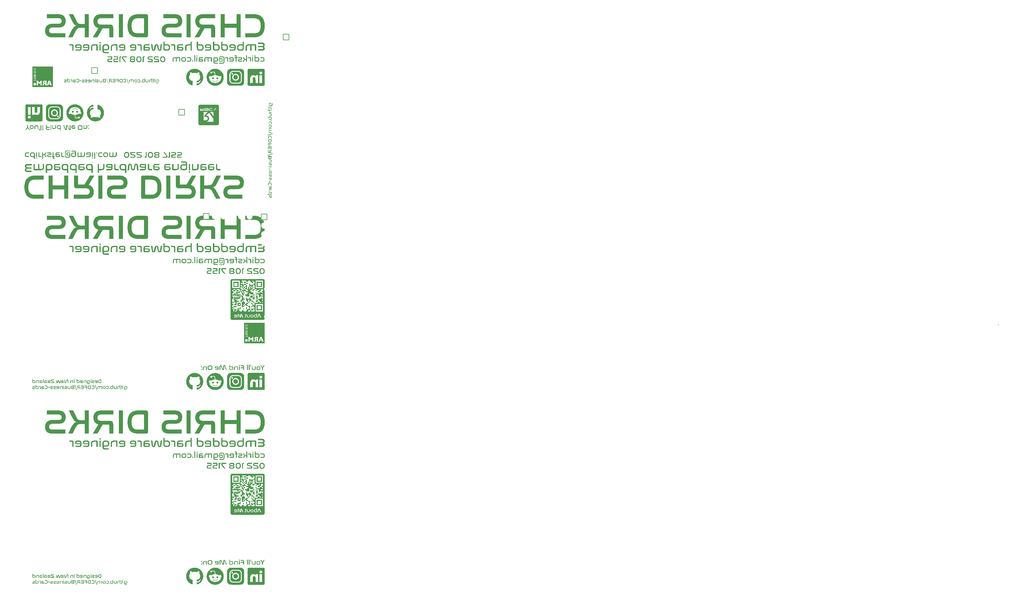
<source format=gbr>
%TF.GenerationSoftware,KiCad,Pcbnew,8.0.3*%
%TF.CreationDate,2024-07-18T08:21:33+12:00*%
%TF.ProjectId,Batch 1,42617463-6820-4312-9e6b-696361645f70,rev?*%
%TF.SameCoordinates,Original*%
%TF.FileFunction,Legend,Bot*%
%TF.FilePolarity,Positive*%
%FSLAX46Y46*%
G04 Gerber Fmt 4.6, Leading zero omitted, Abs format (unit mm)*
G04 Created by KiCad (PCBNEW 8.0.3) date 2024-07-18 08:21:33*
%MOMM*%
%LPD*%
G01*
G04 APERTURE LIST*
G04 Aperture macros list*
%AMRoundRect*
0 Rectangle with rounded corners*
0 $1 Rounding radius*
0 $2 $3 $4 $5 $6 $7 $8 $9 X,Y pos of 4 corners*
0 Add a 4 corners polygon primitive as box body*
4,1,4,$2,$3,$4,$5,$6,$7,$8,$9,$2,$3,0*
0 Add four circle primitives for the rounded corners*
1,1,$1+$1,$2,$3*
1,1,$1+$1,$4,$5*
1,1,$1+$1,$6,$7*
1,1,$1+$1,$8,$9*
0 Add four rect primitives between the rounded corners*
20,1,$1+$1,$2,$3,$4,$5,0*
20,1,$1+$1,$4,$5,$6,$7,0*
20,1,$1+$1,$6,$7,$8,$9,0*
20,1,$1+$1,$8,$9,$2,$3,0*%
G04 Aperture macros list end*
%ADD10C,0.000000*%
%ADD11C,0.249999*%
%ADD12C,0.500000*%
%ADD13C,2.100000*%
%ADD14C,0.650013*%
%ADD15O,1.100000X2.400000*%
%ADD16O,1.700000X2.400000*%
%ADD17C,5.100000*%
%ADD18O,2.400000X1.100000*%
%ADD19O,2.400000X1.700000*%
%ADD20RoundRect,0.050000X-0.850000X0.850000X-0.850000X-0.850000X0.850000X-0.850000X0.850000X0.850000X0*%
%ADD21O,1.800000X1.800000*%
%ADD22RoundRect,0.050000X0.850000X-0.850000X0.850000X0.850000X-0.850000X0.850000X-0.850000X-0.850000X0*%
%ADD23C,1.448000*%
%ADD24C,0.700000*%
%ADD25O,1.800000X1.100000*%
%ADD26O,1.800000X0.950000*%
%ADD27RoundRect,0.050000X-0.850000X-0.850000X0.850000X-0.850000X0.850000X0.850000X-0.850000X0.850000X0*%
%ADD28C,1.400025*%
%ADD29C,1.600025*%
%ADD30O,3.100000X1.300000*%
G04 APERTURE END LIST*
D10*
G36*
X92767505Y-90305885D02*
G01*
X92811520Y-90308536D01*
X92854240Y-90312945D01*
X92895655Y-90319107D01*
X92935756Y-90327013D01*
X92974532Y-90336657D01*
X93011973Y-90348033D01*
X93048069Y-90361133D01*
X93082810Y-90375951D01*
X93116185Y-90392479D01*
X93148186Y-90410711D01*
X93178802Y-90430640D01*
X93208022Y-90452259D01*
X93235837Y-90475561D01*
X93262236Y-90500540D01*
X93287210Y-90527188D01*
X93310749Y-90555498D01*
X93332842Y-90585465D01*
X93353479Y-90617080D01*
X93372650Y-90650337D01*
X93390346Y-90685229D01*
X93406555Y-90721750D01*
X93421269Y-90759892D01*
X93434476Y-90799648D01*
X93446168Y-90841012D01*
X93456333Y-90883977D01*
X93464962Y-90928536D01*
X93472045Y-90974682D01*
X93477571Y-91022408D01*
X93481531Y-91071708D01*
X93483914Y-91122574D01*
X93484711Y-91174999D01*
X93481558Y-91277851D01*
X93472147Y-91374492D01*
X93465116Y-91420465D01*
X93456547Y-91464863D01*
X93446448Y-91507679D01*
X93434827Y-91548906D01*
X93421694Y-91588536D01*
X93407058Y-91626562D01*
X93390926Y-91662977D01*
X93373308Y-91697773D01*
X93354212Y-91730943D01*
X93333648Y-91762480D01*
X93311623Y-91792376D01*
X93288146Y-91820625D01*
X93263227Y-91847218D01*
X93236873Y-91872148D01*
X93209094Y-91895409D01*
X93179898Y-91916992D01*
X93149294Y-91936890D01*
X93117291Y-91955097D01*
X93083897Y-91971605D01*
X93049121Y-91986406D01*
X93012972Y-91999493D01*
X92975458Y-92010859D01*
X92936588Y-92020496D01*
X92896371Y-92028398D01*
X92854816Y-92034556D01*
X92811931Y-92038964D01*
X92767725Y-92041615D01*
X92722206Y-92042500D01*
X92676688Y-92041615D01*
X92632481Y-92038964D01*
X92589596Y-92034556D01*
X92548041Y-92028398D01*
X92507824Y-92020496D01*
X92468955Y-92010859D01*
X92431441Y-91999493D01*
X92395292Y-91986406D01*
X92360517Y-91971605D01*
X92327123Y-91955097D01*
X92295120Y-91936890D01*
X92264517Y-91916992D01*
X92235321Y-91895409D01*
X92207542Y-91872148D01*
X92181189Y-91847218D01*
X92156270Y-91820625D01*
X92132794Y-91792376D01*
X92110769Y-91762480D01*
X92090205Y-91730943D01*
X92071109Y-91697773D01*
X92053492Y-91662977D01*
X92037360Y-91626562D01*
X92022724Y-91588536D01*
X92009591Y-91548906D01*
X91997971Y-91507679D01*
X91987872Y-91464863D01*
X91979303Y-91420465D01*
X91972272Y-91374492D01*
X91966789Y-91326951D01*
X91962862Y-91277851D01*
X91960499Y-91227198D01*
X91959709Y-91174999D01*
X91959786Y-91172499D01*
X92252205Y-91172499D01*
X92253858Y-91242814D01*
X92258865Y-91308461D01*
X92267300Y-91369456D01*
X92279236Y-91425819D01*
X92286540Y-91452269D01*
X92294746Y-91477568D01*
X92303865Y-91501718D01*
X92313904Y-91524721D01*
X92324874Y-91546580D01*
X92336782Y-91567296D01*
X92349640Y-91586873D01*
X92363455Y-91605312D01*
X92378237Y-91622616D01*
X92393994Y-91638787D01*
X92410737Y-91653827D01*
X92428474Y-91667739D01*
X92447215Y-91680524D01*
X92466968Y-91692186D01*
X92487743Y-91702727D01*
X92509549Y-91712148D01*
X92532395Y-91720452D01*
X92556290Y-91727642D01*
X92581243Y-91733719D01*
X92607264Y-91738686D01*
X92634362Y-91742545D01*
X92662545Y-91745299D01*
X92722206Y-91747499D01*
X92752596Y-91746950D01*
X92781895Y-91745299D01*
X92810112Y-91742545D01*
X92837256Y-91738686D01*
X92863333Y-91733719D01*
X92888353Y-91727642D01*
X92912324Y-91720452D01*
X92935254Y-91712148D01*
X92957152Y-91702727D01*
X92978024Y-91692186D01*
X92997881Y-91680524D01*
X93016730Y-91667739D01*
X93034578Y-91653827D01*
X93051436Y-91638787D01*
X93067310Y-91622616D01*
X93082209Y-91605312D01*
X93096141Y-91586873D01*
X93109114Y-91567296D01*
X93121138Y-91546580D01*
X93132219Y-91524721D01*
X93142366Y-91501718D01*
X93151588Y-91477568D01*
X93159892Y-91452269D01*
X93167288Y-91425819D01*
X93173782Y-91398216D01*
X93179384Y-91369456D01*
X93184101Y-91339539D01*
X93187942Y-91308461D01*
X93190915Y-91276220D01*
X93193029Y-91242814D01*
X93194710Y-91172499D01*
X93193029Y-91102624D01*
X93187942Y-91037363D01*
X93179384Y-90976701D01*
X93167288Y-90920625D01*
X93159892Y-90894301D01*
X93151588Y-90869118D01*
X93142366Y-90845075D01*
X93132219Y-90822168D01*
X93121138Y-90800396D01*
X93109114Y-90779758D01*
X93096141Y-90760252D01*
X93082209Y-90741875D01*
X93067310Y-90724626D01*
X93051436Y-90708504D01*
X93034578Y-90693505D01*
X93016730Y-90679629D01*
X92997881Y-90666874D01*
X92978024Y-90655237D01*
X92957152Y-90644717D01*
X92935254Y-90635313D01*
X92912324Y-90627022D01*
X92888353Y-90619842D01*
X92863333Y-90613771D01*
X92837256Y-90608809D01*
X92810112Y-90604952D01*
X92781895Y-90602200D01*
X92722206Y-90600000D01*
X92692044Y-90600550D01*
X92662958Y-90602200D01*
X92634940Y-90604952D01*
X92607983Y-90608809D01*
X92582078Y-90613771D01*
X92557219Y-90619842D01*
X92533397Y-90627022D01*
X92510605Y-90635313D01*
X92488834Y-90644717D01*
X92468077Y-90655237D01*
X92448326Y-90666874D01*
X92429574Y-90679629D01*
X92411812Y-90693505D01*
X92395034Y-90708504D01*
X92379230Y-90724626D01*
X92364393Y-90741875D01*
X92350516Y-90760252D01*
X92337591Y-90779758D01*
X92325609Y-90800396D01*
X92314564Y-90822168D01*
X92304447Y-90845075D01*
X92295250Y-90869118D01*
X92286967Y-90894301D01*
X92279588Y-90920625D01*
X92273107Y-90948091D01*
X92267515Y-90976701D01*
X92262804Y-91006458D01*
X92258968Y-91037363D01*
X92255997Y-91069417D01*
X92253885Y-91102624D01*
X92252205Y-91172499D01*
X91959786Y-91172499D01*
X91962889Y-91071708D01*
X91972375Y-90974682D01*
X91979457Y-90928536D01*
X91988086Y-90883977D01*
X91998251Y-90841012D01*
X92009942Y-90799648D01*
X92023150Y-90759892D01*
X92037863Y-90721750D01*
X92054072Y-90685229D01*
X92071767Y-90650337D01*
X92090938Y-90617080D01*
X92111575Y-90585465D01*
X92133667Y-90555498D01*
X92157206Y-90527188D01*
X92182179Y-90500540D01*
X92208578Y-90475561D01*
X92236393Y-90452259D01*
X92265613Y-90430640D01*
X92296228Y-90410711D01*
X92328229Y-90392479D01*
X92361604Y-90375951D01*
X92396345Y-90361133D01*
X92432441Y-90348033D01*
X92469881Y-90336657D01*
X92508657Y-90327013D01*
X92548757Y-90319107D01*
X92590173Y-90312945D01*
X92632893Y-90308536D01*
X92676907Y-90305885D01*
X92722206Y-90305000D01*
X92767505Y-90305885D01*
G37*
G36*
X86481907Y-28572937D02*
G01*
X86509122Y-28574221D01*
X86535276Y-28576349D01*
X86560381Y-28579309D01*
X86584447Y-28583091D01*
X86607486Y-28587685D01*
X86629510Y-28593079D01*
X86650531Y-28599265D01*
X86670558Y-28606230D01*
X86689605Y-28613965D01*
X86707683Y-28622459D01*
X86724802Y-28631702D01*
X86740974Y-28641682D01*
X86756212Y-28652389D01*
X86770525Y-28663814D01*
X86783927Y-28675945D01*
X86796427Y-28688771D01*
X86808038Y-28702283D01*
X86818771Y-28716470D01*
X86828638Y-28731321D01*
X86837649Y-28746825D01*
X86845817Y-28762973D01*
X86853153Y-28779753D01*
X86859668Y-28797156D01*
X86865373Y-28815170D01*
X86870281Y-28833785D01*
X86874402Y-28852990D01*
X86877748Y-28872776D01*
X86882162Y-28914045D01*
X86883612Y-28957507D01*
X86882513Y-28995202D01*
X86879032Y-29032190D01*
X86872901Y-29068233D01*
X86868756Y-29085826D01*
X86863847Y-29103093D01*
X86858140Y-29120005D01*
X86851600Y-29136533D01*
X86844195Y-29152645D01*
X86835889Y-29168313D01*
X86826650Y-29183507D01*
X86816442Y-29198196D01*
X86805234Y-29212352D01*
X86792990Y-29225945D01*
X86779676Y-29238944D01*
X86765259Y-29251320D01*
X86749705Y-29263044D01*
X86732981Y-29274085D01*
X86715051Y-29284413D01*
X86695883Y-29294000D01*
X86675442Y-29302814D01*
X86653695Y-29310828D01*
X86630607Y-29318010D01*
X86606145Y-29324330D01*
X86580275Y-29329761D01*
X86552963Y-29334270D01*
X86524175Y-29337829D01*
X86493878Y-29340408D01*
X86462037Y-29341978D01*
X86428618Y-29342507D01*
X86116118Y-29342507D01*
X86092177Y-29343010D01*
X86070020Y-29344539D01*
X86049613Y-29347122D01*
X86030923Y-29350789D01*
X86022212Y-29353038D01*
X86013918Y-29355569D01*
X86006037Y-29358386D01*
X85998565Y-29361492D01*
X85991497Y-29364891D01*
X85984830Y-29368586D01*
X85978559Y-29372582D01*
X85972681Y-29376882D01*
X85967191Y-29381490D01*
X85962084Y-29386409D01*
X85957358Y-29391642D01*
X85953008Y-29397195D01*
X85949029Y-29403069D01*
X85945418Y-29409270D01*
X85942171Y-29415800D01*
X85939282Y-29422663D01*
X85936749Y-29429864D01*
X85934567Y-29437405D01*
X85932732Y-29445290D01*
X85931240Y-29453523D01*
X85929268Y-29471047D01*
X85928618Y-29490007D01*
X85928765Y-29499442D01*
X85929210Y-29508527D01*
X85929955Y-29517268D01*
X85931006Y-29525667D01*
X85932366Y-29533726D01*
X85934040Y-29541451D01*
X85936031Y-29548843D01*
X85938344Y-29555906D01*
X85940983Y-29562643D01*
X85943952Y-29569057D01*
X85947256Y-29575152D01*
X85950897Y-29580930D01*
X85954881Y-29586395D01*
X85959212Y-29591551D01*
X85963893Y-29596399D01*
X85968929Y-29600945D01*
X85974324Y-29605190D01*
X85980082Y-29609137D01*
X85986207Y-29612791D01*
X85992703Y-29616155D01*
X85999575Y-29619230D01*
X86006826Y-29622022D01*
X86014461Y-29624532D01*
X86022484Y-29626765D01*
X86030898Y-29628723D01*
X86039709Y-29630409D01*
X86048919Y-29631827D01*
X86058534Y-29632981D01*
X86078993Y-29634505D01*
X86101119Y-29635007D01*
X86868613Y-29635007D01*
X86868613Y-29892508D01*
X86101119Y-29892508D01*
X86072604Y-29892027D01*
X86045176Y-29890597D01*
X86018822Y-29888235D01*
X85993532Y-29884959D01*
X85969292Y-29880785D01*
X85946091Y-29875731D01*
X85923918Y-29869815D01*
X85902760Y-29863054D01*
X85882605Y-29855466D01*
X85863442Y-29847067D01*
X85845259Y-29837875D01*
X85828043Y-29827908D01*
X85811783Y-29817183D01*
X85796467Y-29805717D01*
X85782082Y-29793528D01*
X85768618Y-29780632D01*
X85756062Y-29767049D01*
X85744403Y-29752794D01*
X85733628Y-29737886D01*
X85723725Y-29722341D01*
X85714683Y-29706178D01*
X85706490Y-29689413D01*
X85699133Y-29672064D01*
X85692601Y-29654148D01*
X85686883Y-29635683D01*
X85681965Y-29616686D01*
X85674485Y-29577165D01*
X85670068Y-29535726D01*
X85668616Y-29492507D01*
X85669744Y-29454541D01*
X85673304Y-29417644D01*
X85676078Y-29399656D01*
X85679558Y-29382007D01*
X85683779Y-29364720D01*
X85688772Y-29347820D01*
X85694571Y-29331329D01*
X85701209Y-29315273D01*
X85708718Y-29299675D01*
X85717132Y-29284558D01*
X85726483Y-29269946D01*
X85736804Y-29255864D01*
X85748130Y-29242335D01*
X85760491Y-29229382D01*
X85773922Y-29217030D01*
X85788455Y-29205303D01*
X85804124Y-29194223D01*
X85820960Y-29183816D01*
X85838998Y-29174104D01*
X85858270Y-29165112D01*
X85878809Y-29156864D01*
X85900649Y-29149382D01*
X85923821Y-29142692D01*
X85948359Y-29136817D01*
X85974296Y-29131780D01*
X86001665Y-29127605D01*
X86030499Y-29124317D01*
X86060831Y-29121939D01*
X86092694Y-29120494D01*
X86126120Y-29120008D01*
X86436118Y-29120008D01*
X86462532Y-29119423D01*
X86486525Y-29117678D01*
X86508196Y-29114783D01*
X86518192Y-29112908D01*
X86527644Y-29110750D01*
X86536565Y-29108309D01*
X86544968Y-29105588D01*
X86552864Y-29102588D01*
X86560266Y-29099309D01*
X86567187Y-29095754D01*
X86573638Y-29091925D01*
X86579633Y-29087821D01*
X86585183Y-29083445D01*
X86590301Y-29078798D01*
X86594999Y-29073881D01*
X86599290Y-29068696D01*
X86603185Y-29063245D01*
X86606698Y-29057528D01*
X86609841Y-29051546D01*
X86612625Y-29045302D01*
X86615064Y-29038797D01*
X86617170Y-29032031D01*
X86618955Y-29025007D01*
X86621611Y-29010188D01*
X86623133Y-28994351D01*
X86623618Y-28977508D01*
X86623471Y-28968279D01*
X86623026Y-28959343D01*
X86622281Y-28950701D01*
X86621230Y-28942351D01*
X86619870Y-28934295D01*
X86618196Y-28926531D01*
X86616204Y-28919060D01*
X86613891Y-28911882D01*
X86611252Y-28904998D01*
X86608282Y-28898406D01*
X86604979Y-28892107D01*
X86601337Y-28886101D01*
X86597353Y-28880388D01*
X86593022Y-28874968D01*
X86588340Y-28869841D01*
X86583304Y-28865007D01*
X86577909Y-28860466D01*
X86572151Y-28856218D01*
X86566026Y-28852263D01*
X86559529Y-28848601D01*
X86552658Y-28845232D01*
X86545407Y-28842156D01*
X86537772Y-28839372D01*
X86529749Y-28836882D01*
X86521335Y-28834685D01*
X86512525Y-28832780D01*
X86503314Y-28831169D01*
X86493700Y-28829851D01*
X86483677Y-28828825D01*
X86473242Y-28828093D01*
X86462390Y-28827653D01*
X86451117Y-28827507D01*
X85721114Y-28827507D01*
X85721114Y-28572507D01*
X86453620Y-28572507D01*
X86481907Y-28572937D01*
G37*
G36*
X87388702Y-84858506D02*
G01*
X87385960Y-84955060D01*
X87377758Y-85045237D01*
X87371621Y-85087939D01*
X87364132Y-85129055D01*
X87355296Y-85168587D01*
X87345117Y-85206537D01*
X87333600Y-85242908D01*
X87320749Y-85277703D01*
X87306570Y-85310923D01*
X87291065Y-85342573D01*
X87274241Y-85372653D01*
X87256101Y-85401167D01*
X87236649Y-85428117D01*
X87215891Y-85453506D01*
X87193830Y-85477337D01*
X87170472Y-85499611D01*
X87145821Y-85520332D01*
X87119880Y-85539502D01*
X87092656Y-85557124D01*
X87064151Y-85573200D01*
X87034371Y-85587733D01*
X87003320Y-85600725D01*
X86971003Y-85612179D01*
X86937424Y-85622098D01*
X86902588Y-85630483D01*
X86866499Y-85637339D01*
X86829161Y-85642666D01*
X86790579Y-85646468D01*
X86709702Y-85649507D01*
X86198700Y-85649507D01*
X86153300Y-85648624D01*
X86108989Y-85645974D01*
X86065791Y-85641553D01*
X86023728Y-85635356D01*
X85982824Y-85627381D01*
X85943102Y-85617622D01*
X85904585Y-85606077D01*
X85867295Y-85592741D01*
X85831257Y-85577611D01*
X85796492Y-85560682D01*
X85763025Y-85541951D01*
X85730878Y-85521415D01*
X85700074Y-85499068D01*
X85670636Y-85474908D01*
X85642588Y-85448931D01*
X85615952Y-85421132D01*
X85590752Y-85391508D01*
X85567011Y-85360054D01*
X85544751Y-85326768D01*
X85523996Y-85291645D01*
X85504769Y-85254682D01*
X85487092Y-85215874D01*
X85470990Y-85175218D01*
X85456484Y-85132710D01*
X85443599Y-85088346D01*
X85432357Y-85042122D01*
X85422781Y-84994034D01*
X85414895Y-84944079D01*
X85408721Y-84892253D01*
X85404282Y-84838551D01*
X85401602Y-84782970D01*
X85400703Y-84725507D01*
X85775208Y-84725507D01*
X85776858Y-84797588D01*
X85781852Y-84864276D01*
X85790250Y-84925673D01*
X85802114Y-84981882D01*
X85809364Y-85008073D01*
X85817505Y-85033004D01*
X85826542Y-85056691D01*
X85836485Y-85079144D01*
X85847340Y-85100377D01*
X85859115Y-85120402D01*
X85871818Y-85139233D01*
X85885457Y-85156882D01*
X85900039Y-85173362D01*
X85915573Y-85188686D01*
X85932065Y-85202867D01*
X85949523Y-85215917D01*
X85967956Y-85227850D01*
X85987370Y-85238678D01*
X86007774Y-85248413D01*
X86029175Y-85257070D01*
X86051581Y-85264660D01*
X86075000Y-85271196D01*
X86099438Y-85276692D01*
X86124905Y-85281160D01*
X86178953Y-85287062D01*
X86237205Y-85289007D01*
X86601204Y-85289007D01*
X86655485Y-85287437D01*
X86681027Y-85285460D01*
X86705521Y-85282677D01*
X86728979Y-85279079D01*
X86751414Y-85274657D01*
X86772839Y-85269401D01*
X86793267Y-85263304D01*
X86812710Y-85256355D01*
X86831182Y-85248547D01*
X86848695Y-85239869D01*
X86865262Y-85230314D01*
X86880896Y-85219871D01*
X86895610Y-85208533D01*
X86909416Y-85196289D01*
X86922328Y-85183132D01*
X86934358Y-85169052D01*
X86945518Y-85154040D01*
X86955823Y-85138087D01*
X86965284Y-85121185D01*
X86973915Y-85103324D01*
X86981727Y-85084495D01*
X86988735Y-85064689D01*
X86994951Y-85043898D01*
X87000388Y-85022112D01*
X87005058Y-84999322D01*
X87008974Y-84975520D01*
X87012150Y-84950697D01*
X87016330Y-84897949D01*
X87017700Y-84841007D01*
X87017700Y-84158507D01*
X86237205Y-84158506D01*
X86207550Y-84159001D01*
X86178953Y-84160491D01*
X86151408Y-84162988D01*
X86124905Y-84166504D01*
X86099438Y-84171051D01*
X86075000Y-84176640D01*
X86051581Y-84183283D01*
X86029175Y-84190991D01*
X86007774Y-84199775D01*
X85987370Y-84209648D01*
X85967956Y-84220620D01*
X85949523Y-84232704D01*
X85932065Y-84245910D01*
X85915573Y-84260251D01*
X85900039Y-84275737D01*
X85885457Y-84292382D01*
X85871818Y-84310194D01*
X85859115Y-84329188D01*
X85847340Y-84349373D01*
X85836485Y-84370762D01*
X85826542Y-84393367D01*
X85817505Y-84417197D01*
X85809364Y-84442266D01*
X85802114Y-84468585D01*
X85795745Y-84496165D01*
X85790250Y-84525017D01*
X85785622Y-84555154D01*
X85781852Y-84586587D01*
X85778934Y-84619327D01*
X85776858Y-84653386D01*
X85775208Y-84725507D01*
X85400703Y-84725507D01*
X85404282Y-84612463D01*
X85408721Y-84558761D01*
X85414895Y-84506934D01*
X85422781Y-84456979D01*
X85432357Y-84408892D01*
X85443599Y-84362668D01*
X85456484Y-84318304D01*
X85470990Y-84275795D01*
X85487092Y-84235139D01*
X85504769Y-84196332D01*
X85523996Y-84159368D01*
X85544751Y-84124245D01*
X85567011Y-84090959D01*
X85590752Y-84059506D01*
X85615952Y-84029882D01*
X85642588Y-84002083D01*
X85670636Y-83976105D01*
X85700074Y-83951945D01*
X85730878Y-83929599D01*
X85763025Y-83909062D01*
X85796492Y-83890331D01*
X85831257Y-83873403D01*
X85867295Y-83858273D01*
X85904585Y-83844937D01*
X85943102Y-83833392D01*
X85982824Y-83823633D01*
X86023728Y-83815657D01*
X86065791Y-83809461D01*
X86108989Y-83805039D01*
X86198700Y-83801507D01*
X87017700Y-83801507D01*
X87017700Y-83000007D01*
X87388702Y-83000007D01*
X87388702Y-84858506D01*
G37*
G36*
X74159572Y-60855976D02*
G01*
X74158680Y-60903254D01*
X74156000Y-60949266D01*
X74151529Y-60993996D01*
X74145265Y-61037429D01*
X74137203Y-61079549D01*
X74127342Y-61120342D01*
X74115677Y-61159791D01*
X74102205Y-61197882D01*
X74086924Y-61234599D01*
X74069829Y-61269926D01*
X74050918Y-61303848D01*
X74030188Y-61336351D01*
X74007636Y-61367417D01*
X73983257Y-61397033D01*
X73957049Y-61425183D01*
X73929010Y-61451851D01*
X73899134Y-61477021D01*
X73867420Y-61500680D01*
X73833865Y-61522810D01*
X73798464Y-61543398D01*
X73761215Y-61562426D01*
X73722114Y-61579881D01*
X73681159Y-61595746D01*
X73638346Y-61610007D01*
X73593671Y-61622648D01*
X73547133Y-61633653D01*
X73498727Y-61643007D01*
X73448450Y-61650695D01*
X73396300Y-61656701D01*
X73342272Y-61661010D01*
X73286364Y-61663607D01*
X73228572Y-61664476D01*
X72465574Y-61664476D01*
X72432096Y-61663637D01*
X72401186Y-61661044D01*
X72386677Y-61659055D01*
X72372789Y-61656586D01*
X72359515Y-61653621D01*
X72346848Y-61650148D01*
X72334780Y-61646152D01*
X72323305Y-61641618D01*
X72312416Y-61636534D01*
X72302106Y-61630884D01*
X72292368Y-61624655D01*
X72283194Y-61617833D01*
X72274577Y-61610403D01*
X72266511Y-61602351D01*
X72258989Y-61593664D01*
X72252003Y-61584326D01*
X72245546Y-61574325D01*
X72239612Y-61563646D01*
X72234193Y-61552275D01*
X72229282Y-61540197D01*
X72224872Y-61527399D01*
X72220956Y-61513867D01*
X72217528Y-61499586D01*
X72214579Y-61484542D01*
X72212103Y-61468722D01*
X72210094Y-61452111D01*
X72207444Y-61416460D01*
X72206573Y-61377476D01*
X72206573Y-59816476D01*
X72577573Y-59816476D01*
X72577573Y-61254975D01*
X72577738Y-61261332D01*
X72578236Y-61267279D01*
X72579073Y-61272817D01*
X72579620Y-61275431D01*
X72580253Y-61277944D01*
X72580974Y-61280353D01*
X72581782Y-61282660D01*
X72582678Y-61284865D01*
X72583664Y-61286967D01*
X72584740Y-61288966D01*
X72585906Y-61290863D01*
X72587162Y-61292658D01*
X72588511Y-61294350D01*
X72589952Y-61295939D01*
X72591485Y-61297426D01*
X72593113Y-61298810D01*
X72594834Y-61300092D01*
X72596650Y-61301271D01*
X72598562Y-61302348D01*
X72600570Y-61303322D01*
X72602675Y-61304193D01*
X72604877Y-61304962D01*
X72607177Y-61305629D01*
X72609576Y-61306193D01*
X72612074Y-61306654D01*
X72614672Y-61307013D01*
X72617371Y-61307270D01*
X72620171Y-61307423D01*
X72623073Y-61307475D01*
X73228572Y-61307475D01*
X73298845Y-61305596D01*
X73364027Y-61299989D01*
X73424194Y-61290702D01*
X73452421Y-61284692D01*
X73479424Y-61277779D01*
X73505212Y-61269969D01*
X73529794Y-61261268D01*
X73553180Y-61251681D01*
X73575380Y-61241214D01*
X73596403Y-61229873D01*
X73616260Y-61217663D01*
X73634959Y-61204591D01*
X73652510Y-61190662D01*
X73668923Y-61175882D01*
X73684207Y-61160257D01*
X73698373Y-61143792D01*
X73711429Y-61126493D01*
X73723385Y-61108366D01*
X73734251Y-61089418D01*
X73744037Y-61069652D01*
X73752752Y-61049076D01*
X73760405Y-61027695D01*
X73767007Y-61005515D01*
X73772567Y-60982541D01*
X73777094Y-60958780D01*
X73783090Y-60908918D01*
X73785072Y-60855975D01*
X73785072Y-59816474D01*
X74159572Y-59816474D01*
X74159572Y-60855976D01*
G37*
G36*
X56710953Y-28306390D02*
G01*
X56754968Y-28309041D01*
X56797688Y-28313451D01*
X56839103Y-28319612D01*
X56879203Y-28327518D01*
X56917979Y-28337163D01*
X56955420Y-28348538D01*
X56991516Y-28361638D01*
X57026257Y-28376456D01*
X57059633Y-28392984D01*
X57091634Y-28411217D01*
X57122249Y-28431146D01*
X57151470Y-28452765D01*
X57179285Y-28476067D01*
X57205684Y-28501046D01*
X57230658Y-28527694D01*
X57254197Y-28556004D01*
X57276289Y-28585971D01*
X57296927Y-28617586D01*
X57316098Y-28650843D01*
X57333793Y-28685736D01*
X57350003Y-28722256D01*
X57364717Y-28760398D01*
X57377924Y-28800155D01*
X57389616Y-28841519D01*
X57399781Y-28884484D01*
X57408410Y-28929043D01*
X57415492Y-28975189D01*
X57421019Y-29022915D01*
X57424978Y-29072215D01*
X57427362Y-29123081D01*
X57428158Y-29175506D01*
X57425006Y-29278358D01*
X57415595Y-29374999D01*
X57408564Y-29420972D01*
X57399995Y-29465370D01*
X57389896Y-29508186D01*
X57378276Y-29549413D01*
X57365143Y-29589043D01*
X57350507Y-29627069D01*
X57334376Y-29663484D01*
X57316758Y-29698280D01*
X57297662Y-29731450D01*
X57277098Y-29762987D01*
X57255073Y-29792883D01*
X57231597Y-29821132D01*
X57206677Y-29847725D01*
X57180324Y-29872655D01*
X57152545Y-29895916D01*
X57123349Y-29917499D01*
X57092745Y-29937397D01*
X57060742Y-29955604D01*
X57027348Y-29972112D01*
X56992572Y-29986913D01*
X56956423Y-30000000D01*
X56918909Y-30011366D01*
X56880039Y-30021003D01*
X56839821Y-30028905D01*
X56798266Y-30035063D01*
X56755380Y-30039471D01*
X56711173Y-30042122D01*
X56665654Y-30043007D01*
X56620135Y-30042122D01*
X56575929Y-30039471D01*
X56533044Y-30035063D01*
X56491489Y-30028905D01*
X56451272Y-30021003D01*
X56412403Y-30011366D01*
X56374889Y-30000000D01*
X56338740Y-29986913D01*
X56303964Y-29972112D01*
X56270571Y-29955604D01*
X56238568Y-29937397D01*
X56207964Y-29917499D01*
X56178769Y-29895916D01*
X56150990Y-29872655D01*
X56124637Y-29847725D01*
X56099718Y-29821132D01*
X56076242Y-29792883D01*
X56054217Y-29762987D01*
X56033653Y-29731450D01*
X56014557Y-29698280D01*
X55996939Y-29663484D01*
X55980808Y-29627069D01*
X55966172Y-29589043D01*
X55953039Y-29549413D01*
X55941419Y-29508186D01*
X55931320Y-29465370D01*
X55922751Y-29420972D01*
X55915720Y-29374999D01*
X55910237Y-29327458D01*
X55906309Y-29278358D01*
X55903946Y-29227705D01*
X55903157Y-29175506D01*
X55903234Y-29173006D01*
X56195653Y-29173006D01*
X56197305Y-29243321D01*
X56202313Y-29308968D01*
X56210748Y-29369963D01*
X56222684Y-29426326D01*
X56229988Y-29452776D01*
X56238194Y-29478075D01*
X56247312Y-29502225D01*
X56257352Y-29525228D01*
X56268321Y-29547087D01*
X56280230Y-29567803D01*
X56293088Y-29587380D01*
X56306903Y-29605819D01*
X56321684Y-29623123D01*
X56337442Y-29639294D01*
X56354185Y-29654334D01*
X56371922Y-29668246D01*
X56390663Y-29681031D01*
X56410416Y-29692693D01*
X56431191Y-29703234D01*
X56452997Y-29712655D01*
X56475842Y-29720959D01*
X56499738Y-29728149D01*
X56524691Y-29734226D01*
X56550712Y-29739193D01*
X56577809Y-29743052D01*
X56605993Y-29745806D01*
X56665654Y-29748006D01*
X56696044Y-29747457D01*
X56725343Y-29745806D01*
X56753560Y-29743052D01*
X56780703Y-29739193D01*
X56806781Y-29734226D01*
X56831801Y-29728149D01*
X56855772Y-29720959D01*
X56878702Y-29712655D01*
X56900599Y-29703234D01*
X56921472Y-29692693D01*
X56941329Y-29681031D01*
X56960177Y-29668246D01*
X56978026Y-29654334D01*
X56994883Y-29639294D01*
X57010757Y-29623123D01*
X57025656Y-29605819D01*
X57039589Y-29587380D01*
X57052562Y-29567803D01*
X57064585Y-29547087D01*
X57075667Y-29525228D01*
X57085814Y-29502225D01*
X57095036Y-29478075D01*
X57103340Y-29452776D01*
X57110735Y-29426326D01*
X57117230Y-29398723D01*
X57122831Y-29369963D01*
X57127549Y-29340046D01*
X57131390Y-29308968D01*
X57134363Y-29276727D01*
X57136477Y-29243321D01*
X57138157Y-29173006D01*
X57136477Y-29103130D01*
X57131390Y-29037869D01*
X57122831Y-28977208D01*
X57110735Y-28921131D01*
X57103340Y-28894808D01*
X57095036Y-28869625D01*
X57085814Y-28845581D01*
X57075667Y-28822674D01*
X57064585Y-28800903D01*
X57052562Y-28780265D01*
X57039589Y-28760758D01*
X57025656Y-28742381D01*
X57010757Y-28725132D01*
X56994883Y-28709010D01*
X56978026Y-28694011D01*
X56960177Y-28680135D01*
X56941329Y-28667379D01*
X56921472Y-28655743D01*
X56900599Y-28645223D01*
X56878702Y-28635818D01*
X56855772Y-28627527D01*
X56831801Y-28620347D01*
X56806781Y-28614277D01*
X56780703Y-28609314D01*
X56753560Y-28605458D01*
X56725343Y-28602705D01*
X56665654Y-28600505D01*
X56635491Y-28601055D01*
X56606405Y-28602705D01*
X56578387Y-28605458D01*
X56551430Y-28609314D01*
X56525526Y-28614277D01*
X56500667Y-28620347D01*
X56476845Y-28627527D01*
X56454052Y-28635818D01*
X56432282Y-28645223D01*
X56411525Y-28655743D01*
X56391774Y-28667379D01*
X56373022Y-28680135D01*
X56355260Y-28694011D01*
X56338481Y-28709010D01*
X56322678Y-28725132D01*
X56307841Y-28742381D01*
X56293964Y-28760758D01*
X56281038Y-28780265D01*
X56269057Y-28800903D01*
X56258012Y-28822674D01*
X56247895Y-28845581D01*
X56238698Y-28869625D01*
X56230414Y-28894808D01*
X56223036Y-28921131D01*
X56216554Y-28948597D01*
X56210962Y-28977208D01*
X56206252Y-29006965D01*
X56202415Y-29037869D01*
X56199445Y-29069924D01*
X56197333Y-29103130D01*
X56195653Y-29173006D01*
X55903234Y-29173006D01*
X55906337Y-29072215D01*
X55915823Y-28975189D01*
X55922905Y-28929043D01*
X55931534Y-28884484D01*
X55941699Y-28841519D01*
X55953390Y-28800155D01*
X55966597Y-28760399D01*
X55981311Y-28722257D01*
X55997520Y-28685736D01*
X56015215Y-28650844D01*
X56034386Y-28617587D01*
X56055023Y-28585972D01*
X56077115Y-28556005D01*
X56100653Y-28527695D01*
X56125627Y-28501047D01*
X56152026Y-28476068D01*
X56179841Y-28452766D01*
X56209061Y-28431147D01*
X56239676Y-28411218D01*
X56271676Y-28392986D01*
X56305052Y-28376458D01*
X56339793Y-28361640D01*
X56375888Y-28348540D01*
X56413329Y-28337164D01*
X56452105Y-28327520D01*
X56492205Y-28319614D01*
X56533620Y-28313452D01*
X56576340Y-28309043D01*
X56620355Y-28306392D01*
X56665654Y-28305507D01*
X56665654Y-28305505D01*
X56710953Y-28306390D01*
G37*
G36*
X72160206Y-26649507D02*
G01*
X71789207Y-26649507D01*
X71789207Y-25158506D01*
X71138206Y-25158506D01*
X71068511Y-25160462D01*
X71003758Y-25166279D01*
X70973215Y-25170611D01*
X70943885Y-25175879D01*
X70915760Y-25182074D01*
X70888832Y-25189186D01*
X70863094Y-25197206D01*
X70838537Y-25206123D01*
X70815154Y-25215929D01*
X70792938Y-25226613D01*
X70771880Y-25238166D01*
X70751974Y-25250579D01*
X70733210Y-25263841D01*
X70715582Y-25277944D01*
X70699083Y-25292877D01*
X70683703Y-25308631D01*
X70669436Y-25325197D01*
X70656274Y-25342564D01*
X70644209Y-25360723D01*
X70633233Y-25379665D01*
X70623339Y-25399380D01*
X70614520Y-25419858D01*
X70606766Y-25441090D01*
X70600072Y-25463065D01*
X70594428Y-25485776D01*
X70589828Y-25509211D01*
X70583727Y-25558216D01*
X70581707Y-25610006D01*
X70581707Y-26649507D01*
X70207207Y-26649507D01*
X70207207Y-25610006D01*
X70208109Y-25563036D01*
X70210818Y-25517293D01*
X70215334Y-25472795D01*
X70221658Y-25429558D01*
X70229792Y-25387601D01*
X70239737Y-25346940D01*
X70251495Y-25307593D01*
X70265066Y-25269577D01*
X70280452Y-25232909D01*
X70297654Y-25197607D01*
X70316674Y-25163688D01*
X70337513Y-25131169D01*
X70360172Y-25100068D01*
X70384652Y-25070402D01*
X70410955Y-25042188D01*
X70439081Y-25015444D01*
X70469033Y-24990186D01*
X70500811Y-24966433D01*
X70534417Y-24944201D01*
X70569853Y-24923507D01*
X70607118Y-24904370D01*
X70646215Y-24886806D01*
X70687145Y-24870833D01*
X70729909Y-24856467D01*
X70774509Y-24843727D01*
X70820945Y-24832629D01*
X70869219Y-24823192D01*
X70919333Y-24815431D01*
X70971287Y-24809365D01*
X71025083Y-24805010D01*
X71080723Y-24802385D01*
X71138206Y-24801506D01*
X71789207Y-24801506D01*
X71789207Y-24000007D01*
X72160206Y-24000007D01*
X72160206Y-26649507D01*
G37*
G36*
X87413544Y-96483286D02*
G01*
X87102966Y-96483286D01*
X87102966Y-96172710D01*
X87413544Y-96172710D01*
X87413544Y-96483286D01*
G37*
G36*
X55622275Y-56620327D02*
G01*
X54464774Y-56620327D01*
X54460702Y-56620418D01*
X54456920Y-56620703D01*
X54453423Y-56621201D01*
X54451780Y-56621535D01*
X54450207Y-56621929D01*
X54448704Y-56622385D01*
X54447269Y-56622906D01*
X54445904Y-56623494D01*
X54444606Y-56624151D01*
X54443377Y-56624879D01*
X54442214Y-56625681D01*
X54441118Y-56626559D01*
X54440089Y-56627515D01*
X54439125Y-56628552D01*
X54438227Y-56629672D01*
X54437394Y-56630876D01*
X54436626Y-56632169D01*
X54435921Y-56633551D01*
X54435281Y-56635024D01*
X54434703Y-56636593D01*
X54434188Y-56638257D01*
X54433735Y-56640021D01*
X54433345Y-56641886D01*
X54433015Y-56643854D01*
X54432747Y-56645928D01*
X54432539Y-56648110D01*
X54432391Y-56650402D01*
X54432273Y-56655327D01*
X54432273Y-56740328D01*
X54432554Y-56757759D01*
X54433469Y-56774424D01*
X54435123Y-56790321D01*
X54437623Y-56805445D01*
X54441075Y-56819792D01*
X54443192Y-56826674D01*
X54445586Y-56833360D01*
X54448271Y-56839850D01*
X54451261Y-56846143D01*
X54454568Y-56852240D01*
X54458207Y-56858140D01*
X54462190Y-56863841D01*
X54466530Y-56869345D01*
X54471241Y-56874650D01*
X54476336Y-56879756D01*
X54481829Y-56884662D01*
X54487732Y-56889368D01*
X54494059Y-56893874D01*
X54500823Y-56898178D01*
X54508038Y-56902281D01*
X54515717Y-56906183D01*
X54523873Y-56909882D01*
X54532519Y-56913378D01*
X54541668Y-56916671D01*
X54551335Y-56919760D01*
X54561532Y-56922645D01*
X54572272Y-56925326D01*
X55274771Y-57082827D01*
X55324086Y-57095462D01*
X55369874Y-57109961D01*
X55412183Y-57126371D01*
X55432047Y-57135308D01*
X55451060Y-57144741D01*
X55469227Y-57154675D01*
X55486554Y-57165117D01*
X55503047Y-57176073D01*
X55518712Y-57187548D01*
X55533555Y-57199549D01*
X55547581Y-57212081D01*
X55560797Y-57225151D01*
X55573209Y-57238764D01*
X55584823Y-57252926D01*
X55595644Y-57267644D01*
X55605679Y-57282923D01*
X55614934Y-57298769D01*
X55623413Y-57315188D01*
X55631125Y-57332186D01*
X55638073Y-57349769D01*
X55644265Y-57367943D01*
X55649706Y-57386715D01*
X55654402Y-57406089D01*
X55658360Y-57426071D01*
X55661585Y-57446669D01*
X55665859Y-57489732D01*
X55667273Y-57535326D01*
X55666740Y-57563971D01*
X55665144Y-57591775D01*
X55662494Y-57618736D01*
X55658797Y-57644848D01*
X55654059Y-57670107D01*
X55648289Y-57694508D01*
X55641493Y-57718046D01*
X55633679Y-57740718D01*
X55624854Y-57762517D01*
X55615026Y-57783441D01*
X55604202Y-57803484D01*
X55592389Y-57822641D01*
X55579595Y-57840909D01*
X55565826Y-57858282D01*
X55551091Y-57874757D01*
X55535396Y-57890327D01*
X55518749Y-57904989D01*
X55501157Y-57918739D01*
X55482628Y-57931571D01*
X55463169Y-57943481D01*
X55442786Y-57954465D01*
X55421488Y-57964518D01*
X55399282Y-57973635D01*
X55376175Y-57981812D01*
X55352175Y-57989043D01*
X55327288Y-57995326D01*
X55301522Y-58000654D01*
X55274885Y-58005024D01*
X55247383Y-58008431D01*
X55219025Y-58010870D01*
X55189816Y-58012337D01*
X55159766Y-58012827D01*
X54192275Y-58012827D01*
X54192275Y-57717827D01*
X55167273Y-57717827D01*
X55179746Y-57717608D01*
X55191851Y-57716957D01*
X55203586Y-57715880D01*
X55214950Y-57714385D01*
X55225940Y-57712477D01*
X55236554Y-57710164D01*
X55246792Y-57707453D01*
X55256650Y-57704350D01*
X55266127Y-57700863D01*
X55275222Y-57696999D01*
X55283932Y-57692763D01*
X55292256Y-57688164D01*
X55300192Y-57683207D01*
X55307737Y-57677901D01*
X55314891Y-57672251D01*
X55321651Y-57666264D01*
X55328016Y-57659948D01*
X55333983Y-57653309D01*
X55339551Y-57646355D01*
X55344718Y-57639091D01*
X55349482Y-57631526D01*
X55353842Y-57623665D01*
X55357795Y-57615515D01*
X55361340Y-57607084D01*
X55364474Y-57598379D01*
X55367197Y-57589406D01*
X55369505Y-57580171D01*
X55371398Y-57570683D01*
X55372874Y-57560948D01*
X55373930Y-57550972D01*
X55374565Y-57540763D01*
X55374777Y-57530327D01*
X55374327Y-57515593D01*
X55372932Y-57501396D01*
X55371859Y-57494504D01*
X55370526Y-57487750D01*
X55368923Y-57481136D01*
X55367043Y-57474663D01*
X55364878Y-57468333D01*
X55362418Y-57462148D01*
X55359656Y-57456108D01*
X55356584Y-57450215D01*
X55353194Y-57444470D01*
X55349476Y-57438875D01*
X55345424Y-57433432D01*
X55341028Y-57428140D01*
X55336280Y-57423002D01*
X55331173Y-57418020D01*
X55325698Y-57413194D01*
X55319846Y-57408526D01*
X55313610Y-57404017D01*
X55306981Y-57399669D01*
X55299951Y-57395483D01*
X55292512Y-57391461D01*
X55284655Y-57387603D01*
X55276373Y-57383911D01*
X55267656Y-57380387D01*
X55258498Y-57377032D01*
X55248889Y-57373847D01*
X55238821Y-57370834D01*
X55228286Y-57367994D01*
X55217276Y-57365328D01*
X54507277Y-57202826D01*
X54480921Y-57196496D01*
X54455744Y-57189689D01*
X54431722Y-57182394D01*
X54408835Y-57174603D01*
X54387059Y-57166307D01*
X54366372Y-57157497D01*
X54346752Y-57148162D01*
X54328176Y-57138295D01*
X54310621Y-57127886D01*
X54294066Y-57116926D01*
X54278488Y-57105405D01*
X54263864Y-57093315D01*
X54250172Y-57080646D01*
X54237390Y-57067390D01*
X54225494Y-57053536D01*
X54214464Y-57039077D01*
X54204276Y-57024002D01*
X54194907Y-57008303D01*
X54186336Y-56991970D01*
X54178540Y-56974995D01*
X54171497Y-56957368D01*
X54165184Y-56939079D01*
X54159578Y-56920121D01*
X54154658Y-56900483D01*
X54150400Y-56880157D01*
X54146783Y-56859133D01*
X54141381Y-56814956D01*
X54138271Y-56767878D01*
X54137274Y-56717827D01*
X54137274Y-56462828D01*
X54137803Y-56446040D01*
X54138465Y-56438062D01*
X54139394Y-56430362D01*
X54140589Y-56422938D01*
X54142053Y-56415790D01*
X54143787Y-56408917D01*
X54145790Y-56402320D01*
X54148064Y-56395997D01*
X54150610Y-56389948D01*
X54153429Y-56384174D01*
X54156522Y-56378672D01*
X54159889Y-56373443D01*
X54163532Y-56368487D01*
X54167452Y-56363803D01*
X54171649Y-56359390D01*
X54176124Y-56355248D01*
X54180878Y-56351376D01*
X54185913Y-56347775D01*
X54191229Y-56344443D01*
X54196826Y-56341381D01*
X54202707Y-56338587D01*
X54208871Y-56336061D01*
X54215320Y-56333804D01*
X54222055Y-56331813D01*
X54229076Y-56330090D01*
X54236385Y-56328633D01*
X54243982Y-56327441D01*
X54251869Y-56326516D01*
X54260046Y-56325855D01*
X54277274Y-56325327D01*
X55622275Y-56325327D01*
X55622275Y-56620327D01*
G37*
G36*
X43514850Y-35138360D02*
G01*
X43528096Y-35139471D01*
X43534315Y-35140324D01*
X43540267Y-35141382D01*
X43545956Y-35142653D01*
X43551385Y-35144141D01*
X43556556Y-35145854D01*
X43561474Y-35147797D01*
X43566141Y-35149976D01*
X43570559Y-35152397D01*
X43574733Y-35155067D01*
X43578665Y-35157991D01*
X43582357Y-35161175D01*
X43585814Y-35164626D01*
X43589038Y-35168349D01*
X43592032Y-35172350D01*
X43594799Y-35176637D01*
X43597343Y-35181213D01*
X43599665Y-35186087D01*
X43601770Y-35191263D01*
X43603660Y-35196748D01*
X43605338Y-35202548D01*
X43606807Y-35208668D01*
X43608071Y-35215115D01*
X43609132Y-35221896D01*
X43609993Y-35229015D01*
X43611129Y-35244294D01*
X43611502Y-35261002D01*
X43611502Y-35930001D01*
X43452501Y-35930001D01*
X43452501Y-35313500D01*
X43452431Y-35310775D01*
X43452217Y-35308227D01*
X43451859Y-35305854D01*
X43451624Y-35304733D01*
X43451353Y-35303656D01*
X43451044Y-35302624D01*
X43450698Y-35301635D01*
X43450313Y-35300690D01*
X43449891Y-35299789D01*
X43449430Y-35298933D01*
X43448930Y-35298120D01*
X43448392Y-35297351D01*
X43447814Y-35296625D01*
X43447196Y-35295944D01*
X43446539Y-35295307D01*
X43445841Y-35294714D01*
X43445103Y-35294165D01*
X43444325Y-35293659D01*
X43443506Y-35293198D01*
X43442645Y-35292780D01*
X43441743Y-35292407D01*
X43440799Y-35292077D01*
X43439813Y-35291792D01*
X43438785Y-35291550D01*
X43437715Y-35291352D01*
X43436601Y-35291198D01*
X43435444Y-35291089D01*
X43434244Y-35291023D01*
X43433001Y-35291001D01*
X43173500Y-35291001D01*
X43143383Y-35291806D01*
X43115448Y-35294209D01*
X43089662Y-35298189D01*
X43077565Y-35300765D01*
X43065992Y-35303727D01*
X43054940Y-35307074D01*
X43044405Y-35310804D01*
X43034382Y-35314912D01*
X43024868Y-35319398D01*
X43015858Y-35324259D01*
X43007348Y-35329491D01*
X42999334Y-35335094D01*
X42991812Y-35341063D01*
X42984778Y-35347398D01*
X42978228Y-35354094D01*
X42972157Y-35361151D01*
X42966561Y-35368564D01*
X42961437Y-35376333D01*
X42956780Y-35384454D01*
X42952586Y-35392925D01*
X42948851Y-35401743D01*
X42945571Y-35410907D01*
X42942742Y-35420412D01*
X42940359Y-35430258D01*
X42938419Y-35440442D01*
X42935849Y-35461811D01*
X42935000Y-35484501D01*
X42935000Y-35930001D01*
X42774500Y-35930001D01*
X42774500Y-35484501D01*
X42774883Y-35464239D01*
X42776031Y-35444520D01*
X42777947Y-35425349D01*
X42780632Y-35406735D01*
X42784087Y-35388683D01*
X42788313Y-35371201D01*
X42793312Y-35354294D01*
X42799086Y-35337969D01*
X42805635Y-35322233D01*
X42812961Y-35307093D01*
X42821066Y-35292555D01*
X42829950Y-35278625D01*
X42839616Y-35265311D01*
X42850064Y-35252619D01*
X42861296Y-35240554D01*
X42873313Y-35229125D01*
X42886116Y-35218338D01*
X42899708Y-35208199D01*
X42914089Y-35198714D01*
X42929261Y-35189891D01*
X42945225Y-35181736D01*
X42961982Y-35174255D01*
X42979535Y-35167456D01*
X42997883Y-35161344D01*
X43017029Y-35155927D01*
X43036974Y-35151211D01*
X43057720Y-35147202D01*
X43079267Y-35143907D01*
X43101617Y-35141333D01*
X43124772Y-35139486D01*
X43148732Y-35138373D01*
X43173500Y-35138001D01*
X43500502Y-35138001D01*
X43514850Y-35138360D01*
G37*
G36*
X72582211Y-88892508D02*
G01*
X72297207Y-88892508D01*
X72297207Y-88552507D01*
X72582211Y-88552507D01*
X72582211Y-88892508D01*
G37*
G36*
X47512308Y-124890385D02*
G01*
X47531426Y-124891521D01*
X47550059Y-124893416D01*
X47568197Y-124896072D01*
X47585832Y-124899490D01*
X47602952Y-124903672D01*
X47619549Y-124908620D01*
X47635612Y-124914335D01*
X47651133Y-124920820D01*
X47666102Y-124928075D01*
X47680509Y-124936102D01*
X47694344Y-124944904D01*
X47707598Y-124954481D01*
X47720261Y-124964835D01*
X47732324Y-124975969D01*
X47743777Y-124987883D01*
X47754610Y-125000579D01*
X47764814Y-125014059D01*
X47774379Y-125028324D01*
X47783295Y-125043377D01*
X47791554Y-125059218D01*
X47799144Y-125075850D01*
X47806058Y-125093274D01*
X47812284Y-125111492D01*
X47817814Y-125130505D01*
X47822638Y-125150315D01*
X47826746Y-125170924D01*
X47830129Y-125192334D01*
X47832777Y-125214545D01*
X47834680Y-125237560D01*
X47835829Y-125261380D01*
X47836214Y-125286007D01*
X47834680Y-125334454D01*
X47832777Y-125357469D01*
X47830129Y-125379680D01*
X47826746Y-125401089D01*
X47822638Y-125421698D01*
X47817814Y-125441509D01*
X47812284Y-125460522D01*
X47806058Y-125478740D01*
X47799144Y-125496164D01*
X47791554Y-125512796D01*
X47783295Y-125528637D01*
X47774379Y-125543690D01*
X47764814Y-125557955D01*
X47754610Y-125571435D01*
X47743777Y-125584131D01*
X47732324Y-125596045D01*
X47720261Y-125607178D01*
X47707598Y-125617533D01*
X47694344Y-125627110D01*
X47680509Y-125635911D01*
X47666102Y-125643939D01*
X47651133Y-125651194D01*
X47635612Y-125657678D01*
X47619549Y-125663394D01*
X47602952Y-125668342D01*
X47585832Y-125672524D01*
X47568197Y-125675942D01*
X47550059Y-125678598D01*
X47531426Y-125680493D01*
X47492714Y-125682007D01*
X47084715Y-125682007D01*
X47084715Y-125527508D01*
X47477715Y-125527508D01*
X47490424Y-125527300D01*
X47502680Y-125526674D01*
X47514485Y-125525624D01*
X47525844Y-125524145D01*
X47536758Y-125522230D01*
X47547232Y-125519875D01*
X47557268Y-125517073D01*
X47566871Y-125513820D01*
X47576043Y-125510110D01*
X47584787Y-125505938D01*
X47593108Y-125501298D01*
X47601008Y-125496184D01*
X47608490Y-125490591D01*
X47615558Y-125484513D01*
X47622215Y-125477946D01*
X47628465Y-125470883D01*
X47634310Y-125463319D01*
X47639754Y-125455249D01*
X47644801Y-125446666D01*
X47649453Y-125437566D01*
X47653714Y-125427944D01*
X47657587Y-125417792D01*
X47661076Y-125407107D01*
X47664183Y-125395883D01*
X47666913Y-125384113D01*
X47669268Y-125371793D01*
X47671251Y-125358917D01*
X47672867Y-125345480D01*
X47674118Y-125331476D01*
X47675007Y-125316899D01*
X47675714Y-125286007D01*
X47675007Y-125255098D01*
X47672867Y-125226469D01*
X47669268Y-125200082D01*
X47664183Y-125175897D01*
X47661076Y-125164618D01*
X47657587Y-125153874D01*
X47653714Y-125143661D01*
X47649453Y-125133973D01*
X47644801Y-125124806D01*
X47639754Y-125116155D01*
X47634310Y-125108015D01*
X47628465Y-125100381D01*
X47622215Y-125093248D01*
X47615558Y-125086611D01*
X47608490Y-125080465D01*
X47601008Y-125074805D01*
X47593108Y-125069627D01*
X47584787Y-125064924D01*
X47576043Y-125060693D01*
X47566871Y-125056929D01*
X47557268Y-125053625D01*
X47547232Y-125050779D01*
X47536758Y-125048383D01*
X47525844Y-125046435D01*
X47502680Y-125043857D01*
X47477715Y-125043007D01*
X47084715Y-125043007D01*
X47084715Y-124890007D01*
X47492714Y-124890007D01*
X47512308Y-124890385D01*
G37*
G36*
X27654007Y-50014003D02*
G01*
X27450004Y-50014003D01*
X27478004Y-49416004D01*
X27628006Y-49416004D01*
X27654007Y-50014003D01*
G37*
G36*
X72516124Y-29892508D02*
G01*
X72231120Y-29892508D01*
X72231120Y-29552507D01*
X72516124Y-29552507D01*
X72516124Y-29892508D01*
G37*
G36*
X31389954Y-66069998D02*
G01*
X34839959Y-66069998D01*
X34839959Y-63249998D01*
X36029953Y-63249998D01*
X36029953Y-70000000D01*
X34839959Y-70000000D01*
X34839959Y-67249998D01*
X31389954Y-67249998D01*
X31389954Y-70000000D01*
X30209961Y-70000000D01*
X30209961Y-63249997D01*
X31389954Y-63249997D01*
X31389954Y-66069998D01*
G37*
G36*
X26214306Y-58343327D02*
G01*
X25946805Y-58343327D01*
X25946805Y-57770827D01*
X25364308Y-57770827D01*
X25331651Y-57770197D01*
X25299787Y-57768304D01*
X25268731Y-57765146D01*
X25238500Y-57760720D01*
X25209109Y-57755023D01*
X25180575Y-57748052D01*
X25152913Y-57739806D01*
X25126140Y-57730280D01*
X25100271Y-57719473D01*
X25075324Y-57707381D01*
X25051312Y-57694002D01*
X25028254Y-57679333D01*
X25006164Y-57663371D01*
X24985059Y-57646114D01*
X24964954Y-57627558D01*
X24945866Y-57607702D01*
X24927811Y-57586542D01*
X24910805Y-57564075D01*
X24894863Y-57540300D01*
X24880002Y-57515212D01*
X24866239Y-57488809D01*
X24853587Y-57461090D01*
X24842065Y-57432049D01*
X24831688Y-57401686D01*
X24822471Y-57369998D01*
X24814432Y-57336981D01*
X24807585Y-57302632D01*
X24801947Y-57266950D01*
X24797534Y-57229931D01*
X24794362Y-57191573D01*
X24792448Y-57151873D01*
X24791806Y-57110827D01*
X25059300Y-57110827D01*
X25060507Y-57162342D01*
X25064149Y-57210056D01*
X25070259Y-57254034D01*
X25078870Y-57294343D01*
X25084124Y-57313142D01*
X25090016Y-57331048D01*
X25096550Y-57348070D01*
X25103729Y-57364216D01*
X25111558Y-57379494D01*
X25120042Y-57393912D01*
X25129184Y-57407479D01*
X25138988Y-57420202D01*
X25149459Y-57432091D01*
X25160600Y-57443152D01*
X25172416Y-57453396D01*
X25184911Y-57462829D01*
X25198089Y-57471460D01*
X25211954Y-57479297D01*
X25226510Y-57486349D01*
X25241762Y-57492624D01*
X25257713Y-57498129D01*
X25274368Y-57502874D01*
X25291730Y-57506866D01*
X25309804Y-57510114D01*
X25348105Y-57514410D01*
X25389302Y-57515827D01*
X25946805Y-57515827D01*
X25946805Y-57028327D01*
X25945826Y-56987654D01*
X25942845Y-56949977D01*
X25937791Y-56915244D01*
X25934464Y-56898966D01*
X25930594Y-56883405D01*
X25926171Y-56868554D01*
X25921186Y-56854407D01*
X25915630Y-56840958D01*
X25909496Y-56828200D01*
X25902773Y-56816127D01*
X25895454Y-56804732D01*
X25887530Y-56794009D01*
X25878993Y-56783952D01*
X25869832Y-56774554D01*
X25860040Y-56765809D01*
X25849609Y-56757710D01*
X25838528Y-56750251D01*
X25826790Y-56743425D01*
X25814387Y-56737227D01*
X25801308Y-56731650D01*
X25787546Y-56726686D01*
X25773091Y-56722331D01*
X25757936Y-56718577D01*
X25742071Y-56715419D01*
X25725488Y-56712849D01*
X25708178Y-56710861D01*
X25690132Y-56709449D01*
X25651799Y-56708327D01*
X25389302Y-56708327D01*
X25368339Y-56708673D01*
X25348105Y-56709716D01*
X25328595Y-56711466D01*
X25309804Y-56713933D01*
X25291730Y-56717124D01*
X25274368Y-56721049D01*
X25257713Y-56725718D01*
X25241762Y-56731139D01*
X25226510Y-56737323D01*
X25211954Y-56744277D01*
X25198089Y-56752011D01*
X25184911Y-56760534D01*
X25172416Y-56769856D01*
X25160600Y-56779985D01*
X25149459Y-56790930D01*
X25138988Y-56802702D01*
X25129184Y-56815308D01*
X25120042Y-56828759D01*
X25111558Y-56843063D01*
X25103729Y-56858229D01*
X25096550Y-56874267D01*
X25090016Y-56891186D01*
X25084124Y-56908994D01*
X25078870Y-56927702D01*
X25074250Y-56947318D01*
X25070259Y-56967851D01*
X25066893Y-56989311D01*
X25064149Y-57011706D01*
X25062021Y-57035046D01*
X25060507Y-57059340D01*
X25059300Y-57110827D01*
X24791806Y-57110827D01*
X24794363Y-57030081D01*
X24797535Y-56991723D01*
X24801947Y-56954704D01*
X24807585Y-56919022D01*
X24814432Y-56884673D01*
X24822472Y-56851656D01*
X24831689Y-56819967D01*
X24842066Y-56789604D01*
X24853589Y-56760564D01*
X24866240Y-56732844D01*
X24880004Y-56706442D01*
X24894865Y-56681354D01*
X24910807Y-56657578D01*
X24927814Y-56635112D01*
X24945869Y-56613952D01*
X24964957Y-56594095D01*
X24985062Y-56575540D01*
X25006167Y-56558282D01*
X25028257Y-56542321D01*
X25051316Y-56527652D01*
X25075327Y-56514273D01*
X25100275Y-56502181D01*
X25126143Y-56491373D01*
X25152916Y-56481848D01*
X25180578Y-56473601D01*
X25209111Y-56466631D01*
X25238502Y-56460934D01*
X25268733Y-56456508D01*
X25299788Y-56453350D01*
X25364308Y-56450826D01*
X25729306Y-56450826D01*
X25758411Y-56451369D01*
X25786662Y-56452997D01*
X25814055Y-56455713D01*
X25840584Y-56459518D01*
X25866245Y-56464414D01*
X25891034Y-56470404D01*
X25914945Y-56477489D01*
X25937976Y-56485670D01*
X25960120Y-56494950D01*
X25981373Y-56505331D01*
X26001731Y-56516814D01*
X26021188Y-56529401D01*
X26039742Y-56543094D01*
X26057386Y-56557895D01*
X26074117Y-56573805D01*
X26089929Y-56590827D01*
X26104819Y-56608962D01*
X26118781Y-56628212D01*
X26131811Y-56648579D01*
X26143904Y-56670065D01*
X26155057Y-56692672D01*
X26165263Y-56716401D01*
X26174520Y-56741254D01*
X26182821Y-56767233D01*
X26190163Y-56794340D01*
X26196541Y-56822577D01*
X26201950Y-56851946D01*
X26206386Y-56882448D01*
X26209844Y-56914085D01*
X26212320Y-56946860D01*
X26213809Y-56980773D01*
X26214306Y-57015827D01*
X26214306Y-57028327D01*
X26214306Y-58343327D01*
G37*
G36*
X26781890Y-48500504D02*
G01*
X26808917Y-48501995D01*
X26835085Y-48504456D01*
X26860392Y-48507871D01*
X26884837Y-48512220D01*
X26908416Y-48517485D01*
X26931130Y-48523648D01*
X26952975Y-48530691D01*
X26973949Y-48538595D01*
X26994052Y-48547342D01*
X27013281Y-48556914D01*
X27031635Y-48567293D01*
X27049111Y-48578459D01*
X27065708Y-48590395D01*
X27081423Y-48603083D01*
X27096256Y-48616504D01*
X27110204Y-48630639D01*
X27123265Y-48645472D01*
X27135438Y-48660982D01*
X27146721Y-48677152D01*
X27157111Y-48693964D01*
X27166608Y-48711399D01*
X27175208Y-48729440D01*
X27182912Y-48748066D01*
X27189716Y-48767262D01*
X27195618Y-48787007D01*
X27200618Y-48807284D01*
X27204712Y-48828074D01*
X27207900Y-48849360D01*
X27210180Y-48871122D01*
X27211548Y-48893343D01*
X27212005Y-48916004D01*
X27212005Y-49556003D01*
X27004005Y-49556003D01*
X27004005Y-48924003D01*
X27003742Y-48912468D01*
X27002953Y-48901120D01*
X27001642Y-48889972D01*
X26999810Y-48879034D01*
X26997459Y-48868320D01*
X26994592Y-48857839D01*
X26991211Y-48847605D01*
X26987318Y-48837628D01*
X26982915Y-48827921D01*
X26978005Y-48818495D01*
X26972589Y-48809363D01*
X26966670Y-48800535D01*
X26960250Y-48792023D01*
X26953331Y-48783840D01*
X26945916Y-48775996D01*
X26938006Y-48768504D01*
X26929604Y-48761375D01*
X26920712Y-48754621D01*
X26911332Y-48748254D01*
X26901467Y-48742285D01*
X26891118Y-48736727D01*
X26880288Y-48731590D01*
X26868979Y-48726887D01*
X26857193Y-48722629D01*
X26844932Y-48718829D01*
X26832199Y-48715497D01*
X26818996Y-48712645D01*
X26805324Y-48710286D01*
X26791187Y-48708430D01*
X26776586Y-48707091D01*
X26761524Y-48706278D01*
X26746002Y-48706005D01*
X26574005Y-48706005D01*
X26558478Y-48706278D01*
X26543399Y-48707091D01*
X26528772Y-48708431D01*
X26514599Y-48710286D01*
X26500882Y-48712645D01*
X26487626Y-48715497D01*
X26474832Y-48718829D01*
X26462505Y-48722630D01*
X26450646Y-48726888D01*
X26439258Y-48731591D01*
X26428346Y-48736728D01*
X26417911Y-48742286D01*
X26407956Y-48748255D01*
X26398485Y-48754622D01*
X26389500Y-48761376D01*
X26381004Y-48768505D01*
X26373000Y-48775997D01*
X26365492Y-48783841D01*
X26358482Y-48792025D01*
X26351972Y-48800536D01*
X26345967Y-48809364D01*
X26340468Y-48818497D01*
X26335479Y-48827923D01*
X26331003Y-48837630D01*
X26327042Y-48847606D01*
X26323600Y-48857840D01*
X26320680Y-48868321D01*
X26318284Y-48879035D01*
X26316415Y-48889973D01*
X26315077Y-48901121D01*
X26314272Y-48912468D01*
X26314003Y-48924003D01*
X26314003Y-49556003D01*
X26100006Y-49556003D01*
X26100006Y-48916004D01*
X26100462Y-48893343D01*
X26101831Y-48871122D01*
X26104111Y-48849360D01*
X26107299Y-48828074D01*
X26111393Y-48807284D01*
X26116393Y-48787007D01*
X26122295Y-48767262D01*
X26129099Y-48748066D01*
X26136802Y-48729440D01*
X26145403Y-48711399D01*
X26154900Y-48693964D01*
X26165290Y-48677152D01*
X26176573Y-48660982D01*
X26188746Y-48645472D01*
X26201807Y-48630639D01*
X26215755Y-48616504D01*
X26230588Y-48603083D01*
X26246303Y-48590395D01*
X26262900Y-48578459D01*
X26280376Y-48567293D01*
X26298730Y-48556914D01*
X26317959Y-48547342D01*
X26338061Y-48538595D01*
X26359036Y-48530691D01*
X26380881Y-48523648D01*
X26403594Y-48517485D01*
X26427174Y-48512220D01*
X26451619Y-48507871D01*
X26476926Y-48504456D01*
X26503094Y-48501995D01*
X26530121Y-48500504D01*
X26558006Y-48500003D01*
X26754005Y-48500003D01*
X26781890Y-48500504D01*
G37*
G36*
X35253970Y-35138263D02*
G01*
X35270300Y-35139033D01*
X35285992Y-35140310D01*
X35301055Y-35142086D01*
X35315495Y-35144355D01*
X35329319Y-35147111D01*
X35342534Y-35150348D01*
X35355146Y-35154059D01*
X35367163Y-35158239D01*
X35378591Y-35162880D01*
X35389438Y-35167976D01*
X35399710Y-35173521D01*
X35409413Y-35179510D01*
X35418556Y-35185934D01*
X35427144Y-35192789D01*
X35435185Y-35200067D01*
X35442686Y-35207763D01*
X35449652Y-35215870D01*
X35456092Y-35224382D01*
X35462013Y-35233293D01*
X35467419Y-35242596D01*
X35472320Y-35252284D01*
X35476722Y-35262352D01*
X35480631Y-35272794D01*
X35484054Y-35283602D01*
X35486999Y-35294771D01*
X35489472Y-35306294D01*
X35491479Y-35318165D01*
X35494128Y-35342926D01*
X35494998Y-35369004D01*
X35494338Y-35391620D01*
X35492250Y-35413813D01*
X35488571Y-35435438D01*
X35486084Y-35445994D01*
X35483139Y-35456354D01*
X35479714Y-35466501D01*
X35475790Y-35476418D01*
X35471347Y-35486085D01*
X35466363Y-35495486D01*
X35460820Y-35504602D01*
X35454695Y-35513416D01*
X35447970Y-35521909D01*
X35440623Y-35530065D01*
X35432635Y-35537864D01*
X35423985Y-35545290D01*
X35414652Y-35552324D01*
X35404617Y-35558949D01*
X35393859Y-35565146D01*
X35382358Y-35570898D01*
X35370094Y-35576187D01*
X35357045Y-35580995D01*
X35343192Y-35585304D01*
X35328515Y-35589096D01*
X35312993Y-35592354D01*
X35296606Y-35595060D01*
X35279333Y-35597196D01*
X35261154Y-35598743D01*
X35242050Y-35599685D01*
X35221998Y-35600003D01*
X35034498Y-35600003D01*
X35020134Y-35600304D01*
X35006839Y-35601221D01*
X34994595Y-35602771D01*
X34983381Y-35604972D01*
X34978154Y-35606321D01*
X34973178Y-35607840D01*
X34968449Y-35609530D01*
X34963966Y-35611394D01*
X34959725Y-35613433D01*
X34955725Y-35615651D01*
X34951963Y-35618048D01*
X34948436Y-35620628D01*
X34945141Y-35623393D01*
X34942078Y-35626344D01*
X34939242Y-35629484D01*
X34936632Y-35632816D01*
X34934245Y-35636341D01*
X34932078Y-35640061D01*
X34930129Y-35643979D01*
X34928397Y-35648097D01*
X34926877Y-35652418D01*
X34925568Y-35656942D01*
X34924467Y-35661673D01*
X34923571Y-35666613D01*
X34922388Y-35677128D01*
X34921998Y-35688504D01*
X34922086Y-35694164D01*
X34922353Y-35699616D01*
X34922800Y-35704860D01*
X34923431Y-35709899D01*
X34924247Y-35714735D01*
X34925251Y-35719370D01*
X34926446Y-35723805D01*
X34927834Y-35728043D01*
X34929418Y-35732085D01*
X34931199Y-35735934D01*
X34933181Y-35739591D01*
X34935366Y-35743058D01*
X34937757Y-35746337D01*
X34940355Y-35749431D01*
X34943164Y-35752340D01*
X34946186Y-35755067D01*
X34949423Y-35757614D01*
X34952877Y-35759983D01*
X34956552Y-35762175D01*
X34960450Y-35764193D01*
X34964573Y-35766039D01*
X34968924Y-35767714D01*
X34973505Y-35769220D01*
X34978318Y-35770560D01*
X34983367Y-35771735D01*
X34988653Y-35772747D01*
X34994180Y-35773598D01*
X34999948Y-35774290D01*
X35012224Y-35775204D01*
X35025498Y-35775505D01*
X35485998Y-35775505D01*
X35485998Y-35930004D01*
X35025498Y-35930004D01*
X35008389Y-35929716D01*
X34991932Y-35928858D01*
X34976120Y-35927441D01*
X34960946Y-35925475D01*
X34946402Y-35922971D01*
X34932482Y-35919939D01*
X34919178Y-35916389D01*
X34906483Y-35912333D01*
X34894390Y-35907780D01*
X34882892Y-35902740D01*
X34871982Y-35897225D01*
X34861653Y-35891245D01*
X34851897Y-35884810D01*
X34842707Y-35877930D01*
X34834077Y-35870617D01*
X34825999Y-35862880D01*
X34818465Y-35854729D01*
X34811470Y-35846177D01*
X34805005Y-35837232D01*
X34799063Y-35827905D01*
X34793638Y-35818207D01*
X34788722Y-35808148D01*
X34784308Y-35797738D01*
X34780389Y-35786989D01*
X34776958Y-35775909D01*
X34774008Y-35764511D01*
X34769520Y-35740799D01*
X34766870Y-35715935D01*
X34765999Y-35690003D01*
X34766676Y-35667223D01*
X34768811Y-35645085D01*
X34770476Y-35634292D01*
X34772564Y-35623702D01*
X34775097Y-35613330D01*
X34778093Y-35603190D01*
X34781572Y-35593296D01*
X34785555Y-35583662D01*
X34790060Y-35574303D01*
X34795108Y-35565233D01*
X34800719Y-35556466D01*
X34806912Y-35548017D01*
X34813707Y-35539899D01*
X34821124Y-35532128D01*
X34829182Y-35524717D01*
X34837902Y-35517680D01*
X34847303Y-35511033D01*
X34857405Y-35504788D01*
X34868228Y-35498961D01*
X34879791Y-35493566D01*
X34892114Y-35488617D01*
X34905218Y-35484128D01*
X34919121Y-35480114D01*
X34933844Y-35476589D01*
X34949406Y-35473567D01*
X34965827Y-35471062D01*
X34983127Y-35469089D01*
X35001326Y-35467662D01*
X35020443Y-35466796D01*
X35040499Y-35466503D01*
X35226499Y-35466503D01*
X35242346Y-35466153D01*
X35256742Y-35465106D01*
X35269744Y-35463369D01*
X35275741Y-35462244D01*
X35281413Y-35460949D01*
X35286765Y-35459485D01*
X35291807Y-35457852D01*
X35296545Y-35456052D01*
X35300986Y-35454085D01*
X35305138Y-35451952D01*
X35309009Y-35449654D01*
X35312606Y-35447192D01*
X35315936Y-35444567D01*
X35319007Y-35441778D01*
X35321826Y-35438829D01*
X35324401Y-35435718D01*
X35326738Y-35432447D01*
X35328846Y-35429016D01*
X35330732Y-35425428D01*
X35332403Y-35421681D01*
X35333866Y-35417778D01*
X35335130Y-35413719D01*
X35336201Y-35409504D01*
X35337795Y-35400613D01*
X35338708Y-35391111D01*
X35338999Y-35381005D01*
X35338911Y-35375467D01*
X35338644Y-35370106D01*
X35338197Y-35364920D01*
X35337566Y-35359911D01*
X35336750Y-35355076D01*
X35335746Y-35350418D01*
X35334551Y-35345936D01*
X35333163Y-35341629D01*
X35331579Y-35337498D01*
X35329798Y-35333543D01*
X35327816Y-35329764D01*
X35325631Y-35326160D01*
X35323240Y-35322733D01*
X35320642Y-35319481D01*
X35317833Y-35316404D01*
X35314811Y-35313504D01*
X35311574Y-35310780D01*
X35308120Y-35308231D01*
X35304445Y-35305858D01*
X35300547Y-35303660D01*
X35296424Y-35301639D01*
X35292073Y-35299793D01*
X35287492Y-35298123D01*
X35282678Y-35296629D01*
X35277630Y-35295311D01*
X35272344Y-35294168D01*
X35266817Y-35293202D01*
X35261048Y-35292411D01*
X35255035Y-35291796D01*
X35248773Y-35291356D01*
X35242262Y-35291092D01*
X35235498Y-35291005D01*
X34797499Y-35291005D01*
X34797499Y-35138005D01*
X35236998Y-35138005D01*
X35253970Y-35138263D01*
G37*
G36*
X28659306Y-57000827D02*
G01*
X28781804Y-57000827D01*
X28823339Y-57000540D01*
X28860956Y-56999591D01*
X28894954Y-56997844D01*
X28925635Y-56995163D01*
X28953298Y-56991412D01*
X28978243Y-56986457D01*
X29000771Y-56980161D01*
X29021183Y-56972389D01*
X29039778Y-56963006D01*
X29056856Y-56951876D01*
X29072719Y-56938864D01*
X29087667Y-56923835D01*
X29101999Y-56906651D01*
X29116016Y-56887179D01*
X29130019Y-56865283D01*
X29144307Y-56840827D01*
X29364308Y-56450826D01*
X29661809Y-56450826D01*
X29424305Y-56865826D01*
X29409464Y-56890965D01*
X29394864Y-56914826D01*
X29380396Y-56937419D01*
X29365949Y-56958757D01*
X29351414Y-56978849D01*
X29336682Y-56997707D01*
X29321641Y-57015342D01*
X29306183Y-57031765D01*
X29290198Y-57046986D01*
X29273575Y-57061018D01*
X29256205Y-57073870D01*
X29237978Y-57085554D01*
X29218784Y-57096081D01*
X29198513Y-57105461D01*
X29177055Y-57113707D01*
X29154301Y-57120827D01*
X29173943Y-57129592D01*
X29192599Y-57139026D01*
X29210340Y-57149156D01*
X29227234Y-57160007D01*
X29243352Y-57171606D01*
X29258763Y-57183977D01*
X29273537Y-57197146D01*
X29287743Y-57211140D01*
X29301451Y-57225983D01*
X29314730Y-57241701D01*
X29327650Y-57258320D01*
X29340281Y-57275866D01*
X29352692Y-57294364D01*
X29364953Y-57313840D01*
X29377133Y-57334319D01*
X29389302Y-57355827D01*
X29619305Y-57770827D01*
X29331807Y-57770827D01*
X29111805Y-57373327D01*
X29097635Y-57348571D01*
X29083988Y-57326686D01*
X29077268Y-57316766D01*
X29070568Y-57307497D01*
X29063851Y-57298858D01*
X29057079Y-57290827D01*
X29050215Y-57283382D01*
X29043223Y-57276501D01*
X29036065Y-57270162D01*
X29028704Y-57264343D01*
X29021104Y-57259022D01*
X29013226Y-57254177D01*
X29005035Y-57249786D01*
X28996492Y-57245827D01*
X28987561Y-57242279D01*
X28978205Y-57239118D01*
X28968387Y-57236324D01*
X28958069Y-57233874D01*
X28947214Y-57231746D01*
X28935786Y-57229919D01*
X28923748Y-57228370D01*
X28911061Y-57227077D01*
X28883597Y-57225173D01*
X28853097Y-57224031D01*
X28819265Y-57223474D01*
X28781804Y-57223327D01*
X28659306Y-57223327D01*
X28659306Y-58343327D01*
X28394307Y-58343326D01*
X28394307Y-56450826D01*
X28659306Y-56450826D01*
X28659306Y-57000827D01*
G37*
G36*
X33043429Y-181890336D02*
G01*
X33060946Y-181891296D01*
X33077775Y-181892880D01*
X33093924Y-181895075D01*
X33109401Y-181897868D01*
X33124213Y-181901245D01*
X33138368Y-181905194D01*
X33151873Y-181909700D01*
X33164737Y-181914752D01*
X33176967Y-181920335D01*
X33188571Y-181926437D01*
X33199557Y-181933044D01*
X33209931Y-181940144D01*
X33219703Y-181947722D01*
X33228879Y-181955766D01*
X33237467Y-181964263D01*
X33245475Y-181973199D01*
X33252910Y-181982562D01*
X33259781Y-181992338D01*
X33266095Y-182002513D01*
X33271860Y-182013076D01*
X33277083Y-182024011D01*
X33281772Y-182035308D01*
X33285935Y-182046951D01*
X33289579Y-182058928D01*
X33292713Y-182071227D01*
X33297478Y-182096733D01*
X33300292Y-182123364D01*
X33301216Y-182151014D01*
X33301216Y-182421015D01*
X33300292Y-182448666D01*
X33297478Y-182475297D01*
X33295343Y-182488197D01*
X33292713Y-182500803D01*
X33289579Y-182513101D01*
X33285935Y-182525078D01*
X33281772Y-182536722D01*
X33277083Y-182548018D01*
X33271860Y-182558954D01*
X33266095Y-182569516D01*
X33259781Y-182579692D01*
X33252910Y-182589467D01*
X33245475Y-182598830D01*
X33237467Y-182607766D01*
X33228879Y-182616263D01*
X33219703Y-182624307D01*
X33209931Y-182631886D01*
X33199557Y-182638985D01*
X33188571Y-182645592D01*
X33176967Y-182651694D01*
X33164737Y-182657277D01*
X33151873Y-182662329D01*
X33138368Y-182666836D01*
X33124213Y-182670784D01*
X33109401Y-182674161D01*
X33093924Y-182676954D01*
X33077775Y-182679149D01*
X33060946Y-182680733D01*
X33043429Y-182681693D01*
X33025217Y-182682016D01*
X32540718Y-182682016D01*
X32540718Y-182527517D01*
X33025217Y-182527517D01*
X33033220Y-182527382D01*
X33040919Y-182526980D01*
X33048316Y-182526316D01*
X33055416Y-182525396D01*
X33062222Y-182524226D01*
X33068736Y-182522811D01*
X33074963Y-182521156D01*
X33080905Y-182519267D01*
X33086565Y-182517150D01*
X33091948Y-182514810D01*
X33097056Y-182512252D01*
X33101893Y-182509482D01*
X33106462Y-182506505D01*
X33110765Y-182503328D01*
X33114808Y-182499955D01*
X33118592Y-182496392D01*
X33122121Y-182492644D01*
X33125399Y-182488717D01*
X33128429Y-182484617D01*
X33131213Y-182480349D01*
X33133756Y-182475918D01*
X33136060Y-182471330D01*
X33138130Y-182466590D01*
X33139967Y-182461704D01*
X33141576Y-182456678D01*
X33142960Y-182451516D01*
X33145065Y-182440809D01*
X33146308Y-182429628D01*
X33146717Y-182418017D01*
X33146717Y-182361017D01*
X32770218Y-182361017D01*
X32735068Y-182360055D01*
X32702695Y-182357188D01*
X32687528Y-182355049D01*
X32673029Y-182352445D01*
X32659189Y-182349378D01*
X32645999Y-182345853D01*
X32633451Y-182341873D01*
X32621536Y-182337442D01*
X32610245Y-182332564D01*
X32599570Y-182327241D01*
X32589500Y-182321477D01*
X32580029Y-182315277D01*
X32571146Y-182308643D01*
X32562843Y-182301580D01*
X32555111Y-182294090D01*
X32547942Y-182286177D01*
X32541327Y-182277845D01*
X32535257Y-182269098D01*
X32529723Y-182259939D01*
X32524716Y-182250371D01*
X32520228Y-182240398D01*
X32516249Y-182230025D01*
X32512771Y-182219253D01*
X32509786Y-182208087D01*
X32507284Y-182196531D01*
X32505257Y-182184588D01*
X32502591Y-182159555D01*
X32502014Y-182142012D01*
X32657718Y-182142012D01*
X32657811Y-182147430D01*
X32658092Y-182152713D01*
X32658567Y-182157860D01*
X32659238Y-182162868D01*
X32660111Y-182167734D01*
X32661188Y-182172455D01*
X32662475Y-182177031D01*
X32663976Y-182181457D01*
X32665693Y-182185731D01*
X32667633Y-182189851D01*
X32669798Y-182193815D01*
X32672193Y-182197620D01*
X32674822Y-182201263D01*
X32677690Y-182204742D01*
X32680799Y-182208055D01*
X32684155Y-182211199D01*
X32687762Y-182214172D01*
X32691623Y-182216971D01*
X32695742Y-182219593D01*
X32700125Y-182222037D01*
X32704774Y-182224299D01*
X32709695Y-182226378D01*
X32714891Y-182228270D01*
X32720366Y-182229974D01*
X32726125Y-182231486D01*
X32732171Y-182232805D01*
X32738509Y-182233928D01*
X32745142Y-182234852D01*
X32752076Y-182235575D01*
X32759314Y-182236095D01*
X32766859Y-182236408D01*
X32774717Y-182236513D01*
X33146717Y-182236513D01*
X33146717Y-182152514D01*
X33146308Y-182141149D01*
X33145793Y-182135601D01*
X33145065Y-182130151D01*
X33144122Y-182124806D01*
X33142960Y-182119571D01*
X33141576Y-182114453D01*
X33139967Y-182109459D01*
X33138130Y-182104594D01*
X33136060Y-182099865D01*
X33133756Y-182095278D01*
X33131213Y-182090840D01*
X33128429Y-182086557D01*
X33125399Y-182082435D01*
X33122121Y-182078481D01*
X33118592Y-182074700D01*
X33114808Y-182071100D01*
X33110765Y-182067686D01*
X33106462Y-182064465D01*
X33101893Y-182061444D01*
X33097056Y-182058627D01*
X33091948Y-182056022D01*
X33086565Y-182053636D01*
X33080905Y-182051474D01*
X33074963Y-182049542D01*
X33068736Y-182047848D01*
X33062222Y-182046397D01*
X33055416Y-182045195D01*
X33048316Y-182044250D01*
X33040919Y-182043567D01*
X33033220Y-182043152D01*
X33025217Y-182043013D01*
X32770218Y-182043013D01*
X32763033Y-182043126D01*
X32756101Y-182043465D01*
X32749420Y-182044026D01*
X32742989Y-182044806D01*
X32736807Y-182045801D01*
X32730872Y-182047007D01*
X32725181Y-182048423D01*
X32719734Y-182050044D01*
X32714528Y-182051867D01*
X32709562Y-182053889D01*
X32704835Y-182056107D01*
X32700345Y-182058517D01*
X32696090Y-182061116D01*
X32692068Y-182063900D01*
X32688278Y-182066867D01*
X32684718Y-182070013D01*
X32681387Y-182073335D01*
X32678282Y-182076829D01*
X32675403Y-182080492D01*
X32672747Y-182084322D01*
X32670313Y-182088314D01*
X32668100Y-182092465D01*
X32666105Y-182096772D01*
X32664327Y-182101232D01*
X32662765Y-182105841D01*
X32661416Y-182110596D01*
X32660279Y-182115494D01*
X32659353Y-182120532D01*
X32658124Y-182131013D01*
X32657718Y-182142012D01*
X32502014Y-182142012D01*
X32501718Y-182133017D01*
X32502656Y-182105074D01*
X32503837Y-182091669D01*
X32505500Y-182078648D01*
X32507649Y-182066015D01*
X32510290Y-182053777D01*
X32513429Y-182041937D01*
X32517069Y-182030501D01*
X32521217Y-182019474D01*
X32525878Y-182008860D01*
X32531057Y-181998665D01*
X32536760Y-181988894D01*
X32542990Y-181979551D01*
X32549755Y-181970641D01*
X32557058Y-181962170D01*
X32564905Y-181954142D01*
X32573302Y-181946562D01*
X32582253Y-181939435D01*
X32591764Y-181932767D01*
X32601840Y-181926562D01*
X32612486Y-181920824D01*
X32623707Y-181915560D01*
X32635510Y-181910773D01*
X32647898Y-181906470D01*
X32660877Y-181902654D01*
X32674452Y-181899331D01*
X32688629Y-181896505D01*
X32703412Y-181894183D01*
X32718808Y-181892367D01*
X32734820Y-181891065D01*
X32751455Y-181890279D01*
X32768718Y-181890017D01*
X33025217Y-181890013D01*
X33043429Y-181890336D01*
G37*
G36*
X91803613Y-119080403D02*
G01*
X91829104Y-119081917D01*
X91853948Y-119084444D01*
X91878133Y-119087985D01*
X91901645Y-119092542D01*
X91924472Y-119098119D01*
X91946601Y-119104716D01*
X91968019Y-119112336D01*
X91988714Y-119120982D01*
X92008672Y-119130656D01*
X92027881Y-119141359D01*
X92046328Y-119153094D01*
X92064000Y-119165864D01*
X92080884Y-119179670D01*
X92096968Y-119194514D01*
X92112238Y-119210399D01*
X92126682Y-119227327D01*
X92140287Y-119245301D01*
X92153041Y-119264321D01*
X92164930Y-119284391D01*
X92175941Y-119305513D01*
X92186062Y-119327689D01*
X92195280Y-119350921D01*
X92203582Y-119375212D01*
X92210956Y-119400563D01*
X92217388Y-119426976D01*
X92222865Y-119454455D01*
X92227376Y-119483001D01*
X92230906Y-119512616D01*
X92233443Y-119543302D01*
X92234975Y-119575062D01*
X92235489Y-119607899D01*
X92233443Y-119672495D01*
X92230906Y-119703182D01*
X92227376Y-119732797D01*
X92222865Y-119761343D01*
X92217388Y-119788821D01*
X92210956Y-119815235D01*
X92203582Y-119840586D01*
X92195280Y-119864876D01*
X92186062Y-119888108D01*
X92175941Y-119910284D01*
X92164930Y-119931406D01*
X92153041Y-119951476D01*
X92140287Y-119970497D01*
X92126682Y-119988470D01*
X92112238Y-120005398D01*
X92096968Y-120021283D01*
X92080884Y-120036128D01*
X92064000Y-120049934D01*
X92046328Y-120062703D01*
X92027881Y-120074438D01*
X92008672Y-120085142D01*
X91988714Y-120094815D01*
X91968019Y-120103461D01*
X91946601Y-120111081D01*
X91924472Y-120117679D01*
X91901645Y-120123255D01*
X91878133Y-120127813D01*
X91853948Y-120131354D01*
X91829104Y-120133880D01*
X91777489Y-120135899D01*
X91555489Y-120135899D01*
X91529540Y-120135394D01*
X91504203Y-120133880D01*
X91479491Y-120131354D01*
X91455419Y-120127813D01*
X91432000Y-120123255D01*
X91409248Y-120117679D01*
X91387177Y-120111081D01*
X91365802Y-120103461D01*
X91345135Y-120094815D01*
X91325191Y-120085142D01*
X91305984Y-120074438D01*
X91287528Y-120062703D01*
X91269837Y-120049934D01*
X91252924Y-120036128D01*
X91236803Y-120021283D01*
X91221489Y-120005398D01*
X91206995Y-119988470D01*
X91193336Y-119970497D01*
X91180524Y-119951476D01*
X91168575Y-119931406D01*
X91157501Y-119910284D01*
X91147318Y-119888108D01*
X91138038Y-119864876D01*
X91129676Y-119840586D01*
X91122246Y-119815235D01*
X91115761Y-119788821D01*
X91110236Y-119761343D01*
X91105684Y-119732797D01*
X91102119Y-119703182D01*
X91099556Y-119672495D01*
X91098008Y-119640735D01*
X91097488Y-119607899D01*
X91311485Y-119607899D01*
X91312451Y-119649088D01*
X91315364Y-119687196D01*
X91320252Y-119722280D01*
X91323445Y-119738706D01*
X91327142Y-119754399D01*
X91331345Y-119769365D01*
X91336058Y-119783612D01*
X91341285Y-119797146D01*
X91347028Y-119809977D01*
X91353292Y-119822110D01*
X91360079Y-119833553D01*
X91367392Y-119844313D01*
X91375236Y-119854398D01*
X91383612Y-119863815D01*
X91392525Y-119872572D01*
X91401978Y-119880675D01*
X91411974Y-119888132D01*
X91422516Y-119894951D01*
X91433608Y-119901138D01*
X91445253Y-119906701D01*
X91457454Y-119911648D01*
X91470215Y-119915985D01*
X91483539Y-119919720D01*
X91497429Y-119922860D01*
X91511888Y-119925413D01*
X91542528Y-119928786D01*
X91575485Y-119929897D01*
X91757484Y-119929897D01*
X91774430Y-119929621D01*
X91790771Y-119928786D01*
X91806512Y-119927386D01*
X91821656Y-119925413D01*
X91836208Y-119922860D01*
X91850173Y-119919719D01*
X91863555Y-119915984D01*
X91876359Y-119911647D01*
X91888588Y-119906701D01*
X91900247Y-119901137D01*
X91911341Y-119894950D01*
X91921874Y-119888131D01*
X91931851Y-119880674D01*
X91941275Y-119872571D01*
X91950151Y-119863814D01*
X91958484Y-119854397D01*
X91966277Y-119844312D01*
X91973537Y-119833551D01*
X91980265Y-119822108D01*
X91986468Y-119809975D01*
X91992150Y-119797145D01*
X91997314Y-119783610D01*
X92001966Y-119769363D01*
X92006109Y-119754397D01*
X92009749Y-119738705D01*
X92012889Y-119722278D01*
X92015533Y-119705111D01*
X92017687Y-119687195D01*
X92019355Y-119668523D01*
X92020541Y-119649088D01*
X92021484Y-119607899D01*
X92020541Y-119566687D01*
X92017687Y-119528516D01*
X92012889Y-119493333D01*
X92006109Y-119461086D01*
X92001966Y-119446046D01*
X91997314Y-119431721D01*
X91992150Y-119418104D01*
X91986468Y-119405187D01*
X91980265Y-119392965D01*
X91973537Y-119381430D01*
X91966277Y-119370577D01*
X91958484Y-119360398D01*
X91950151Y-119350887D01*
X91941275Y-119342037D01*
X91931851Y-119333843D01*
X91921874Y-119326296D01*
X91911341Y-119319391D01*
X91900247Y-119313121D01*
X91888588Y-119307480D01*
X91876359Y-119302460D01*
X91863555Y-119298056D01*
X91850173Y-119294260D01*
X91836208Y-119291066D01*
X91821656Y-119288468D01*
X91790771Y-119285031D01*
X91757484Y-119283897D01*
X91575485Y-119283897D01*
X91558715Y-119284180D01*
X91542528Y-119285031D01*
X91526920Y-119286458D01*
X91511888Y-119288468D01*
X91497429Y-119291066D01*
X91483539Y-119294260D01*
X91470215Y-119298056D01*
X91457454Y-119302460D01*
X91445253Y-119307480D01*
X91433608Y-119313121D01*
X91422516Y-119319391D01*
X91411974Y-119326296D01*
X91401978Y-119333843D01*
X91392525Y-119342037D01*
X91383612Y-119350887D01*
X91375236Y-119360398D01*
X91367392Y-119370577D01*
X91360079Y-119381430D01*
X91353292Y-119392965D01*
X91347028Y-119405187D01*
X91341285Y-119418104D01*
X91336058Y-119431721D01*
X91331345Y-119446046D01*
X91327142Y-119461086D01*
X91323445Y-119476846D01*
X91320252Y-119493333D01*
X91317560Y-119510554D01*
X91315364Y-119528516D01*
X91313662Y-119547224D01*
X91312451Y-119566687D01*
X91311485Y-119607899D01*
X91097488Y-119607899D01*
X91098008Y-119575062D01*
X91099556Y-119543302D01*
X91102119Y-119512616D01*
X91105684Y-119483001D01*
X91110236Y-119454455D01*
X91115761Y-119426976D01*
X91122246Y-119400563D01*
X91129676Y-119375212D01*
X91138038Y-119350921D01*
X91147318Y-119327689D01*
X91157501Y-119305513D01*
X91168575Y-119284391D01*
X91180524Y-119264321D01*
X91193336Y-119245301D01*
X91206995Y-119227327D01*
X91221489Y-119210399D01*
X91236803Y-119194514D01*
X91252924Y-119179670D01*
X91269837Y-119165864D01*
X91287528Y-119153094D01*
X91305984Y-119141359D01*
X91325191Y-119130656D01*
X91345135Y-119120982D01*
X91365802Y-119112336D01*
X91387177Y-119104716D01*
X91409248Y-119098119D01*
X91432000Y-119092542D01*
X91455419Y-119087985D01*
X91479491Y-119084444D01*
X91504203Y-119081917D01*
X91555489Y-119079899D01*
X91777489Y-119079899D01*
X91803613Y-119080403D01*
G37*
G36*
X92431906Y-110867723D02*
G01*
X92487884Y-111026249D01*
X92544433Y-111189134D01*
X92572122Y-111272303D01*
X92571981Y-111272986D01*
X92571133Y-111273606D01*
X92566760Y-111274643D01*
X92557885Y-111275435D01*
X92543388Y-111276014D01*
X92493047Y-111276655D01*
X92406777Y-111276814D01*
X92240417Y-111276814D01*
X92247687Y-111255630D01*
X92358257Y-110934351D01*
X92405932Y-110797627D01*
X92431906Y-110867723D01*
G37*
G36*
X61888724Y-24768021D02*
G01*
X61939109Y-24772550D01*
X61986399Y-24780073D01*
X62030642Y-24790570D01*
X62051638Y-24796927D01*
X62071892Y-24804019D01*
X62091410Y-24811845D01*
X62110199Y-24820402D01*
X62128265Y-24829686D01*
X62145614Y-24839696D01*
X62162254Y-24850429D01*
X62178189Y-24861882D01*
X62193428Y-24874053D01*
X62207975Y-24886939D01*
X62221838Y-24900538D01*
X62235023Y-24914847D01*
X62247537Y-24929864D01*
X62259385Y-24945585D01*
X62270574Y-24962009D01*
X62281111Y-24979132D01*
X62300254Y-25015469D01*
X62316863Y-25054574D01*
X62330992Y-25096427D01*
X62342690Y-25141007D01*
X62605190Y-26261007D01*
X62608685Y-26273106D01*
X62612635Y-26284461D01*
X62617088Y-26295068D01*
X62619518Y-26300089D01*
X62622090Y-26304921D01*
X62624811Y-26309564D01*
X62627686Y-26314016D01*
X62630722Y-26318277D01*
X62633923Y-26322346D01*
X62637296Y-26326223D01*
X62640847Y-26329907D01*
X62644581Y-26333398D01*
X62648504Y-26336694D01*
X62652622Y-26339796D01*
X62656941Y-26342702D01*
X62661466Y-26345413D01*
X62666203Y-26347926D01*
X62671157Y-26350242D01*
X62676336Y-26352360D01*
X62681744Y-26354279D01*
X62687387Y-26355999D01*
X62693271Y-26357519D01*
X62699402Y-26358839D01*
X62705785Y-26359957D01*
X62712427Y-26360873D01*
X62719333Y-26361587D01*
X62726508Y-26362098D01*
X62733959Y-26362404D01*
X62741692Y-26362507D01*
X62757490Y-26362055D01*
X62764940Y-26361489D01*
X62772098Y-26360695D01*
X62778969Y-26359674D01*
X62785559Y-26358423D01*
X62791871Y-26356943D01*
X62797911Y-26355233D01*
X62803685Y-26353293D01*
X62809197Y-26351121D01*
X62814453Y-26348717D01*
X62819458Y-26346080D01*
X62824217Y-26343210D01*
X62828735Y-26340106D01*
X62833016Y-26336768D01*
X62837068Y-26333194D01*
X62840893Y-26329385D01*
X62844498Y-26325339D01*
X62847888Y-26321056D01*
X62851067Y-26316535D01*
X62854042Y-26311776D01*
X62856816Y-26306778D01*
X62859396Y-26301540D01*
X62861786Y-26296061D01*
X62863991Y-26290342D01*
X62866017Y-26284381D01*
X62869551Y-26271732D01*
X62872429Y-26258109D01*
X62874691Y-26243506D01*
X63039192Y-24801506D01*
X63441700Y-24801506D01*
X63249199Y-26264506D01*
X63241579Y-26311407D01*
X63231713Y-26356210D01*
X63219406Y-26398789D01*
X63204464Y-26439014D01*
X63195944Y-26458204D01*
X63186693Y-26476758D01*
X63176685Y-26494659D01*
X63165896Y-26511892D01*
X63154302Y-26528440D01*
X63141879Y-26544288D01*
X63128603Y-26559420D01*
X63114449Y-26573819D01*
X63099392Y-26587469D01*
X63083408Y-26600355D01*
X63066474Y-26612460D01*
X63048564Y-26623769D01*
X63029654Y-26634265D01*
X63009720Y-26643933D01*
X62988738Y-26652755D01*
X62966683Y-26660717D01*
X62943531Y-26667803D01*
X62919257Y-26673995D01*
X62893837Y-26679279D01*
X62867248Y-26683638D01*
X62839463Y-26687057D01*
X62810460Y-26689518D01*
X62780213Y-26691007D01*
X62748699Y-26691506D01*
X62695165Y-26690029D01*
X62644773Y-26685593D01*
X62597467Y-26678194D01*
X62553192Y-26667827D01*
X62532173Y-26661528D01*
X62511890Y-26654485D01*
X62492337Y-26646698D01*
X62473505Y-26638165D01*
X62455389Y-26628887D01*
X62437981Y-26618862D01*
X62421275Y-26608089D01*
X62405262Y-26596569D01*
X62389936Y-26584300D01*
X62375291Y-26571282D01*
X62361318Y-26557514D01*
X62348011Y-26542995D01*
X62335363Y-26527726D01*
X62323366Y-26511705D01*
X62312014Y-26494931D01*
X62301300Y-26477405D01*
X62281757Y-26440090D01*
X62264680Y-26399755D01*
X62250012Y-26356396D01*
X62237698Y-26310006D01*
X61975197Y-25186506D01*
X61973782Y-25180702D01*
X61972164Y-25175102D01*
X61970345Y-25169705D01*
X61968327Y-25164508D01*
X61966111Y-25159512D01*
X61963700Y-25154714D01*
X61961095Y-25150114D01*
X61958298Y-25145710D01*
X61955312Y-25141500D01*
X61952138Y-25137484D01*
X61948779Y-25133661D01*
X61945235Y-25130028D01*
X61941509Y-25126585D01*
X61937603Y-25123330D01*
X61933520Y-25120263D01*
X61929259Y-25117382D01*
X61924825Y-25114685D01*
X61920218Y-25112171D01*
X61915440Y-25109839D01*
X61910494Y-25107688D01*
X61905382Y-25105717D01*
X61900105Y-25103923D01*
X61894665Y-25102307D01*
X61889064Y-25100866D01*
X61883304Y-25099599D01*
X61877387Y-25098506D01*
X61871315Y-25097584D01*
X61865090Y-25096833D01*
X61852187Y-25095836D01*
X61838696Y-25095507D01*
X61825781Y-25095836D01*
X61813307Y-25096833D01*
X61801305Y-25098506D01*
X61789805Y-25100866D01*
X61778838Y-25103923D01*
X61768435Y-25107688D01*
X61758627Y-25112171D01*
X61749445Y-25117382D01*
X61745098Y-25120263D01*
X61740919Y-25123330D01*
X61736911Y-25126585D01*
X61733079Y-25130028D01*
X61729427Y-25133661D01*
X61725958Y-25137484D01*
X61722676Y-25141500D01*
X61719585Y-25145710D01*
X61716689Y-25150114D01*
X61713991Y-25154714D01*
X61711496Y-25159512D01*
X61709208Y-25164508D01*
X61707130Y-25169705D01*
X61705265Y-25175102D01*
X61703619Y-25180702D01*
X61702194Y-25186506D01*
X61453693Y-26310006D01*
X61442036Y-26356396D01*
X61435331Y-26378454D01*
X61428031Y-26399755D01*
X61420132Y-26420300D01*
X61411627Y-26440090D01*
X61402509Y-26459124D01*
X61392772Y-26477405D01*
X61382409Y-26494931D01*
X61371415Y-26511705D01*
X61359782Y-26527726D01*
X61347504Y-26542995D01*
X61334576Y-26557514D01*
X61320989Y-26571282D01*
X61306739Y-26584300D01*
X61291819Y-26596569D01*
X61276221Y-26608089D01*
X61259941Y-26618862D01*
X61242971Y-26628887D01*
X61225305Y-26638165D01*
X61206936Y-26646698D01*
X61187859Y-26654485D01*
X61168067Y-26661528D01*
X61147553Y-26667827D01*
X61126310Y-26673382D01*
X61104334Y-26678194D01*
X61081616Y-26682264D01*
X61058152Y-26685593D01*
X61033933Y-26688181D01*
X61008955Y-26690029D01*
X60956692Y-26691506D01*
X60925743Y-26691007D01*
X60895888Y-26689518D01*
X60867112Y-26687057D01*
X60839401Y-26683638D01*
X60812741Y-26679279D01*
X60787118Y-26673995D01*
X60762518Y-26667803D01*
X60738926Y-26660717D01*
X60716330Y-26652755D01*
X60694713Y-26643933D01*
X60674063Y-26634265D01*
X60654366Y-26623769D01*
X60635606Y-26612460D01*
X60617771Y-26600355D01*
X60600846Y-26587469D01*
X60584816Y-26573819D01*
X60569669Y-26559420D01*
X60555389Y-26544288D01*
X60541963Y-26528440D01*
X60529377Y-26511892D01*
X60517615Y-26494659D01*
X60506666Y-26476758D01*
X60496513Y-26458204D01*
X60487144Y-26439014D01*
X60470698Y-26398789D01*
X60457216Y-26356210D01*
X60446584Y-26311407D01*
X60438690Y-26264506D01*
X60232189Y-24801506D01*
X60634689Y-24801506D01*
X60827190Y-26243506D01*
X60829413Y-26258109D01*
X60832174Y-26271732D01*
X60835520Y-26284381D01*
X60839496Y-26296061D01*
X60841735Y-26301539D01*
X60844149Y-26306777D01*
X60846743Y-26311776D01*
X60849524Y-26316535D01*
X60852497Y-26321056D01*
X60855669Y-26325339D01*
X60859044Y-26329385D01*
X60862628Y-26333194D01*
X60866428Y-26336768D01*
X60870449Y-26340106D01*
X60874697Y-26343210D01*
X60879178Y-26346080D01*
X60883897Y-26348717D01*
X60888860Y-26351121D01*
X60894073Y-26353293D01*
X60899542Y-26355233D01*
X60905272Y-26356943D01*
X60911270Y-26358423D01*
X60917540Y-26359674D01*
X60924089Y-26360695D01*
X60930923Y-26361489D01*
X60938047Y-26362055D01*
X60953190Y-26362507D01*
X60968451Y-26362098D01*
X60982748Y-26360873D01*
X60996102Y-26358839D01*
X61008533Y-26355999D01*
X61014409Y-26354279D01*
X61020062Y-26352360D01*
X61025495Y-26350242D01*
X61030709Y-26347926D01*
X61035708Y-26345413D01*
X61040495Y-26342702D01*
X61045071Y-26339796D01*
X61049439Y-26336694D01*
X61053603Y-26333398D01*
X61057564Y-26329907D01*
X61061325Y-26326223D01*
X61064889Y-26322346D01*
X61068257Y-26318277D01*
X61071434Y-26314016D01*
X61074421Y-26309564D01*
X61077221Y-26304921D01*
X61082269Y-26295068D01*
X61086599Y-26284461D01*
X61090233Y-26273106D01*
X61093189Y-26261007D01*
X61341690Y-25141007D01*
X61353231Y-25096427D01*
X61366915Y-25054574D01*
X61374589Y-25034677D01*
X61382834Y-25015469D01*
X61391661Y-24996953D01*
X61401081Y-24979132D01*
X61411106Y-24962009D01*
X61421748Y-24945585D01*
X61433017Y-24929864D01*
X61444927Y-24914847D01*
X61457487Y-24900538D01*
X61470710Y-24886939D01*
X61484607Y-24874053D01*
X61499190Y-24861882D01*
X61514471Y-24850429D01*
X61530460Y-24839696D01*
X61547169Y-24829686D01*
X61564610Y-24820402D01*
X61582795Y-24811845D01*
X61601735Y-24804019D01*
X61621441Y-24796927D01*
X61641925Y-24790570D01*
X61663198Y-24784951D01*
X61685273Y-24780073D01*
X61708160Y-24775939D01*
X61731872Y-24772550D01*
X61756419Y-24769910D01*
X61781813Y-24768021D01*
X61808066Y-24766886D01*
X61835190Y-24766507D01*
X61888724Y-24768021D01*
G37*
G36*
X37338563Y-180164172D02*
G01*
X37351810Y-180165283D01*
X37358028Y-180166136D01*
X37363980Y-180167194D01*
X37369669Y-180168465D01*
X37375098Y-180169953D01*
X37380270Y-180171666D01*
X37385187Y-180173609D01*
X37389854Y-180175788D01*
X37394273Y-180178209D01*
X37398446Y-180180879D01*
X37402378Y-180183802D01*
X37406071Y-180186987D01*
X37409528Y-180190437D01*
X37412752Y-180194161D01*
X37415746Y-180198162D01*
X37418513Y-180202449D01*
X37421056Y-180207025D01*
X37423378Y-180211899D01*
X37425483Y-180217075D01*
X37427373Y-180222560D01*
X37429051Y-180228360D01*
X37430520Y-180234480D01*
X37431784Y-180240927D01*
X37432845Y-180247708D01*
X37433706Y-180254827D01*
X37434842Y-180270106D01*
X37435215Y-180286814D01*
X37435215Y-180955813D01*
X37276215Y-180955813D01*
X37276215Y-180339312D01*
X37276144Y-180336587D01*
X37275930Y-180334038D01*
X37275572Y-180331666D01*
X37275338Y-180330545D01*
X37275066Y-180329468D01*
X37274757Y-180328436D01*
X37274411Y-180327447D01*
X37274027Y-180326502D01*
X37273604Y-180325601D01*
X37273143Y-180324744D01*
X37272644Y-180323931D01*
X37272105Y-180323162D01*
X37271527Y-180322437D01*
X37270909Y-180321756D01*
X37270252Y-180321119D01*
X37269555Y-180320526D01*
X37268817Y-180319977D01*
X37268038Y-180319471D01*
X37267219Y-180319010D01*
X37266358Y-180318592D01*
X37265456Y-180318219D01*
X37264513Y-180317889D01*
X37263527Y-180317604D01*
X37262499Y-180317362D01*
X37261428Y-180317164D01*
X37260314Y-180317010D01*
X37259158Y-180316900D01*
X37257958Y-180316835D01*
X37256714Y-180316813D01*
X36997213Y-180316813D01*
X36967097Y-180317618D01*
X36939162Y-180320021D01*
X36913376Y-180324001D01*
X36901278Y-180326577D01*
X36889706Y-180329539D01*
X36878654Y-180332886D01*
X36868118Y-180336616D01*
X36858096Y-180340724D01*
X36848581Y-180345210D01*
X36839571Y-180350071D01*
X36831061Y-180355303D01*
X36823048Y-180360906D01*
X36815526Y-180366875D01*
X36808491Y-180373210D01*
X36801941Y-180379906D01*
X36795870Y-180386963D01*
X36790275Y-180394376D01*
X36785150Y-180402145D01*
X36780493Y-180410266D01*
X36776299Y-180418737D01*
X36772565Y-180427555D01*
X36769284Y-180436718D01*
X36766455Y-180446224D01*
X36764072Y-180456070D01*
X36762132Y-180466253D01*
X36759562Y-180487623D01*
X36758713Y-180510313D01*
X36758713Y-180955813D01*
X36598213Y-180955813D01*
X36598213Y-180510313D01*
X36598596Y-180490051D01*
X36599744Y-180470331D01*
X36601660Y-180451161D01*
X36604345Y-180432547D01*
X36607800Y-180414495D01*
X36612026Y-180397013D01*
X36617026Y-180380106D01*
X36622799Y-180363781D01*
X36629349Y-180348045D01*
X36636675Y-180332905D01*
X36644779Y-180318367D01*
X36653664Y-180304437D01*
X36663329Y-180291123D01*
X36673777Y-180278430D01*
X36685009Y-180266366D01*
X36697026Y-180254937D01*
X36709830Y-180244150D01*
X36723422Y-180234011D01*
X36737803Y-180224526D01*
X36752974Y-180215703D01*
X36768938Y-180207548D01*
X36785696Y-180200067D01*
X36803248Y-180193268D01*
X36821597Y-180187156D01*
X36840743Y-180181739D01*
X36860688Y-180177023D01*
X36881433Y-180173014D01*
X36902980Y-180169719D01*
X36925330Y-180167145D01*
X36948485Y-180165298D01*
X36972446Y-180164185D01*
X36997213Y-180163813D01*
X37324215Y-180163813D01*
X37338563Y-180164172D01*
G37*
G36*
X46609310Y-181890387D02*
G01*
X46628428Y-181891523D01*
X46647061Y-181893418D01*
X46665200Y-181896074D01*
X46682834Y-181899492D01*
X46699954Y-181903674D01*
X46716551Y-181908622D01*
X46732615Y-181914337D01*
X46748136Y-181920822D01*
X46763104Y-181928077D01*
X46777511Y-181936104D01*
X46791346Y-181944906D01*
X46804600Y-181954483D01*
X46817263Y-181964837D01*
X46829326Y-181975971D01*
X46840779Y-181987885D01*
X46851612Y-182000581D01*
X46861816Y-182014061D01*
X46871381Y-182028326D01*
X46880297Y-182043379D01*
X46888556Y-182059220D01*
X46896146Y-182075852D01*
X46903060Y-182093276D01*
X46909287Y-182111494D01*
X46914817Y-182130507D01*
X46919640Y-182150317D01*
X46923748Y-182170926D01*
X46927131Y-182192336D01*
X46929779Y-182214547D01*
X46931682Y-182237562D01*
X46932831Y-182261382D01*
X46933216Y-182286009D01*
X46931682Y-182334456D01*
X46929779Y-182357471D01*
X46927131Y-182379682D01*
X46923748Y-182401091D01*
X46919640Y-182421700D01*
X46914817Y-182441511D01*
X46909287Y-182460524D01*
X46903060Y-182478742D01*
X46896146Y-182496166D01*
X46888556Y-182512798D01*
X46880297Y-182528639D01*
X46871381Y-182543692D01*
X46861816Y-182557957D01*
X46851612Y-182571437D01*
X46840779Y-182584133D01*
X46829326Y-182596047D01*
X46817263Y-182607180D01*
X46804600Y-182617535D01*
X46791346Y-182627112D01*
X46777511Y-182635913D01*
X46763104Y-182643941D01*
X46748136Y-182651196D01*
X46732615Y-182657680D01*
X46716551Y-182663396D01*
X46699954Y-182668344D01*
X46682834Y-182672526D01*
X46665200Y-182675944D01*
X46647061Y-182678600D01*
X46628428Y-182680495D01*
X46589716Y-182682009D01*
X46423216Y-182682009D01*
X46403754Y-182681631D01*
X46384752Y-182680495D01*
X46366218Y-182678600D01*
X46348163Y-182675944D01*
X46330599Y-182672526D01*
X46313535Y-182668344D01*
X46296982Y-182663396D01*
X46280951Y-182657680D01*
X46265451Y-182651196D01*
X46250493Y-182643941D01*
X46236088Y-182635913D01*
X46222246Y-182627112D01*
X46208977Y-182617535D01*
X46196292Y-182607180D01*
X46184202Y-182596047D01*
X46172716Y-182584133D01*
X46161846Y-182571437D01*
X46151601Y-182557957D01*
X46141993Y-182543692D01*
X46133031Y-182528639D01*
X46124726Y-182512798D01*
X46117088Y-182496166D01*
X46110128Y-182478742D01*
X46103857Y-182460524D01*
X46098284Y-182441511D01*
X46093420Y-182421700D01*
X46089276Y-182401091D01*
X46085862Y-182379682D01*
X46083189Y-182357471D01*
X46081266Y-182334456D01*
X46080105Y-182310636D01*
X46079716Y-182286009D01*
X46240215Y-182286009D01*
X46240939Y-182316901D01*
X46243125Y-182345482D01*
X46246791Y-182371795D01*
X46249185Y-182384115D01*
X46251958Y-182395885D01*
X46255110Y-182407109D01*
X46258645Y-182417794D01*
X46262565Y-182427946D01*
X46266873Y-182437568D01*
X46271570Y-182446668D01*
X46276661Y-182455251D01*
X46282146Y-182463321D01*
X46288028Y-182470885D01*
X46294310Y-182477948D01*
X46300995Y-182484515D01*
X46308085Y-182490593D01*
X46315582Y-182496186D01*
X46323489Y-182501300D01*
X46331808Y-182505940D01*
X46340541Y-182510112D01*
X46349692Y-182513822D01*
X46359263Y-182517075D01*
X46369255Y-182519877D01*
X46379673Y-182522232D01*
X46390517Y-182524147D01*
X46413497Y-182526676D01*
X46438215Y-182527510D01*
X46574715Y-182527510D01*
X46587424Y-182527302D01*
X46599680Y-182526676D01*
X46611486Y-182525626D01*
X46622844Y-182524147D01*
X46633758Y-182522232D01*
X46644232Y-182519877D01*
X46654269Y-182517075D01*
X46663871Y-182513822D01*
X46673043Y-182510112D01*
X46681788Y-182505940D01*
X46690108Y-182501300D01*
X46698008Y-182496186D01*
X46705490Y-182490593D01*
X46712558Y-182484515D01*
X46719215Y-182477948D01*
X46725465Y-182470885D01*
X46731310Y-182463321D01*
X46736754Y-182455251D01*
X46741801Y-182446668D01*
X46746453Y-182437568D01*
X46750714Y-182427946D01*
X46754587Y-182417794D01*
X46758076Y-182407109D01*
X46761184Y-182395885D01*
X46763913Y-182384115D01*
X46766268Y-182371795D01*
X46768252Y-182358919D01*
X46769867Y-182345482D01*
X46771118Y-182331478D01*
X46772007Y-182316901D01*
X46772715Y-182286009D01*
X46772007Y-182255100D01*
X46769867Y-182226471D01*
X46766268Y-182200084D01*
X46761184Y-182175899D01*
X46758076Y-182164620D01*
X46754587Y-182153876D01*
X46750714Y-182143663D01*
X46746453Y-182133975D01*
X46741801Y-182124808D01*
X46736754Y-182116157D01*
X46731310Y-182108017D01*
X46725465Y-182100383D01*
X46719215Y-182093250D01*
X46712558Y-182086613D01*
X46705490Y-182080467D01*
X46698008Y-182074807D01*
X46690108Y-182069629D01*
X46681788Y-182064926D01*
X46673043Y-182060695D01*
X46663871Y-182056931D01*
X46654269Y-182053627D01*
X46644232Y-182050781D01*
X46633758Y-182048385D01*
X46622844Y-182046437D01*
X46599680Y-182043859D01*
X46574715Y-182043009D01*
X46438215Y-182043009D01*
X46425638Y-182043221D01*
X46413497Y-182043859D01*
X46401791Y-182044930D01*
X46390517Y-182046437D01*
X46379673Y-182048385D01*
X46369255Y-182050781D01*
X46359263Y-182053627D01*
X46349692Y-182056931D01*
X46340541Y-182060695D01*
X46331808Y-182064926D01*
X46323489Y-182069629D01*
X46315582Y-182074807D01*
X46308085Y-182080467D01*
X46300995Y-182086613D01*
X46294310Y-182093250D01*
X46288028Y-182100383D01*
X46282146Y-182108017D01*
X46276661Y-182116157D01*
X46271570Y-182124808D01*
X46266873Y-182133975D01*
X46262565Y-182143663D01*
X46258645Y-182153876D01*
X46255110Y-182164620D01*
X46251958Y-182175899D01*
X46249185Y-182187719D01*
X46246791Y-182200084D01*
X46244771Y-182213000D01*
X46243125Y-182226471D01*
X46241848Y-182240503D01*
X46240939Y-182255100D01*
X46240215Y-182286009D01*
X46079716Y-182286009D01*
X46080105Y-182261382D01*
X46081266Y-182237562D01*
X46083189Y-182214547D01*
X46085862Y-182192336D01*
X46089276Y-182170926D01*
X46093420Y-182150317D01*
X46098284Y-182130507D01*
X46103856Y-182111494D01*
X46110128Y-182093276D01*
X46117087Y-182075852D01*
X46124725Y-182059220D01*
X46133030Y-182043379D01*
X46141992Y-182028326D01*
X46151601Y-182014061D01*
X46161845Y-182000581D01*
X46172716Y-181987885D01*
X46184201Y-181975971D01*
X46196291Y-181964837D01*
X46208976Y-181954483D01*
X46222245Y-181944906D01*
X46236087Y-181936104D01*
X46250492Y-181928077D01*
X46265450Y-181920822D01*
X46280950Y-181914337D01*
X46296982Y-181908622D01*
X46313535Y-181903674D01*
X46330599Y-181899492D01*
X46348163Y-181896074D01*
X46366217Y-181893418D01*
X46384751Y-181891523D01*
X46423216Y-181890009D01*
X46589716Y-181890009D01*
X46609310Y-181890387D01*
G37*
G36*
X40247172Y-124669842D02*
G01*
X40268327Y-124670830D01*
X40288686Y-124672461D01*
X40308258Y-124674725D01*
X40327049Y-124677608D01*
X40345065Y-124681098D01*
X40362314Y-124685184D01*
X40378802Y-124689853D01*
X40394537Y-124695094D01*
X40409525Y-124700894D01*
X40423773Y-124707241D01*
X40437288Y-124714123D01*
X40450076Y-124721528D01*
X40462146Y-124729444D01*
X40473503Y-124737858D01*
X40484154Y-124746759D01*
X40494107Y-124756135D01*
X40503367Y-124765974D01*
X40511943Y-124776263D01*
X40519841Y-124786990D01*
X40527067Y-124798143D01*
X40533629Y-124809711D01*
X40539533Y-124821681D01*
X40544787Y-124834041D01*
X40549397Y-124846779D01*
X40553370Y-124859882D01*
X40556713Y-124873340D01*
X40559432Y-124887139D01*
X40563030Y-124915714D01*
X40564217Y-124945511D01*
X40563654Y-124965935D01*
X40561970Y-124985577D01*
X40559164Y-125004428D01*
X40555240Y-125022480D01*
X40550200Y-125039722D01*
X40544046Y-125056147D01*
X40536780Y-125071747D01*
X40528404Y-125086511D01*
X40518921Y-125100431D01*
X40508333Y-125113499D01*
X40496641Y-125125706D01*
X40483849Y-125137042D01*
X40469959Y-125147500D01*
X40454971Y-125157070D01*
X40438890Y-125165743D01*
X40421717Y-125173512D01*
X40430316Y-125177282D01*
X40438677Y-125181281D01*
X40446795Y-125185508D01*
X40454670Y-125189962D01*
X40462298Y-125194644D01*
X40469679Y-125199553D01*
X40476809Y-125204689D01*
X40483686Y-125210051D01*
X40490308Y-125215640D01*
X40496673Y-125221455D01*
X40502779Y-125227495D01*
X40508623Y-125233761D01*
X40514204Y-125240252D01*
X40519519Y-125246969D01*
X40524565Y-125253909D01*
X40529342Y-125261075D01*
X40533846Y-125268464D01*
X40538075Y-125276077D01*
X40542028Y-125283914D01*
X40545701Y-125291974D01*
X40549094Y-125300257D01*
X40552202Y-125308762D01*
X40555025Y-125317491D01*
X40557561Y-125326441D01*
X40559806Y-125335613D01*
X40561759Y-125345007D01*
X40563417Y-125354622D01*
X40564779Y-125364459D01*
X40565842Y-125374516D01*
X40566605Y-125384794D01*
X40567063Y-125395292D01*
X40567217Y-125406010D01*
X40566930Y-125420659D01*
X40566063Y-125435065D01*
X40564609Y-125449213D01*
X40562559Y-125463089D01*
X40559904Y-125476679D01*
X40556637Y-125489967D01*
X40552749Y-125502939D01*
X40548233Y-125515581D01*
X40543079Y-125527877D01*
X40537279Y-125539815D01*
X40530826Y-125551378D01*
X40523711Y-125562553D01*
X40515926Y-125573324D01*
X40507462Y-125583677D01*
X40498312Y-125593599D01*
X40488467Y-125603073D01*
X40477919Y-125612086D01*
X40466659Y-125620623D01*
X40454680Y-125628670D01*
X40441973Y-125636211D01*
X40428530Y-125643233D01*
X40414342Y-125649720D01*
X40399402Y-125655659D01*
X40383701Y-125661034D01*
X40367232Y-125665832D01*
X40349984Y-125670037D01*
X40331952Y-125673635D01*
X40313125Y-125676611D01*
X40293497Y-125678952D01*
X40273058Y-125680641D01*
X40251801Y-125681666D01*
X40229717Y-125682011D01*
X39716717Y-125682011D01*
X39716717Y-125505013D01*
X40229717Y-125505013D01*
X40248492Y-125504454D01*
X40266007Y-125502795D01*
X40274295Y-125501560D01*
X40282270Y-125500059D01*
X40289934Y-125498295D01*
X40297288Y-125496270D01*
X40304331Y-125493989D01*
X40311066Y-125491454D01*
X40317492Y-125488667D01*
X40323611Y-125485633D01*
X40329423Y-125482353D01*
X40334930Y-125478832D01*
X40340132Y-125475071D01*
X40345030Y-125471075D01*
X40349624Y-125466846D01*
X40353917Y-125462387D01*
X40357907Y-125457701D01*
X40361597Y-125452791D01*
X40364987Y-125447660D01*
X40368078Y-125442312D01*
X40370871Y-125436749D01*
X40373366Y-125430974D01*
X40375564Y-125424990D01*
X40377467Y-125418801D01*
X40379075Y-125412409D01*
X40380388Y-125405817D01*
X40381408Y-125399029D01*
X40382136Y-125392047D01*
X40382717Y-125377514D01*
X40382563Y-125369902D01*
X40382103Y-125362537D01*
X40381335Y-125355417D01*
X40380262Y-125348542D01*
X40378883Y-125341912D01*
X40377200Y-125335527D01*
X40375212Y-125329387D01*
X40372920Y-125323490D01*
X40370325Y-125317838D01*
X40367428Y-125312429D01*
X40364228Y-125307263D01*
X40360727Y-125302340D01*
X40356925Y-125297661D01*
X40352822Y-125293224D01*
X40348419Y-125289029D01*
X40343717Y-125285076D01*
X40338716Y-125281364D01*
X40333417Y-125277895D01*
X40327820Y-125274666D01*
X40321926Y-125271678D01*
X40315736Y-125268931D01*
X40309249Y-125266424D01*
X40302467Y-125264157D01*
X40295389Y-125262130D01*
X40288018Y-125260343D01*
X40280352Y-125258794D01*
X40272393Y-125257485D01*
X40264142Y-125256414D01*
X40255598Y-125255582D01*
X40246762Y-125254988D01*
X40228218Y-125254513D01*
X39725718Y-125254513D01*
X39725718Y-125094013D01*
X40223717Y-125094013D01*
X40242261Y-125093572D01*
X40259640Y-125092241D01*
X40275851Y-125090009D01*
X40290888Y-125086865D01*
X40304748Y-125082798D01*
X40311234Y-125080416D01*
X40317425Y-125077798D01*
X40323319Y-125074944D01*
X40328916Y-125071853D01*
X40334215Y-125068522D01*
X40339216Y-125064951D01*
X40343918Y-125061139D01*
X40348321Y-125057083D01*
X40352423Y-125052784D01*
X40356226Y-125048238D01*
X40359727Y-125043445D01*
X40362927Y-125038403D01*
X40365824Y-125033112D01*
X40368419Y-125027569D01*
X40370711Y-125021773D01*
X40372698Y-125015724D01*
X40374382Y-125009419D01*
X40375761Y-125002857D01*
X40376834Y-124996037D01*
X40377601Y-124988958D01*
X40378062Y-124981617D01*
X40378216Y-124974014D01*
X40378079Y-124966786D01*
X40377668Y-124959729D01*
X40376979Y-124952846D01*
X40376010Y-124946142D01*
X40374759Y-124939620D01*
X40373223Y-124933284D01*
X40371399Y-124927138D01*
X40369286Y-124921187D01*
X40366881Y-124915433D01*
X40364181Y-124909880D01*
X40361184Y-124904534D01*
X40357887Y-124899396D01*
X40354288Y-124894471D01*
X40350384Y-124889764D01*
X40346174Y-124885277D01*
X40341654Y-124881015D01*
X40336821Y-124876982D01*
X40331675Y-124873181D01*
X40326211Y-124869616D01*
X40320428Y-124866291D01*
X40314323Y-124863210D01*
X40307894Y-124860377D01*
X40301138Y-124857795D01*
X40294052Y-124855469D01*
X40286635Y-124853402D01*
X40278883Y-124851598D01*
X40270795Y-124850061D01*
X40262367Y-124848795D01*
X40253598Y-124847804D01*
X40244485Y-124847091D01*
X40235025Y-124846660D01*
X40225216Y-124846516D01*
X39718216Y-124846516D01*
X39718216Y-124669518D01*
X40225216Y-124669510D01*
X40247172Y-124669842D01*
G37*
G36*
X90516724Y-98345186D02*
G01*
X90206665Y-98345186D01*
X90206665Y-98035128D01*
X90516724Y-98035128D01*
X90516724Y-98345186D01*
G37*
G36*
X88276720Y-109655575D02*
G01*
X88313683Y-109656964D01*
X88333592Y-109658784D01*
X88339736Y-109660207D01*
X88345685Y-109661828D01*
X88351439Y-109663646D01*
X88356997Y-109665659D01*
X88362355Y-109667864D01*
X88367515Y-109670260D01*
X88372473Y-109672844D01*
X88377229Y-109675615D01*
X88381781Y-109678570D01*
X88386127Y-109681708D01*
X88390267Y-109685026D01*
X88394199Y-109688523D01*
X88397922Y-109692197D01*
X88401434Y-109696045D01*
X88404733Y-109700065D01*
X88407819Y-109704256D01*
X88410690Y-109708615D01*
X88413345Y-109713141D01*
X88415781Y-109717831D01*
X88417999Y-109722683D01*
X88419996Y-109727696D01*
X88421771Y-109732867D01*
X88423322Y-109738195D01*
X88424649Y-109743677D01*
X88425749Y-109749311D01*
X88426622Y-109755096D01*
X88427266Y-109761029D01*
X88427680Y-109767108D01*
X88427810Y-109779697D01*
X88427002Y-109792848D01*
X88425709Y-109802892D01*
X88423792Y-109812447D01*
X88422601Y-109817041D01*
X88421255Y-109821512D01*
X88419753Y-109825861D01*
X88418097Y-109830086D01*
X88416285Y-109834189D01*
X88414319Y-109838169D01*
X88412199Y-109842026D01*
X88409923Y-109845759D01*
X88407493Y-109849369D01*
X88404909Y-109852855D01*
X88402171Y-109856218D01*
X88399279Y-109859457D01*
X88396233Y-109862571D01*
X88393033Y-109865562D01*
X88389679Y-109868429D01*
X88386171Y-109871171D01*
X88382511Y-109873789D01*
X88378696Y-109876282D01*
X88374729Y-109878650D01*
X88370608Y-109880894D01*
X88361908Y-109885006D01*
X88352597Y-109888618D01*
X88342676Y-109891728D01*
X88332149Y-109894334D01*
X88312618Y-109896114D01*
X88275841Y-109897486D01*
X88172516Y-109898913D01*
X88066080Y-109898420D01*
X88025414Y-109897393D01*
X88000433Y-109895813D01*
X87988055Y-109894050D01*
X87976368Y-109891865D01*
X87970783Y-109890614D01*
X87965370Y-109889257D01*
X87960129Y-109887793D01*
X87955060Y-109886223D01*
X87950162Y-109884546D01*
X87945435Y-109882763D01*
X87940879Y-109880872D01*
X87936493Y-109878874D01*
X87932278Y-109876769D01*
X87928232Y-109874557D01*
X87924356Y-109872237D01*
X87920650Y-109869808D01*
X87917113Y-109867272D01*
X87913745Y-109864628D01*
X87910546Y-109861875D01*
X87907515Y-109859013D01*
X87904652Y-109856043D01*
X87901958Y-109852964D01*
X87899431Y-109849775D01*
X87897071Y-109846478D01*
X87894878Y-109843070D01*
X87892853Y-109839554D01*
X87890994Y-109835927D01*
X87889301Y-109832190D01*
X87887774Y-109828343D01*
X87886414Y-109824386D01*
X87885218Y-109820318D01*
X87884189Y-109816139D01*
X87883459Y-109812130D01*
X87882832Y-109807152D01*
X87882318Y-109801384D01*
X87881924Y-109795006D01*
X87881659Y-109788196D01*
X87881531Y-109781133D01*
X87881548Y-109773998D01*
X87881719Y-109766970D01*
X87882137Y-109757350D01*
X87882381Y-109753167D01*
X87882659Y-109749346D01*
X87882981Y-109745844D01*
X87883354Y-109742617D01*
X87883787Y-109739623D01*
X87884289Y-109736820D01*
X87884867Y-109734163D01*
X87885532Y-109731611D01*
X87886291Y-109729120D01*
X87887152Y-109726648D01*
X87888125Y-109724152D01*
X87889217Y-109721589D01*
X87890438Y-109718916D01*
X87891796Y-109716090D01*
X87895028Y-109710095D01*
X87898704Y-109704429D01*
X87902829Y-109699086D01*
X87907411Y-109694065D01*
X87912456Y-109689360D01*
X87917970Y-109684969D01*
X87923961Y-109680888D01*
X87930435Y-109677112D01*
X87937399Y-109673640D01*
X87944860Y-109670466D01*
X87952823Y-109667587D01*
X87961297Y-109665000D01*
X87970287Y-109662701D01*
X87979800Y-109660686D01*
X87989843Y-109658951D01*
X88000422Y-109657494D01*
X88025853Y-109655846D01*
X88066760Y-109654758D01*
X88173318Y-109654176D01*
X88276720Y-109655575D01*
G37*
G36*
X27729553Y-124890226D02*
G01*
X27743330Y-124890862D01*
X27756549Y-124891925D01*
X27769219Y-124893419D01*
X27781346Y-124895345D01*
X27792937Y-124897707D01*
X27804000Y-124900507D01*
X27814541Y-124903749D01*
X27824568Y-124907434D01*
X27834089Y-124911566D01*
X27843109Y-124916147D01*
X27851637Y-124921180D01*
X27859679Y-124926668D01*
X27867243Y-124932614D01*
X27874335Y-124939020D01*
X27880963Y-124945889D01*
X27887134Y-124953224D01*
X27892855Y-124961027D01*
X27898134Y-124969302D01*
X27902977Y-124978051D01*
X27907391Y-124987277D01*
X27911384Y-124996982D01*
X27914963Y-125007169D01*
X27918135Y-125017842D01*
X27920907Y-125029002D01*
X27923286Y-125040653D01*
X27925280Y-125052797D01*
X27926895Y-125065437D01*
X27929018Y-125092217D01*
X27929713Y-125121014D01*
X27929713Y-125682014D01*
X27770713Y-125682014D01*
X27770713Y-125145016D01*
X27770342Y-125132499D01*
X27769876Y-125126556D01*
X27769222Y-125120822D01*
X27768377Y-125115297D01*
X27767341Y-125109980D01*
X27766112Y-125104871D01*
X27764689Y-125099969D01*
X27763071Y-125095273D01*
X27761255Y-125090783D01*
X27759242Y-125086499D01*
X27757028Y-125082420D01*
X27754614Y-125078545D01*
X27751997Y-125074873D01*
X27749176Y-125071405D01*
X27746150Y-125068140D01*
X27742918Y-125065077D01*
X27739478Y-125062215D01*
X27735828Y-125059555D01*
X27731968Y-125057095D01*
X27727895Y-125054835D01*
X27723610Y-125052774D01*
X27719109Y-125050913D01*
X27714393Y-125049249D01*
X27709458Y-125047783D01*
X27704305Y-125046515D01*
X27698932Y-125045443D01*
X27693337Y-125044567D01*
X27687519Y-125043887D01*
X27681476Y-125043402D01*
X27668713Y-125043015D01*
X27389712Y-125043015D01*
X27389712Y-124890015D01*
X27715213Y-124890015D01*
X27729553Y-124890226D01*
G37*
G36*
X55325698Y-83802260D02*
G01*
X55366571Y-83804500D01*
X55405839Y-83808197D01*
X55443520Y-83813319D01*
X55479632Y-83819835D01*
X55514194Y-83827715D01*
X55547222Y-83836928D01*
X55578735Y-83847443D01*
X55608752Y-83859230D01*
X55637289Y-83872258D01*
X55664365Y-83886496D01*
X55689997Y-83901912D01*
X55714205Y-83918477D01*
X55737005Y-83936160D01*
X55758415Y-83954930D01*
X55778454Y-83974756D01*
X55797140Y-83995607D01*
X55814490Y-84017453D01*
X55830522Y-84040263D01*
X55845255Y-84064006D01*
X55858706Y-84088651D01*
X55870893Y-84114168D01*
X55881835Y-84140526D01*
X55891548Y-84167694D01*
X55900051Y-84195641D01*
X55907363Y-84224336D01*
X55918481Y-84283850D01*
X55925047Y-84345989D01*
X55927204Y-84410506D01*
X55927204Y-85040506D01*
X55925047Y-85105024D01*
X55918481Y-85167163D01*
X55913500Y-85197263D01*
X55907363Y-85226676D01*
X55900051Y-85255372D01*
X55891548Y-85283319D01*
X55881835Y-85310487D01*
X55870893Y-85336844D01*
X55858706Y-85362361D01*
X55845255Y-85387007D01*
X55830522Y-85410750D01*
X55814490Y-85433559D01*
X55797140Y-85455405D01*
X55778454Y-85476257D01*
X55758415Y-85496083D01*
X55737005Y-85514852D01*
X55714205Y-85532535D01*
X55689997Y-85549100D01*
X55664365Y-85564517D01*
X55637289Y-85578755D01*
X55608752Y-85591782D01*
X55578735Y-85603569D01*
X55547222Y-85614084D01*
X55514194Y-85623298D01*
X55479632Y-85631178D01*
X55443520Y-85637694D01*
X55405839Y-85642816D01*
X55366571Y-85646512D01*
X55325698Y-85648753D01*
X55283203Y-85649507D01*
X54152702Y-85649507D01*
X54152702Y-85289006D01*
X55283203Y-85289006D01*
X55301877Y-85288691D01*
X55319840Y-85287752D01*
X55337101Y-85286203D01*
X55353668Y-85284057D01*
X55369547Y-85281327D01*
X55384747Y-85278024D01*
X55399276Y-85274163D01*
X55413140Y-85269756D01*
X55426349Y-85264816D01*
X55438908Y-85259355D01*
X55450827Y-85253387D01*
X55462113Y-85246924D01*
X55472773Y-85239979D01*
X55482816Y-85232565D01*
X55492248Y-85224695D01*
X55501078Y-85216381D01*
X55509313Y-85207637D01*
X55516962Y-85198475D01*
X55524030Y-85188907D01*
X55530528Y-85178948D01*
X55536461Y-85168609D01*
X55541838Y-85157903D01*
X55546666Y-85146844D01*
X55550954Y-85135444D01*
X55554708Y-85123716D01*
X55557937Y-85111672D01*
X55562848Y-85086690D01*
X55565750Y-85060601D01*
X55566704Y-85033506D01*
X55566704Y-84900506D01*
X54688206Y-84900506D01*
X54606188Y-84898261D01*
X54530651Y-84891571D01*
X54495261Y-84886580D01*
X54461430Y-84880503D01*
X54429137Y-84873348D01*
X54398361Y-84865123D01*
X54369083Y-84855837D01*
X54341281Y-84845498D01*
X54314936Y-84834114D01*
X54290025Y-84821694D01*
X54266530Y-84808247D01*
X54244430Y-84793779D01*
X54223703Y-84778300D01*
X54204330Y-84761819D01*
X54186290Y-84744342D01*
X54169563Y-84725879D01*
X54154128Y-84706439D01*
X54139964Y-84686029D01*
X54127051Y-84664657D01*
X54115368Y-84642332D01*
X54104896Y-84619063D01*
X54095612Y-84594858D01*
X54087498Y-84569724D01*
X54080532Y-84543671D01*
X54074695Y-84516707D01*
X54069964Y-84488839D01*
X54063744Y-84430429D01*
X54062397Y-84389506D01*
X54425701Y-84389506D01*
X54425918Y-84402148D01*
X54426575Y-84414477D01*
X54427682Y-84426487D01*
X54429249Y-84438171D01*
X54431285Y-84449525D01*
X54433799Y-84460543D01*
X54436802Y-84471218D01*
X54440303Y-84481546D01*
X54444311Y-84491519D01*
X54448837Y-84501133D01*
X54453889Y-84510382D01*
X54459478Y-84519259D01*
X54465613Y-84527760D01*
X54472303Y-84535878D01*
X54479559Y-84543608D01*
X54487389Y-84550944D01*
X54495804Y-84557880D01*
X54504813Y-84564410D01*
X54514426Y-84570529D01*
X54524652Y-84576230D01*
X54535501Y-84581509D01*
X54546982Y-84586358D01*
X54559106Y-84590774D01*
X54571881Y-84594749D01*
X54585318Y-84598278D01*
X54599425Y-84601355D01*
X54614214Y-84603974D01*
X54629692Y-84606130D01*
X54645870Y-84607817D01*
X54662758Y-84609030D01*
X54680365Y-84609761D01*
X54698700Y-84610006D01*
X55566700Y-84610006D01*
X55566704Y-84414006D01*
X55565750Y-84387489D01*
X55564547Y-84374544D01*
X55562848Y-84361827D01*
X55560647Y-84349355D01*
X55557937Y-84337140D01*
X55554708Y-84325199D01*
X55550954Y-84313545D01*
X55546666Y-84302194D01*
X55541838Y-84291160D01*
X55536461Y-84280458D01*
X55530528Y-84270103D01*
X55524030Y-84260109D01*
X55516962Y-84250491D01*
X55509313Y-84241265D01*
X55501078Y-84232444D01*
X55492248Y-84224043D01*
X55482816Y-84216078D01*
X55472773Y-84208562D01*
X55462113Y-84201511D01*
X55450827Y-84194940D01*
X55438908Y-84188862D01*
X55426349Y-84183294D01*
X55413140Y-84178249D01*
X55399276Y-84173742D01*
X55384747Y-84169788D01*
X55369547Y-84166402D01*
X55353668Y-84163599D01*
X55337101Y-84161393D01*
X55319840Y-84159799D01*
X55301877Y-84158832D01*
X55283203Y-84158506D01*
X54688202Y-84158506D01*
X54671436Y-84158772D01*
X54655261Y-84159563D01*
X54639674Y-84160871D01*
X54624669Y-84162690D01*
X54610244Y-84165011D01*
X54596394Y-84167827D01*
X54583116Y-84171130D01*
X54570405Y-84174913D01*
X54558259Y-84179167D01*
X54546673Y-84183885D01*
X54535643Y-84189059D01*
X54525165Y-84194682D01*
X54515236Y-84200746D01*
X54505852Y-84207243D01*
X54497008Y-84214166D01*
X54488702Y-84221506D01*
X54480929Y-84229257D01*
X54473685Y-84237410D01*
X54466967Y-84245958D01*
X54460770Y-84254893D01*
X54455091Y-84264207D01*
X54449926Y-84273893D01*
X54445272Y-84283944D01*
X54441123Y-84294350D01*
X54437477Y-84305105D01*
X54434330Y-84316201D01*
X54431677Y-84327630D01*
X54429516Y-84339385D01*
X54426650Y-84363841D01*
X54425701Y-84389506D01*
X54062397Y-84389506D01*
X54061707Y-84368506D01*
X54063897Y-84303307D01*
X54066652Y-84272028D01*
X54070532Y-84241645D01*
X54075547Y-84212169D01*
X54081709Y-84183613D01*
X54089032Y-84155987D01*
X54097527Y-84129303D01*
X54107206Y-84103573D01*
X54118082Y-84078808D01*
X54130166Y-84055019D01*
X54143472Y-84032219D01*
X54158010Y-84010419D01*
X54173793Y-83989629D01*
X54190834Y-83969863D01*
X54209145Y-83951131D01*
X54228737Y-83933445D01*
X54249623Y-83916816D01*
X54271815Y-83901257D01*
X54295325Y-83886778D01*
X54320166Y-83873390D01*
X54346350Y-83861107D01*
X54373888Y-83849938D01*
X54402793Y-83839897D01*
X54433078Y-83830993D01*
X54464754Y-83823239D01*
X54497833Y-83816647D01*
X54532328Y-83811227D01*
X54568250Y-83806991D01*
X54605613Y-83803952D01*
X54644428Y-83802119D01*
X54684708Y-83801506D01*
X55283203Y-83801506D01*
X55325698Y-83802260D01*
G37*
G36*
X90516724Y-99586454D02*
G01*
X90206665Y-99586454D01*
X90206665Y-99276396D01*
X89896088Y-99276396D01*
X89896088Y-98965820D01*
X90206665Y-98965820D01*
X90206665Y-98655762D01*
X90516724Y-98655762D01*
X90516724Y-99586454D01*
G37*
G36*
X61888724Y-83768021D02*
G01*
X61939109Y-83772550D01*
X61986399Y-83780073D01*
X62030642Y-83790570D01*
X62051638Y-83796927D01*
X62071892Y-83804019D01*
X62091410Y-83811845D01*
X62110199Y-83820402D01*
X62128265Y-83829686D01*
X62145614Y-83839696D01*
X62162254Y-83850429D01*
X62178189Y-83861882D01*
X62193428Y-83874053D01*
X62207975Y-83886939D01*
X62221838Y-83900538D01*
X62235023Y-83914847D01*
X62247537Y-83929864D01*
X62259385Y-83945585D01*
X62270574Y-83962009D01*
X62281111Y-83979132D01*
X62300254Y-84015469D01*
X62316863Y-84054574D01*
X62330992Y-84096427D01*
X62342690Y-84141007D01*
X62605190Y-85261007D01*
X62608685Y-85273106D01*
X62612635Y-85284461D01*
X62617088Y-85295068D01*
X62619518Y-85300089D01*
X62622090Y-85304921D01*
X62624811Y-85309564D01*
X62627686Y-85314016D01*
X62630722Y-85318277D01*
X62633923Y-85322346D01*
X62637296Y-85326223D01*
X62640847Y-85329907D01*
X62644581Y-85333398D01*
X62648504Y-85336694D01*
X62652622Y-85339796D01*
X62656941Y-85342702D01*
X62661466Y-85345413D01*
X62666203Y-85347926D01*
X62671157Y-85350242D01*
X62676336Y-85352360D01*
X62681744Y-85354279D01*
X62687387Y-85355999D01*
X62693271Y-85357519D01*
X62699402Y-85358839D01*
X62705785Y-85359957D01*
X62712427Y-85360873D01*
X62719333Y-85361587D01*
X62726508Y-85362098D01*
X62733959Y-85362404D01*
X62741692Y-85362507D01*
X62757490Y-85362055D01*
X62764940Y-85361489D01*
X62772098Y-85360695D01*
X62778969Y-85359674D01*
X62785559Y-85358423D01*
X62791871Y-85356943D01*
X62797911Y-85355233D01*
X62803685Y-85353293D01*
X62809197Y-85351121D01*
X62814453Y-85348717D01*
X62819458Y-85346080D01*
X62824217Y-85343210D01*
X62828735Y-85340106D01*
X62833016Y-85336768D01*
X62837068Y-85333194D01*
X62840893Y-85329385D01*
X62844498Y-85325339D01*
X62847888Y-85321056D01*
X62851067Y-85316535D01*
X62854042Y-85311776D01*
X62856816Y-85306778D01*
X62859396Y-85301540D01*
X62861786Y-85296061D01*
X62863991Y-85290342D01*
X62866017Y-85284381D01*
X62869551Y-85271732D01*
X62872429Y-85258109D01*
X62874691Y-85243506D01*
X63039192Y-83801506D01*
X63441700Y-83801506D01*
X63249199Y-85264506D01*
X63241579Y-85311407D01*
X63231713Y-85356210D01*
X63219406Y-85398789D01*
X63204464Y-85439014D01*
X63195944Y-85458204D01*
X63186693Y-85476758D01*
X63176685Y-85494659D01*
X63165896Y-85511892D01*
X63154302Y-85528440D01*
X63141879Y-85544288D01*
X63128603Y-85559420D01*
X63114449Y-85573819D01*
X63099392Y-85587469D01*
X63083408Y-85600355D01*
X63066474Y-85612460D01*
X63048564Y-85623769D01*
X63029654Y-85634265D01*
X63009720Y-85643933D01*
X62988738Y-85652755D01*
X62966683Y-85660717D01*
X62943531Y-85667803D01*
X62919257Y-85673995D01*
X62893837Y-85679279D01*
X62867248Y-85683638D01*
X62839463Y-85687057D01*
X62810460Y-85689518D01*
X62780213Y-85691007D01*
X62748699Y-85691506D01*
X62695165Y-85690029D01*
X62644773Y-85685593D01*
X62597467Y-85678194D01*
X62553192Y-85667827D01*
X62532173Y-85661528D01*
X62511890Y-85654485D01*
X62492337Y-85646698D01*
X62473505Y-85638165D01*
X62455389Y-85628887D01*
X62437981Y-85618862D01*
X62421275Y-85608089D01*
X62405262Y-85596569D01*
X62389936Y-85584300D01*
X62375291Y-85571282D01*
X62361318Y-85557514D01*
X62348011Y-85542995D01*
X62335363Y-85527726D01*
X62323366Y-85511705D01*
X62312014Y-85494931D01*
X62301300Y-85477405D01*
X62281757Y-85440090D01*
X62264680Y-85399755D01*
X62250012Y-85356396D01*
X62237698Y-85310006D01*
X61975197Y-84186506D01*
X61973782Y-84180702D01*
X61972164Y-84175102D01*
X61970345Y-84169705D01*
X61968327Y-84164508D01*
X61966111Y-84159512D01*
X61963700Y-84154714D01*
X61961095Y-84150114D01*
X61958298Y-84145710D01*
X61955312Y-84141500D01*
X61952138Y-84137484D01*
X61948779Y-84133661D01*
X61945235Y-84130028D01*
X61941509Y-84126585D01*
X61937603Y-84123330D01*
X61933520Y-84120263D01*
X61929259Y-84117382D01*
X61924825Y-84114685D01*
X61920218Y-84112171D01*
X61915440Y-84109839D01*
X61910494Y-84107688D01*
X61905382Y-84105717D01*
X61900105Y-84103923D01*
X61894665Y-84102307D01*
X61889064Y-84100866D01*
X61883304Y-84099599D01*
X61877387Y-84098506D01*
X61871315Y-84097584D01*
X61865090Y-84096833D01*
X61852187Y-84095836D01*
X61838696Y-84095507D01*
X61825781Y-84095836D01*
X61813307Y-84096833D01*
X61801305Y-84098506D01*
X61789805Y-84100866D01*
X61778838Y-84103923D01*
X61768435Y-84107688D01*
X61758627Y-84112171D01*
X61749445Y-84117382D01*
X61745098Y-84120263D01*
X61740919Y-84123330D01*
X61736911Y-84126585D01*
X61733079Y-84130028D01*
X61729427Y-84133661D01*
X61725958Y-84137484D01*
X61722676Y-84141500D01*
X61719585Y-84145710D01*
X61716689Y-84150114D01*
X61713991Y-84154714D01*
X61711496Y-84159512D01*
X61709208Y-84164508D01*
X61707130Y-84169705D01*
X61705265Y-84175102D01*
X61703619Y-84180702D01*
X61702194Y-84186506D01*
X61453693Y-85310006D01*
X61442036Y-85356396D01*
X61435331Y-85378454D01*
X61428031Y-85399755D01*
X61420132Y-85420300D01*
X61411627Y-85440090D01*
X61402509Y-85459124D01*
X61392772Y-85477405D01*
X61382409Y-85494931D01*
X61371415Y-85511705D01*
X61359782Y-85527726D01*
X61347504Y-85542995D01*
X61334576Y-85557514D01*
X61320989Y-85571282D01*
X61306739Y-85584300D01*
X61291819Y-85596569D01*
X61276221Y-85608089D01*
X61259941Y-85618862D01*
X61242971Y-85628887D01*
X61225305Y-85638165D01*
X61206936Y-85646698D01*
X61187859Y-85654485D01*
X61168067Y-85661528D01*
X61147553Y-85667827D01*
X61126310Y-85673382D01*
X61104334Y-85678194D01*
X61081616Y-85682264D01*
X61058152Y-85685593D01*
X61033933Y-85688181D01*
X61008955Y-85690029D01*
X60956692Y-85691506D01*
X60925743Y-85691007D01*
X60895888Y-85689518D01*
X60867112Y-85687057D01*
X60839401Y-85683638D01*
X60812741Y-85679279D01*
X60787118Y-85673995D01*
X60762518Y-85667803D01*
X60738926Y-85660717D01*
X60716330Y-85652755D01*
X60694713Y-85643933D01*
X60674063Y-85634265D01*
X60654366Y-85623769D01*
X60635606Y-85612460D01*
X60617771Y-85600355D01*
X60600846Y-85587469D01*
X60584816Y-85573819D01*
X60569669Y-85559420D01*
X60555389Y-85544288D01*
X60541963Y-85528440D01*
X60529377Y-85511892D01*
X60517615Y-85494659D01*
X60506666Y-85476758D01*
X60496513Y-85458204D01*
X60487144Y-85439014D01*
X60470698Y-85398789D01*
X60457216Y-85356210D01*
X60446584Y-85311407D01*
X60438690Y-85264506D01*
X60232189Y-83801506D01*
X60634689Y-83801506D01*
X60827190Y-85243506D01*
X60829413Y-85258109D01*
X60832174Y-85271732D01*
X60835520Y-85284381D01*
X60839496Y-85296061D01*
X60841735Y-85301539D01*
X60844149Y-85306777D01*
X60846743Y-85311776D01*
X60849524Y-85316535D01*
X60852497Y-85321056D01*
X60855669Y-85325339D01*
X60859044Y-85329385D01*
X60862628Y-85333194D01*
X60866428Y-85336768D01*
X60870449Y-85340106D01*
X60874697Y-85343210D01*
X60879178Y-85346080D01*
X60883897Y-85348717D01*
X60888860Y-85351121D01*
X60894073Y-85353293D01*
X60899542Y-85355233D01*
X60905272Y-85356943D01*
X60911270Y-85358423D01*
X60917540Y-85359674D01*
X60924089Y-85360695D01*
X60930923Y-85361489D01*
X60938047Y-85362055D01*
X60953190Y-85362507D01*
X60968451Y-85362098D01*
X60982748Y-85360873D01*
X60996102Y-85358839D01*
X61008533Y-85355999D01*
X61014409Y-85354279D01*
X61020062Y-85352360D01*
X61025495Y-85350242D01*
X61030709Y-85347926D01*
X61035708Y-85345413D01*
X61040495Y-85342702D01*
X61045071Y-85339796D01*
X61049439Y-85336694D01*
X61053603Y-85333398D01*
X61057564Y-85329907D01*
X61061325Y-85326223D01*
X61064889Y-85322346D01*
X61068257Y-85318277D01*
X61071434Y-85314016D01*
X61074421Y-85309564D01*
X61077221Y-85304921D01*
X61082269Y-85295068D01*
X61086599Y-85284461D01*
X61090233Y-85273106D01*
X61093189Y-85261007D01*
X61341690Y-84141007D01*
X61353231Y-84096427D01*
X61366915Y-84054574D01*
X61374589Y-84034677D01*
X61382834Y-84015469D01*
X61391661Y-83996953D01*
X61401081Y-83979132D01*
X61411106Y-83962009D01*
X61421748Y-83945585D01*
X61433017Y-83929864D01*
X61444927Y-83914847D01*
X61457487Y-83900538D01*
X61470710Y-83886939D01*
X61484607Y-83874053D01*
X61499190Y-83861882D01*
X61514471Y-83850429D01*
X61530460Y-83839696D01*
X61547169Y-83829686D01*
X61564610Y-83820402D01*
X61582795Y-83811845D01*
X61601735Y-83804019D01*
X61621441Y-83796927D01*
X61641925Y-83790570D01*
X61663198Y-83784951D01*
X61685273Y-83780073D01*
X61708160Y-83775939D01*
X61731872Y-83772550D01*
X61756419Y-83769910D01*
X61781813Y-83768021D01*
X61808066Y-83766886D01*
X61835190Y-83766507D01*
X61888724Y-83768021D01*
G37*
G36*
X43256893Y-124669998D02*
G01*
X43283301Y-124671463D01*
X43308933Y-124673906D01*
X43333782Y-124677329D01*
X43357842Y-124681733D01*
X43381108Y-124687120D01*
X43403572Y-124693490D01*
X43425229Y-124700846D01*
X43446074Y-124709188D01*
X43466099Y-124718518D01*
X43485300Y-124728837D01*
X43503669Y-124740148D01*
X43521201Y-124752450D01*
X43537890Y-124765745D01*
X43553730Y-124780036D01*
X43568714Y-124795322D01*
X43582837Y-124811607D01*
X43596093Y-124828890D01*
X43608475Y-124847173D01*
X43619978Y-124866458D01*
X43630595Y-124886746D01*
X43640321Y-124908039D01*
X43649149Y-124930337D01*
X43657073Y-124953643D01*
X43664088Y-124977957D01*
X43670187Y-125003281D01*
X43675365Y-125029616D01*
X43679614Y-125056964D01*
X43682930Y-125085326D01*
X43685306Y-125114703D01*
X43686736Y-125145098D01*
X43687214Y-125176510D01*
X43685322Y-125238052D01*
X43682966Y-125267310D01*
X43679676Y-125295561D01*
X43675457Y-125322805D01*
X43670316Y-125349044D01*
X43664256Y-125374279D01*
X43657284Y-125398510D01*
X43649404Y-125421740D01*
X43640623Y-125443969D01*
X43630944Y-125465198D01*
X43620373Y-125485428D01*
X43608916Y-125504661D01*
X43596577Y-125522898D01*
X43583362Y-125540139D01*
X43569276Y-125556386D01*
X43554325Y-125571639D01*
X43538512Y-125585901D01*
X43521845Y-125599171D01*
X43504328Y-125611452D01*
X43485965Y-125622744D01*
X43466764Y-125633048D01*
X43446727Y-125642366D01*
X43425862Y-125650698D01*
X43404172Y-125658046D01*
X43381664Y-125664411D01*
X43358342Y-125669793D01*
X43334212Y-125674194D01*
X43309279Y-125677616D01*
X43283548Y-125680058D01*
X43229713Y-125682011D01*
X42838213Y-125682011D01*
X42838213Y-125505013D01*
X43229713Y-125505013D01*
X43247807Y-125504726D01*
X43265246Y-125503861D01*
X43282036Y-125502412D01*
X43298183Y-125500372D01*
X43313692Y-125497734D01*
X43328568Y-125494492D01*
X43342815Y-125490639D01*
X43356440Y-125486169D01*
X43369448Y-125481074D01*
X43381843Y-125475349D01*
X43393632Y-125468987D01*
X43404818Y-125461981D01*
X43415408Y-125454325D01*
X43425407Y-125446012D01*
X43434820Y-125437035D01*
X43443651Y-125427388D01*
X43451907Y-125417064D01*
X43459593Y-125406057D01*
X43466713Y-125394360D01*
X43473273Y-125381966D01*
X43479279Y-125368869D01*
X43484735Y-125355063D01*
X43489646Y-125340540D01*
X43494019Y-125325294D01*
X43497857Y-125309319D01*
X43501167Y-125292608D01*
X43503953Y-125275154D01*
X43506221Y-125256951D01*
X43507976Y-125237992D01*
X43509223Y-125218270D01*
X43510214Y-125176514D01*
X43509206Y-125134493D01*
X43506159Y-125095581D01*
X43501038Y-125059724D01*
X43497689Y-125042923D01*
X43493807Y-125026866D01*
X43489390Y-125011544D01*
X43484432Y-124996952D01*
X43478930Y-124983082D01*
X43472878Y-124969927D01*
X43466272Y-124957481D01*
X43459108Y-124945737D01*
X43451382Y-124934687D01*
X43443089Y-124924326D01*
X43434224Y-124914646D01*
X43424784Y-124905640D01*
X43414764Y-124897301D01*
X43404159Y-124889623D01*
X43392965Y-124882599D01*
X43381178Y-124876221D01*
X43368794Y-124870484D01*
X43355807Y-124865380D01*
X43342214Y-124860901D01*
X43328010Y-124857043D01*
X43313191Y-124853796D01*
X43297752Y-124851156D01*
X43264999Y-124847664D01*
X43229713Y-124846512D01*
X42838213Y-124846512D01*
X42838213Y-124669514D01*
X43229713Y-124669510D01*
X43256893Y-124669998D01*
G37*
G36*
X55065012Y-28332680D02*
G01*
X55098944Y-28335368D01*
X55131564Y-28339101D01*
X55162881Y-28343858D01*
X55192908Y-28349623D01*
X55221656Y-28356377D01*
X55249136Y-28364101D01*
X55275360Y-28372777D01*
X55300340Y-28382387D01*
X55324086Y-28392912D01*
X55346611Y-28404335D01*
X55367925Y-28416637D01*
X55388041Y-28429799D01*
X55406968Y-28443803D01*
X55424720Y-28458632D01*
X55441308Y-28474266D01*
X55456742Y-28490688D01*
X55471035Y-28507878D01*
X55484197Y-28525819D01*
X55496241Y-28544493D01*
X55507177Y-28563881D01*
X55517018Y-28583964D01*
X55525774Y-28604726D01*
X55533457Y-28626146D01*
X55540078Y-28648207D01*
X55545649Y-28670891D01*
X55550182Y-28694179D01*
X55556178Y-28742494D01*
X55558156Y-28793007D01*
X55557163Y-28828282D01*
X55554201Y-28861932D01*
X55549290Y-28893971D01*
X55542454Y-28924413D01*
X55533713Y-28953272D01*
X55523090Y-28980565D01*
X55510607Y-29006305D01*
X55496285Y-29030506D01*
X55480147Y-29053185D01*
X55462215Y-29074354D01*
X55442510Y-29094030D01*
X55421054Y-29112226D01*
X55397870Y-29128957D01*
X55372979Y-29144237D01*
X55346404Y-29158083D01*
X55318165Y-29170507D01*
X55346871Y-29183372D01*
X55360601Y-29190316D01*
X55373910Y-29197606D01*
X55386797Y-29205244D01*
X55399258Y-29213232D01*
X55411290Y-29221574D01*
X55422889Y-29230272D01*
X55434052Y-29239329D01*
X55444776Y-29248747D01*
X55455058Y-29258530D01*
X55464894Y-29268680D01*
X55474283Y-29279200D01*
X55483219Y-29290093D01*
X55491700Y-29301361D01*
X55499723Y-29313007D01*
X55507285Y-29325033D01*
X55514382Y-29337444D01*
X55521011Y-29350241D01*
X55527169Y-29363427D01*
X55532853Y-29377004D01*
X55538060Y-29390977D01*
X55542786Y-29405346D01*
X55547028Y-29420116D01*
X55550783Y-29435289D01*
X55554047Y-29450867D01*
X55556819Y-29466853D01*
X55559093Y-29483251D01*
X55560868Y-29500062D01*
X55562139Y-29517290D01*
X55562905Y-29534937D01*
X55563161Y-29553007D01*
X55562675Y-29578096D01*
X55561211Y-29602724D01*
X55558755Y-29626868D01*
X55555295Y-29650507D01*
X55550819Y-29673619D01*
X55545314Y-29696181D01*
X55538768Y-29718172D01*
X55531169Y-29739569D01*
X55522505Y-29760352D01*
X55512762Y-29780497D01*
X55501929Y-29799983D01*
X55489993Y-29818788D01*
X55476942Y-29836890D01*
X55462764Y-29854267D01*
X55447446Y-29870896D01*
X55430976Y-29886757D01*
X55413341Y-29901827D01*
X55394529Y-29916083D01*
X55374527Y-29929505D01*
X55353325Y-29942069D01*
X55330908Y-29953755D01*
X55307264Y-29964540D01*
X55282382Y-29974402D01*
X55256249Y-29983319D01*
X55228853Y-29991270D01*
X55200180Y-29998232D01*
X55170220Y-30004182D01*
X55138958Y-30009101D01*
X55106384Y-30012964D01*
X55072485Y-30015751D01*
X55037248Y-30017439D01*
X55000661Y-30018007D01*
X54588162Y-30018007D01*
X54551568Y-30017439D01*
X54516311Y-30015751D01*
X54482378Y-30012964D01*
X54449759Y-30009101D01*
X54418441Y-30004182D01*
X54388414Y-29998232D01*
X54359666Y-29991270D01*
X54332186Y-29983319D01*
X54305961Y-29974402D01*
X54280981Y-29964540D01*
X54257234Y-29953755D01*
X54234710Y-29942069D01*
X54213395Y-29929505D01*
X54193279Y-29916083D01*
X54174351Y-29901827D01*
X54156599Y-29886757D01*
X54140011Y-29870896D01*
X54124576Y-29854267D01*
X54110283Y-29836890D01*
X54097121Y-29818788D01*
X54085077Y-29799983D01*
X54074140Y-29780497D01*
X54064299Y-29760352D01*
X54055543Y-29739569D01*
X54047860Y-29718172D01*
X54041238Y-29696181D01*
X54035666Y-29673619D01*
X54031133Y-29650507D01*
X54025138Y-29602724D01*
X54023160Y-29553007D01*
X54024209Y-29517290D01*
X54025061Y-29508007D01*
X54320668Y-29508007D01*
X54320910Y-29520728D01*
X54321638Y-29533108D01*
X54322853Y-29545144D01*
X54324559Y-29556830D01*
X54326758Y-29568162D01*
X54329451Y-29579137D01*
X54332642Y-29589751D01*
X54336331Y-29599999D01*
X54340523Y-29609876D01*
X54345218Y-29619380D01*
X54350420Y-29628506D01*
X54356131Y-29637250D01*
X54362352Y-29645607D01*
X54369086Y-29653574D01*
X54376336Y-29661146D01*
X54384103Y-29668319D01*
X54392391Y-29675090D01*
X54401201Y-29681453D01*
X54410535Y-29687406D01*
X54420396Y-29692943D01*
X54430787Y-29698061D01*
X54441709Y-29702756D01*
X54453165Y-29707023D01*
X54465156Y-29710859D01*
X54477686Y-29714258D01*
X54490757Y-29717218D01*
X54504371Y-29719734D01*
X54518529Y-29721801D01*
X54533236Y-29723416D01*
X54548492Y-29724575D01*
X54564300Y-29725274D01*
X54580662Y-29725507D01*
X55008168Y-29725507D01*
X55039926Y-29724575D01*
X55069582Y-29721801D01*
X55083625Y-29719734D01*
X55097144Y-29717218D01*
X55110142Y-29714258D01*
X55122618Y-29710859D01*
X55134575Y-29707023D01*
X55146012Y-29702756D01*
X55156932Y-29698061D01*
X55167334Y-29692943D01*
X55177220Y-29687406D01*
X55186590Y-29681453D01*
X55195446Y-29675090D01*
X55203788Y-29668319D01*
X55211618Y-29661146D01*
X55218936Y-29653574D01*
X55225743Y-29645607D01*
X55232040Y-29637250D01*
X55237828Y-29628506D01*
X55243108Y-29619380D01*
X55247881Y-29609876D01*
X55252147Y-29599999D01*
X55255908Y-29589751D01*
X55259165Y-29579137D01*
X55261918Y-29568162D01*
X55264168Y-29556830D01*
X55265917Y-29545144D01*
X55267165Y-29533108D01*
X55268162Y-29508007D01*
X55267899Y-29495307D01*
X55267110Y-29482989D01*
X55265798Y-29471055D01*
X55263963Y-29459505D01*
X55261609Y-29448343D01*
X55258736Y-29437567D01*
X55255348Y-29427181D01*
X55251444Y-29417186D01*
X55247028Y-29407582D01*
X55242101Y-29398372D01*
X55236665Y-29389556D01*
X55230722Y-29381136D01*
X55224274Y-29373113D01*
X55217322Y-29365489D01*
X55209868Y-29358266D01*
X55201914Y-29351443D01*
X55193463Y-29345024D01*
X55184515Y-29339009D01*
X55175073Y-29333399D01*
X55165138Y-29328196D01*
X55154712Y-29323402D01*
X55143798Y-29319017D01*
X55132397Y-29315043D01*
X55120510Y-29311482D01*
X55108140Y-29308335D01*
X55095288Y-29305603D01*
X55081957Y-29303287D01*
X55068148Y-29301390D01*
X55053862Y-29299911D01*
X55039103Y-29298853D01*
X55023871Y-29298218D01*
X55008168Y-29298006D01*
X54580662Y-29298006D01*
X54549315Y-29298853D01*
X54519964Y-29301390D01*
X54492613Y-29305603D01*
X54467265Y-29311482D01*
X54455343Y-29315043D01*
X54443923Y-29319017D01*
X54433006Y-29323402D01*
X54422593Y-29328196D01*
X54412682Y-29333399D01*
X54403276Y-29339009D01*
X54394374Y-29345024D01*
X54385977Y-29351443D01*
X54378086Y-29358266D01*
X54370700Y-29365489D01*
X54363821Y-29373113D01*
X54357448Y-29381136D01*
X54351583Y-29389556D01*
X54346225Y-29398372D01*
X54341375Y-29407582D01*
X54337034Y-29417186D01*
X54333202Y-29427181D01*
X54329879Y-29437567D01*
X54327067Y-29448343D01*
X54324764Y-29459505D01*
X54322973Y-29471055D01*
X54321693Y-29482989D01*
X54320924Y-29495307D01*
X54320668Y-29508007D01*
X54025061Y-29508007D01*
X54027335Y-29483251D01*
X54032504Y-29450867D01*
X54039684Y-29420116D01*
X54048841Y-29390977D01*
X54059943Y-29363427D01*
X54072956Y-29337444D01*
X54087848Y-29313007D01*
X54104586Y-29290093D01*
X54123136Y-29268680D01*
X54143466Y-29248747D01*
X54165543Y-29230272D01*
X54189333Y-29213232D01*
X54214805Y-29197606D01*
X54241924Y-29183372D01*
X54270657Y-29170507D01*
X54256332Y-29164472D01*
X54242419Y-29158083D01*
X54228922Y-29151339D01*
X54215843Y-29144237D01*
X54203186Y-29136777D01*
X54190952Y-29128957D01*
X54179145Y-29120773D01*
X54167767Y-29112226D01*
X54156822Y-29103312D01*
X54146311Y-29094030D01*
X54136238Y-29084378D01*
X54126606Y-29074354D01*
X54117416Y-29063957D01*
X54108672Y-29053185D01*
X54100377Y-29042035D01*
X54092534Y-29030506D01*
X54085144Y-29018597D01*
X54078211Y-29006305D01*
X54071738Y-28993628D01*
X54065727Y-28980565D01*
X54060182Y-28967114D01*
X54055104Y-28953272D01*
X54050496Y-28939039D01*
X54046362Y-28924413D01*
X54042704Y-28909390D01*
X54039525Y-28893971D01*
X54036828Y-28878152D01*
X54034614Y-28861932D01*
X54032888Y-28845310D01*
X54032358Y-28838007D01*
X54328160Y-28838007D01*
X54328409Y-28850912D01*
X54329157Y-28863380D01*
X54330405Y-28875412D01*
X54332154Y-28887010D01*
X54334405Y-28898176D01*
X54337158Y-28908912D01*
X54340414Y-28919219D01*
X54344175Y-28929100D01*
X54348442Y-28938556D01*
X54353215Y-28947589D01*
X54358495Y-28956201D01*
X54364283Y-28964393D01*
X54370580Y-28972168D01*
X54377387Y-28979527D01*
X54384705Y-28986473D01*
X54392535Y-28993006D01*
X54400877Y-28999130D01*
X54409733Y-29004845D01*
X54419104Y-29010153D01*
X54428990Y-29015057D01*
X54439393Y-29019558D01*
X54450312Y-29023658D01*
X54461750Y-29027359D01*
X54473707Y-29030663D01*
X54486184Y-29033571D01*
X54499182Y-29036085D01*
X54512702Y-29038208D01*
X54526745Y-29039940D01*
X54541311Y-29041284D01*
X54556403Y-29042242D01*
X54588162Y-29043007D01*
X54998158Y-29043007D01*
X55029946Y-29042242D01*
X55059683Y-29039940D01*
X55087369Y-29036085D01*
X55113004Y-29030663D01*
X55125052Y-29027359D01*
X55136588Y-29023658D01*
X55147611Y-29019558D01*
X55158122Y-29015057D01*
X55168120Y-29010153D01*
X55177605Y-29004845D01*
X55186577Y-28999130D01*
X55195037Y-28993006D01*
X55202983Y-28986473D01*
X55210418Y-28979527D01*
X55217339Y-28972168D01*
X55223748Y-28964393D01*
X55229644Y-28956201D01*
X55235027Y-28947589D01*
X55239898Y-28938556D01*
X55244256Y-28929100D01*
X55248101Y-28919219D01*
X55251434Y-28908912D01*
X55254254Y-28898176D01*
X55256561Y-28887010D01*
X55258356Y-28875412D01*
X55259637Y-28863380D01*
X55260406Y-28850912D01*
X55260663Y-28838007D01*
X55260428Y-28825945D01*
X55259720Y-28814140D01*
X55258537Y-28802602D01*
X55256874Y-28791336D01*
X55254727Y-28780353D01*
X55252094Y-28769660D01*
X55248970Y-28759266D01*
X55245351Y-28749178D01*
X55241234Y-28739405D01*
X55236616Y-28729955D01*
X55231492Y-28720837D01*
X55225859Y-28712059D01*
X55219714Y-28703628D01*
X55213052Y-28695553D01*
X55205870Y-28687843D01*
X55198165Y-28680506D01*
X55189932Y-28673549D01*
X55181168Y-28666982D01*
X55171869Y-28660811D01*
X55162032Y-28655047D01*
X55151653Y-28649696D01*
X55140728Y-28644767D01*
X55129254Y-28640269D01*
X55117227Y-28636209D01*
X55104643Y-28632596D01*
X55091499Y-28629438D01*
X55077790Y-28626743D01*
X55063514Y-28624520D01*
X55048667Y-28622776D01*
X55033245Y-28621520D01*
X55017244Y-28620761D01*
X55000661Y-28620506D01*
X54585667Y-28620506D01*
X54569091Y-28620761D01*
X54553111Y-28621520D01*
X54537722Y-28622776D01*
X54522921Y-28624520D01*
X54508701Y-28626743D01*
X54495059Y-28629438D01*
X54481991Y-28632596D01*
X54469491Y-28636209D01*
X54457555Y-28640269D01*
X54446178Y-28644767D01*
X54435357Y-28649696D01*
X54425085Y-28655047D01*
X54415360Y-28660811D01*
X54406175Y-28666982D01*
X54397527Y-28673549D01*
X54389411Y-28680506D01*
X54381822Y-28687843D01*
X54374756Y-28695553D01*
X54368208Y-28703628D01*
X54362174Y-28712059D01*
X54356649Y-28720837D01*
X54351628Y-28729955D01*
X54347107Y-28739405D01*
X54343082Y-28749178D01*
X54339547Y-28759266D01*
X54336499Y-28769660D01*
X54333932Y-28780353D01*
X54331842Y-28791336D01*
X54329074Y-28814140D01*
X54328160Y-28838007D01*
X54032358Y-28838007D01*
X54031652Y-28828282D01*
X54030908Y-28810849D01*
X54030659Y-28793007D01*
X54031152Y-28767485D01*
X54032637Y-28742494D01*
X54035127Y-28718052D01*
X54038633Y-28694179D01*
X54043166Y-28670891D01*
X54048737Y-28648207D01*
X54055359Y-28626146D01*
X54063042Y-28604726D01*
X54071798Y-28583964D01*
X54081638Y-28563881D01*
X54092575Y-28544493D01*
X54104618Y-28525819D01*
X54117781Y-28507878D01*
X54132074Y-28490688D01*
X54147508Y-28474266D01*
X54164096Y-28458632D01*
X54181848Y-28443803D01*
X54200776Y-28429799D01*
X54220891Y-28416637D01*
X54242206Y-28404335D01*
X54264731Y-28392912D01*
X54288477Y-28382387D01*
X54313457Y-28372777D01*
X54339682Y-28364101D01*
X54367163Y-28356377D01*
X54395911Y-28349623D01*
X54425939Y-28343858D01*
X54457256Y-28339101D01*
X54489876Y-28335368D01*
X54523809Y-28332680D01*
X54559067Y-28331053D01*
X54595662Y-28330507D01*
X54993161Y-28330507D01*
X55065012Y-28332680D01*
G37*
G36*
X36995838Y-35138216D02*
G01*
X37009615Y-35138852D01*
X37022834Y-35139915D01*
X37035504Y-35141409D01*
X37047631Y-35143335D01*
X37059222Y-35145697D01*
X37070285Y-35148497D01*
X37080826Y-35151739D01*
X37090853Y-35155424D01*
X37100374Y-35159556D01*
X37109394Y-35164137D01*
X37117922Y-35169170D01*
X37125964Y-35174658D01*
X37133528Y-35180604D01*
X37140620Y-35187010D01*
X37147248Y-35193879D01*
X37153419Y-35201214D01*
X37159140Y-35209017D01*
X37164419Y-35217292D01*
X37169262Y-35226041D01*
X37173676Y-35235267D01*
X37177669Y-35244972D01*
X37181248Y-35255159D01*
X37184420Y-35265832D01*
X37187192Y-35276992D01*
X37189571Y-35288643D01*
X37191565Y-35300787D01*
X37193180Y-35313427D01*
X37195303Y-35340207D01*
X37195998Y-35369004D01*
X37195998Y-35930004D01*
X37036998Y-35930004D01*
X37036998Y-35393006D01*
X37036627Y-35380489D01*
X37036161Y-35374546D01*
X37035507Y-35368812D01*
X37034662Y-35363287D01*
X37033626Y-35357970D01*
X37032397Y-35352861D01*
X37030974Y-35347959D01*
X37029356Y-35343263D01*
X37027540Y-35338773D01*
X37025527Y-35334489D01*
X37023313Y-35330410D01*
X37020899Y-35326535D01*
X37018282Y-35322863D01*
X37015461Y-35319395D01*
X37012435Y-35316130D01*
X37009203Y-35313067D01*
X37005763Y-35310205D01*
X37002113Y-35307545D01*
X36998253Y-35305085D01*
X36994180Y-35302825D01*
X36989895Y-35300764D01*
X36985394Y-35298903D01*
X36980678Y-35297239D01*
X36975743Y-35295773D01*
X36970590Y-35294505D01*
X36965217Y-35293433D01*
X36959622Y-35292557D01*
X36953804Y-35291877D01*
X36947761Y-35291392D01*
X36934998Y-35291005D01*
X36655997Y-35291005D01*
X36655997Y-35138005D01*
X36981498Y-35138005D01*
X36995838Y-35138216D01*
G37*
G36*
X92752937Y-24287781D02*
G01*
X92802298Y-24290086D01*
X92849804Y-24293893D01*
X92895472Y-24299174D01*
X92939316Y-24305901D01*
X92981354Y-24314046D01*
X93021602Y-24323580D01*
X93060075Y-24334475D01*
X93096789Y-24346703D01*
X93131761Y-24360236D01*
X93165006Y-24375046D01*
X93196540Y-24391104D01*
X93226381Y-24408382D01*
X93254543Y-24426852D01*
X93281042Y-24446487D01*
X93305895Y-24467256D01*
X93329117Y-24489133D01*
X93350726Y-24512090D01*
X93370736Y-24536097D01*
X93389163Y-24561127D01*
X93406024Y-24587152D01*
X93421335Y-24614144D01*
X93435112Y-24642073D01*
X93447371Y-24670913D01*
X93458127Y-24700634D01*
X93467397Y-24731209D01*
X93475197Y-24762609D01*
X93481543Y-24794807D01*
X93489937Y-24861481D01*
X93492706Y-24931006D01*
X93491395Y-24978663D01*
X93487463Y-25024495D01*
X93480917Y-25068480D01*
X93471761Y-25110600D01*
X93460001Y-25150833D01*
X93445641Y-25189159D01*
X93428687Y-25225557D01*
X93409144Y-25260006D01*
X93387018Y-25292487D01*
X93362312Y-25322979D01*
X93335032Y-25351461D01*
X93305184Y-25377912D01*
X93272773Y-25402313D01*
X93237803Y-25424643D01*
X93200281Y-25444881D01*
X93160210Y-25463006D01*
X93180276Y-25471804D01*
X93199783Y-25481134D01*
X93218727Y-25490996D01*
X93237101Y-25501390D01*
X93254901Y-25512314D01*
X93272122Y-25523768D01*
X93288758Y-25535751D01*
X93304805Y-25548264D01*
X93320257Y-25561304D01*
X93335109Y-25574872D01*
X93349355Y-25588966D01*
X93362992Y-25603587D01*
X93376014Y-25618733D01*
X93388415Y-25634404D01*
X93400191Y-25650599D01*
X93411336Y-25667318D01*
X93421845Y-25684560D01*
X93431714Y-25702324D01*
X93440936Y-25720610D01*
X93449508Y-25739417D01*
X93457423Y-25758744D01*
X93464676Y-25778591D01*
X93471264Y-25798957D01*
X93477179Y-25819842D01*
X93482418Y-25841244D01*
X93486975Y-25863163D01*
X93490845Y-25885600D01*
X93494023Y-25908552D01*
X93496503Y-25932019D01*
X93498281Y-25956001D01*
X93499352Y-25980496D01*
X93499710Y-26005506D01*
X93499040Y-26039686D01*
X93497018Y-26073300D01*
X93493625Y-26106313D01*
X93488841Y-26138690D01*
X93482647Y-26170399D01*
X93475024Y-26201404D01*
X93465952Y-26231672D01*
X93455413Y-26261170D01*
X93443387Y-26289862D01*
X93429855Y-26317716D01*
X93414798Y-26344697D01*
X93398196Y-26370770D01*
X93380031Y-26395903D01*
X93360282Y-26420062D01*
X93338932Y-26443211D01*
X93315960Y-26465318D01*
X93291347Y-26486348D01*
X93265075Y-26506268D01*
X93237123Y-26525043D01*
X93207474Y-26542639D01*
X93176106Y-26559023D01*
X93143002Y-26574161D01*
X93108142Y-26588018D01*
X93071507Y-26600560D01*
X93033078Y-26611755D01*
X92992834Y-26621566D01*
X92950758Y-26629962D01*
X92906830Y-26636907D01*
X92861030Y-26642368D01*
X92813340Y-26646311D01*
X92763740Y-26648701D01*
X92712212Y-26649506D01*
X91515213Y-26649506D01*
X91515213Y-26236506D01*
X92712212Y-26236506D01*
X92756019Y-26235202D01*
X92796889Y-26231331D01*
X92816227Y-26228449D01*
X92834836Y-26224947D01*
X92852719Y-26220830D01*
X92869876Y-26216107D01*
X92886311Y-26210784D01*
X92902025Y-26204868D01*
X92917020Y-26198366D01*
X92931298Y-26191286D01*
X92944860Y-26183634D01*
X92957709Y-26175417D01*
X92969847Y-26166643D01*
X92981276Y-26157318D01*
X92991996Y-26147450D01*
X93002012Y-26137045D01*
X93011323Y-26126111D01*
X93019933Y-26114655D01*
X93027843Y-26102683D01*
X93035055Y-26090204D01*
X93041571Y-26077223D01*
X93047393Y-26063748D01*
X93052523Y-26049786D01*
X93056963Y-26035344D01*
X93060714Y-26020429D01*
X93063779Y-26005048D01*
X93066160Y-25989208D01*
X93067858Y-25972916D01*
X93069214Y-25939006D01*
X93068855Y-25921246D01*
X93067780Y-25904060D01*
X93065990Y-25887446D01*
X93063485Y-25871405D01*
X93060269Y-25855936D01*
X93056340Y-25841037D01*
X93051702Y-25826709D01*
X93046355Y-25812951D01*
X93040300Y-25799762D01*
X93033539Y-25787141D01*
X93026074Y-25775088D01*
X93017904Y-25763603D01*
X93009032Y-25752683D01*
X92999459Y-25742330D01*
X92989187Y-25732542D01*
X92978215Y-25723318D01*
X92966547Y-25714659D01*
X92954182Y-25706563D01*
X92941123Y-25699029D01*
X92927370Y-25692058D01*
X92912925Y-25685648D01*
X92897790Y-25679798D01*
X92881964Y-25674509D01*
X92865451Y-25669780D01*
X92848250Y-25665609D01*
X92830364Y-25661996D01*
X92811793Y-25658941D01*
X92792539Y-25656443D01*
X92772603Y-25654501D01*
X92751987Y-25653114D01*
X92708717Y-25652006D01*
X91536217Y-25652006D01*
X91536217Y-25277506D01*
X92698219Y-25277506D01*
X92741489Y-25276476D01*
X92782041Y-25273370D01*
X92819866Y-25268162D01*
X92854953Y-25260826D01*
X92887292Y-25251337D01*
X92902427Y-25245777D01*
X92916872Y-25239669D01*
X92930625Y-25233010D01*
X92943684Y-25225796D01*
X92956049Y-25218025D01*
X92967717Y-25209694D01*
X92978689Y-25200798D01*
X92988961Y-25191335D01*
X92998534Y-25181301D01*
X93007406Y-25170695D01*
X93015576Y-25159511D01*
X93023041Y-25147747D01*
X93029802Y-25135400D01*
X93035857Y-25122467D01*
X93041204Y-25108944D01*
X93045842Y-25094829D01*
X93049770Y-25080117D01*
X93052987Y-25064806D01*
X93055492Y-25048893D01*
X93057282Y-25032374D01*
X93058357Y-25015246D01*
X93058716Y-24997506D01*
X93058397Y-24980640D01*
X93057437Y-24964172D01*
X93055829Y-24948112D01*
X93053568Y-24932469D01*
X93050649Y-24917251D01*
X93047065Y-24902468D01*
X93042811Y-24888128D01*
X93037880Y-24874240D01*
X93032268Y-24860815D01*
X93025968Y-24847859D01*
X93018974Y-24835383D01*
X93011282Y-24823395D01*
X93002884Y-24811904D01*
X92993776Y-24800920D01*
X92983951Y-24790451D01*
X92973404Y-24780506D01*
X92962129Y-24771095D01*
X92950120Y-24762225D01*
X92937371Y-24753907D01*
X92923877Y-24746149D01*
X92909632Y-24738960D01*
X92894631Y-24732349D01*
X92878866Y-24726325D01*
X92862333Y-24720897D01*
X92845026Y-24716074D01*
X92826939Y-24711865D01*
X92808066Y-24708279D01*
X92788402Y-24705325D01*
X92767940Y-24703011D01*
X92746675Y-24701348D01*
X92724602Y-24700343D01*
X92701714Y-24700007D01*
X91518715Y-24700007D01*
X91518715Y-24287006D01*
X92701706Y-24287006D01*
X92752937Y-24287781D01*
G37*
G36*
X53145657Y-28625507D02*
G01*
X52123158Y-28625507D01*
X52114676Y-28625659D01*
X52106567Y-28626109D01*
X52098826Y-28626848D01*
X52091445Y-28627865D01*
X52084417Y-28629152D01*
X52077736Y-28630698D01*
X52071395Y-28632494D01*
X52065386Y-28634530D01*
X52059703Y-28636797D01*
X52054340Y-28639286D01*
X52049288Y-28641985D01*
X52044542Y-28644887D01*
X52040094Y-28647981D01*
X52035938Y-28651257D01*
X52032067Y-28654706D01*
X52028473Y-28658319D01*
X52025151Y-28662086D01*
X52022093Y-28665997D01*
X52019292Y-28670042D01*
X52016741Y-28674213D01*
X52014434Y-28678499D01*
X52012363Y-28682890D01*
X52008905Y-28691952D01*
X52006310Y-28701321D01*
X52004525Y-28710922D01*
X52003494Y-28720676D01*
X52003163Y-28730507D01*
X52003310Y-28737070D01*
X52003758Y-28743641D01*
X52004513Y-28750227D01*
X52005582Y-28756835D01*
X52006974Y-28763472D01*
X52008695Y-28770145D01*
X52010753Y-28776863D01*
X52013156Y-28783631D01*
X52015910Y-28790459D01*
X52019023Y-28797352D01*
X52022503Y-28804319D01*
X52026357Y-28811366D01*
X52030592Y-28818501D01*
X52035215Y-28825731D01*
X52040235Y-28833064D01*
X52045659Y-28840507D01*
X52915661Y-30018007D01*
X52545659Y-30018007D01*
X51820664Y-29033006D01*
X51803024Y-29007980D01*
X51786655Y-28983499D01*
X51771539Y-28959524D01*
X51757656Y-28936014D01*
X51744990Y-28912929D01*
X51733521Y-28890228D01*
X51723231Y-28867872D01*
X51714102Y-28845819D01*
X51706116Y-28824030D01*
X51699253Y-28802465D01*
X51693497Y-28781082D01*
X51688829Y-28759843D01*
X51685229Y-28738706D01*
X51682681Y-28717631D01*
X51681166Y-28696578D01*
X51680665Y-28675506D01*
X51681780Y-28644441D01*
X51685254Y-28613309D01*
X51691277Y-28582398D01*
X51695304Y-28567113D01*
X51700039Y-28551991D01*
X51705507Y-28537067D01*
X51711731Y-28522376D01*
X51718735Y-28507954D01*
X51726543Y-28493837D01*
X51735179Y-28480061D01*
X51744666Y-28466660D01*
X51755028Y-28453672D01*
X51766289Y-28441132D01*
X51778473Y-28429075D01*
X51791604Y-28417537D01*
X51805705Y-28406554D01*
X51820800Y-28396161D01*
X51836914Y-28386395D01*
X51854069Y-28377290D01*
X51872290Y-28368884D01*
X51891601Y-28361210D01*
X51912024Y-28354306D01*
X51933585Y-28348206D01*
X51956307Y-28342947D01*
X51980213Y-28338564D01*
X52005328Y-28335092D01*
X52031676Y-28332569D01*
X52059279Y-28331028D01*
X52088162Y-28330507D01*
X53145657Y-28330507D01*
X53145657Y-28625507D01*
G37*
G36*
X86159494Y-177135901D02*
G01*
X85947497Y-177135901D01*
X85947497Y-176079901D01*
X86159494Y-176079901D01*
X86159494Y-177135901D01*
G37*
G36*
X95427917Y-52616318D02*
G01*
X95432703Y-52616716D01*
X95437324Y-52617273D01*
X95441778Y-52617990D01*
X95446067Y-52618869D01*
X95450191Y-52619909D01*
X95454149Y-52621111D01*
X95457943Y-52622475D01*
X95461572Y-52624003D01*
X95465037Y-52625695D01*
X95468338Y-52627550D01*
X95471475Y-52629571D01*
X95474449Y-52631757D01*
X95477259Y-52634108D01*
X95479907Y-52636626D01*
X95482392Y-52639312D01*
X95484715Y-52642164D01*
X95486876Y-52645185D01*
X95488875Y-52648374D01*
X95490712Y-52651733D01*
X95492389Y-52655261D01*
X95493904Y-52658960D01*
X95495259Y-52662829D01*
X95496453Y-52666870D01*
X95497487Y-52671083D01*
X95498361Y-52675468D01*
X95499076Y-52680027D01*
X95499631Y-52684758D01*
X95500028Y-52689664D01*
X95500345Y-52700001D01*
X95500345Y-53057001D01*
X95499861Y-53084440D01*
X95498408Y-53111067D01*
X95495985Y-53136877D01*
X95492590Y-53161867D01*
X95488220Y-53186033D01*
X95482873Y-53209371D01*
X95476548Y-53231877D01*
X95469243Y-53253548D01*
X95460956Y-53274380D01*
X95451684Y-53294368D01*
X95441427Y-53313510D01*
X95430181Y-53331800D01*
X95417946Y-53349236D01*
X95404719Y-53365813D01*
X95390498Y-53381528D01*
X95375282Y-53396376D01*
X95359068Y-53410355D01*
X95341854Y-53423459D01*
X95323639Y-53435686D01*
X95304421Y-53447030D01*
X95284198Y-53457490D01*
X95262967Y-53467060D01*
X95240727Y-53475737D01*
X95217477Y-53483517D01*
X95193213Y-53490395D01*
X95167935Y-53496370D01*
X95141639Y-53501435D01*
X95114325Y-53505589D01*
X95085991Y-53508826D01*
X95056634Y-53511143D01*
X95026252Y-53512535D01*
X94994844Y-53513001D01*
X94993341Y-53512955D01*
X94932790Y-53511126D01*
X94903314Y-53508790D01*
X94874868Y-53505527D01*
X94847450Y-53501343D01*
X94821058Y-53496241D01*
X94795690Y-53490227D01*
X94771344Y-53483305D01*
X94748018Y-53475481D01*
X94725709Y-53466757D01*
X94704414Y-53457141D01*
X94684133Y-53446635D01*
X94664863Y-53435244D01*
X94646601Y-53422974D01*
X94629346Y-53409829D01*
X94613094Y-53395813D01*
X94597845Y-53380932D01*
X94583595Y-53365190D01*
X94570343Y-53348591D01*
X94558086Y-53331141D01*
X94546823Y-53312843D01*
X94536550Y-53293703D01*
X94527266Y-53273726D01*
X94518969Y-53252915D01*
X94511656Y-53231276D01*
X94505325Y-53208814D01*
X94499975Y-53185532D01*
X94495602Y-53161436D01*
X94492204Y-53136530D01*
X94489780Y-53110819D01*
X94487844Y-53057001D01*
X94487844Y-52812502D01*
X94664842Y-52812502D01*
X94664842Y-53057001D01*
X94665129Y-53075090D01*
X94665993Y-53092517D01*
X94667442Y-53109287D01*
X94669483Y-53125407D01*
X94672120Y-53140881D01*
X94675363Y-53155717D01*
X94679215Y-53169919D01*
X94683686Y-53183494D01*
X94688780Y-53196446D01*
X94694505Y-53208783D01*
X94700867Y-53220509D01*
X94707873Y-53231631D01*
X94715530Y-53242154D01*
X94723843Y-53252084D01*
X94732820Y-53261427D01*
X94742467Y-53270189D01*
X94752791Y-53278374D01*
X94763798Y-53285990D01*
X94775495Y-53293042D01*
X94787889Y-53299535D01*
X94800985Y-53305476D01*
X94814792Y-53310870D01*
X94829315Y-53315722D01*
X94844560Y-53320040D01*
X94860535Y-53323828D01*
X94877247Y-53327092D01*
X94894701Y-53329838D01*
X94912904Y-53332072D01*
X94951584Y-53335026D01*
X94993341Y-53336001D01*
X95035361Y-53335026D01*
X95074273Y-53332072D01*
X95110131Y-53327092D01*
X95126931Y-53323828D01*
X95142989Y-53320040D01*
X95158310Y-53315722D01*
X95172903Y-53310869D01*
X95186773Y-53305475D01*
X95199928Y-53299535D01*
X95212374Y-53293041D01*
X95224118Y-53285990D01*
X95235167Y-53278374D01*
X95245529Y-53270188D01*
X95255209Y-53261427D01*
X95264215Y-53252084D01*
X95272553Y-53242154D01*
X95280231Y-53231630D01*
X95287256Y-53220509D01*
X95293633Y-53208782D01*
X95299371Y-53196446D01*
X95304475Y-53183493D01*
X95308953Y-53169918D01*
X95312812Y-53155716D01*
X95316058Y-53140881D01*
X95318699Y-53125406D01*
X95322191Y-53092517D01*
X95323343Y-53057001D01*
X95323343Y-52812502D01*
X95323289Y-52810058D01*
X95323123Y-52807788D01*
X95322838Y-52805689D01*
X95322649Y-52804703D01*
X95322428Y-52803760D01*
X95322174Y-52802858D01*
X95321887Y-52801997D01*
X95321564Y-52801178D01*
X95321207Y-52800399D01*
X95320812Y-52799661D01*
X95320381Y-52798964D01*
X95319912Y-52798307D01*
X95319405Y-52797689D01*
X95318857Y-52797111D01*
X95318269Y-52796572D01*
X95317641Y-52796073D01*
X95316970Y-52795612D01*
X95316256Y-52795189D01*
X95315498Y-52794805D01*
X95314697Y-52794459D01*
X95313849Y-52794150D01*
X95312956Y-52793878D01*
X95312016Y-52793644D01*
X95311027Y-52793447D01*
X95309991Y-52793286D01*
X95308904Y-52793161D01*
X95307768Y-52793072D01*
X95305341Y-52793001D01*
X94682844Y-52793001D01*
X94681604Y-52793019D01*
X94680417Y-52793072D01*
X94679280Y-52793161D01*
X94678194Y-52793286D01*
X94677157Y-52793447D01*
X94676169Y-52793644D01*
X94675229Y-52793878D01*
X94674335Y-52794150D01*
X94673488Y-52794459D01*
X94672686Y-52794805D01*
X94671929Y-52795189D01*
X94671215Y-52795612D01*
X94670544Y-52796073D01*
X94669915Y-52796572D01*
X94669328Y-52797111D01*
X94668780Y-52797689D01*
X94668272Y-52798307D01*
X94667803Y-52798964D01*
X94667372Y-52799661D01*
X94666978Y-52800399D01*
X94666620Y-52801178D01*
X94666298Y-52801997D01*
X94666010Y-52802858D01*
X94665756Y-52803760D01*
X94665535Y-52804703D01*
X94665346Y-52805689D01*
X94665062Y-52807788D01*
X94664896Y-52810058D01*
X94664842Y-52812502D01*
X94487844Y-52812502D01*
X94487844Y-52700001D01*
X94488161Y-52689664D01*
X94488557Y-52684758D01*
X94489112Y-52680027D01*
X94489827Y-52675468D01*
X94490701Y-52671083D01*
X94491736Y-52666870D01*
X94492930Y-52662829D01*
X94494285Y-52658960D01*
X94495800Y-52655261D01*
X94497476Y-52651733D01*
X94499314Y-52648374D01*
X94501313Y-52645185D01*
X94503474Y-52642164D01*
X94505796Y-52639312D01*
X94508282Y-52636626D01*
X94510929Y-52634108D01*
X94513740Y-52631757D01*
X94516714Y-52629571D01*
X94519851Y-52627550D01*
X94523152Y-52625695D01*
X94526617Y-52624003D01*
X94530246Y-52622475D01*
X94534040Y-52621111D01*
X94537998Y-52619909D01*
X94542122Y-52618869D01*
X94546410Y-52617990D01*
X94550865Y-52617273D01*
X94555485Y-52616716D01*
X94560272Y-52616318D01*
X94570344Y-52616001D01*
X95417844Y-52616001D01*
X95427917Y-52616318D01*
G37*
G36*
X41369473Y-35138259D02*
G01*
X41385802Y-35139030D01*
X41401495Y-35140306D01*
X41416558Y-35142082D01*
X41430997Y-35144351D01*
X41444821Y-35147107D01*
X41458036Y-35150344D01*
X41470648Y-35154056D01*
X41482665Y-35158235D01*
X41494094Y-35162876D01*
X41504940Y-35167972D01*
X41515212Y-35173518D01*
X41524916Y-35179506D01*
X41534058Y-35185930D01*
X41542647Y-35192785D01*
X41550688Y-35200064D01*
X41558188Y-35207760D01*
X41565155Y-35215867D01*
X41571595Y-35224379D01*
X41577515Y-35233289D01*
X41582922Y-35242592D01*
X41587823Y-35252280D01*
X41592224Y-35262348D01*
X41596133Y-35272790D01*
X41599557Y-35283598D01*
X41602501Y-35294767D01*
X41604974Y-35306290D01*
X41606982Y-35318162D01*
X41609630Y-35342923D01*
X41610500Y-35369000D01*
X41609840Y-35391616D01*
X41607752Y-35413809D01*
X41604073Y-35435434D01*
X41601587Y-35445990D01*
X41598641Y-35456350D01*
X41595217Y-35466498D01*
X41591293Y-35476414D01*
X41586849Y-35486081D01*
X41581866Y-35495482D01*
X41576322Y-35504598D01*
X41570197Y-35513412D01*
X41563472Y-35521906D01*
X41556125Y-35530061D01*
X41548137Y-35537861D01*
X41539487Y-35545286D01*
X41530155Y-35552320D01*
X41520120Y-35558945D01*
X41509362Y-35565142D01*
X41497861Y-35570894D01*
X41485596Y-35576183D01*
X41472547Y-35580991D01*
X41458695Y-35585300D01*
X41444017Y-35589093D01*
X41428495Y-35592351D01*
X41412108Y-35595056D01*
X41394835Y-35597192D01*
X41376657Y-35598739D01*
X41357552Y-35599681D01*
X41337501Y-35599999D01*
X41150001Y-35599999D01*
X41135636Y-35600301D01*
X41122341Y-35601218D01*
X41110097Y-35602767D01*
X41098883Y-35604968D01*
X41093657Y-35606317D01*
X41088680Y-35607836D01*
X41083952Y-35609526D01*
X41079468Y-35611390D01*
X41075228Y-35613429D01*
X41071227Y-35615647D01*
X41067465Y-35618044D01*
X41063938Y-35620624D01*
X41060644Y-35623389D01*
X41057580Y-35626340D01*
X41054744Y-35629481D01*
X41052134Y-35632812D01*
X41049747Y-35636337D01*
X41047580Y-35640057D01*
X41045632Y-35643975D01*
X41043899Y-35648093D01*
X41042379Y-35652414D01*
X41041070Y-35656938D01*
X41039969Y-35661669D01*
X41039074Y-35666609D01*
X41037890Y-35677124D01*
X41037500Y-35688500D01*
X41037589Y-35694160D01*
X41037855Y-35699612D01*
X41038303Y-35704856D01*
X41038933Y-35709896D01*
X41039749Y-35714732D01*
X41040753Y-35719366D01*
X41041948Y-35723802D01*
X41043336Y-35728039D01*
X41044920Y-35732082D01*
X41046701Y-35735930D01*
X41048684Y-35739587D01*
X41050869Y-35743054D01*
X41053259Y-35746334D01*
X41055857Y-35749427D01*
X41058666Y-35752336D01*
X41061688Y-35755063D01*
X41064925Y-35757610D01*
X41068380Y-35759979D01*
X41072055Y-35762172D01*
X41075953Y-35764190D01*
X41080076Y-35766035D01*
X41084426Y-35767710D01*
X41089007Y-35769216D01*
X41093821Y-35770556D01*
X41098869Y-35771731D01*
X41104156Y-35772743D01*
X41109682Y-35773594D01*
X41115451Y-35774286D01*
X41127726Y-35775200D01*
X41141001Y-35775502D01*
X41601501Y-35775502D01*
X41601501Y-35930001D01*
X41141001Y-35930001D01*
X41123892Y-35929712D01*
X41107435Y-35928854D01*
X41091623Y-35927437D01*
X41076448Y-35925471D01*
X41061904Y-35922967D01*
X41047984Y-35919935D01*
X41034680Y-35916385D01*
X41021985Y-35912329D01*
X41009893Y-35907776D01*
X40998395Y-35902736D01*
X40987485Y-35897221D01*
X40977155Y-35891241D01*
X40967399Y-35884806D01*
X40958210Y-35877926D01*
X40949579Y-35870613D01*
X40941501Y-35862876D01*
X40933968Y-35854726D01*
X40926972Y-35846173D01*
X40920507Y-35837228D01*
X40914566Y-35827901D01*
X40909140Y-35818203D01*
X40904225Y-35808144D01*
X40899811Y-35797734D01*
X40895892Y-35786985D01*
X40892461Y-35775906D01*
X40889510Y-35764507D01*
X40885023Y-35740795D01*
X40882372Y-35715931D01*
X40881501Y-35689999D01*
X40882178Y-35667219D01*
X40884314Y-35645081D01*
X40885978Y-35634288D01*
X40888067Y-35623698D01*
X40890599Y-35613326D01*
X40893595Y-35603186D01*
X40897074Y-35593292D01*
X40901057Y-35583658D01*
X40905562Y-35574299D01*
X40910611Y-35565229D01*
X40916221Y-35556462D01*
X40922414Y-35548013D01*
X40929209Y-35539895D01*
X40936626Y-35532124D01*
X40944685Y-35524713D01*
X40953405Y-35517676D01*
X40962806Y-35511029D01*
X40972907Y-35504784D01*
X40983730Y-35498957D01*
X40995293Y-35493562D01*
X41007617Y-35488613D01*
X41020720Y-35484124D01*
X41034623Y-35480110D01*
X41049346Y-35476585D01*
X41064908Y-35473563D01*
X41081329Y-35471058D01*
X41098629Y-35469085D01*
X41116828Y-35467658D01*
X41135946Y-35466792D01*
X41156001Y-35466500D01*
X41342001Y-35466500D01*
X41357849Y-35466149D01*
X41372244Y-35465102D01*
X41385247Y-35463365D01*
X41391244Y-35462240D01*
X41396915Y-35460945D01*
X41402268Y-35459481D01*
X41407309Y-35457848D01*
X41412047Y-35456048D01*
X41416488Y-35454081D01*
X41420641Y-35451948D01*
X41424512Y-35449650D01*
X41428109Y-35447188D01*
X41431439Y-35444563D01*
X41434509Y-35441775D01*
X41437328Y-35438825D01*
X41439903Y-35435714D01*
X41442240Y-35432443D01*
X41444348Y-35429013D01*
X41446234Y-35425424D01*
X41447905Y-35421677D01*
X41449368Y-35417774D01*
X41450632Y-35413715D01*
X41451703Y-35409500D01*
X41453297Y-35400609D01*
X41454210Y-35391107D01*
X41454501Y-35381001D01*
X41454413Y-35375464D01*
X41454146Y-35370102D01*
X41453699Y-35364917D01*
X41453069Y-35359907D01*
X41452252Y-35355073D01*
X41451248Y-35350414D01*
X41450053Y-35345932D01*
X41448665Y-35341625D01*
X41447082Y-35337494D01*
X41445300Y-35333539D01*
X41443318Y-35329760D01*
X41441133Y-35326156D01*
X41438743Y-35322729D01*
X41436144Y-35319477D01*
X41433335Y-35316401D01*
X41430314Y-35313500D01*
X41427077Y-35310776D01*
X41423622Y-35308227D01*
X41419947Y-35305854D01*
X41416049Y-35303657D01*
X41411926Y-35301635D01*
X41407575Y-35299790D01*
X41402994Y-35298120D01*
X41398181Y-35296626D01*
X41393132Y-35295307D01*
X41387846Y-35294165D01*
X41382320Y-35293198D01*
X41376551Y-35292407D01*
X41370537Y-35291792D01*
X41364276Y-35291352D01*
X41357765Y-35291089D01*
X41351001Y-35291001D01*
X40913001Y-35291001D01*
X40913001Y-35138001D01*
X41352500Y-35138001D01*
X41369473Y-35138259D01*
G37*
G36*
X70014877Y-144573139D02*
G01*
X70046740Y-144575032D01*
X70077795Y-144578190D01*
X70108025Y-144582616D01*
X70137415Y-144588313D01*
X70165949Y-144595284D01*
X70193610Y-144603530D01*
X70220382Y-144613056D01*
X70246250Y-144623863D01*
X70271198Y-144635955D01*
X70295208Y-144649334D01*
X70318267Y-144664003D01*
X70340357Y-144679965D01*
X70361462Y-144697222D01*
X70381566Y-144715778D01*
X70400654Y-144735634D01*
X70418709Y-144756794D01*
X70435715Y-144779261D01*
X70451657Y-144803036D01*
X70466518Y-144828124D01*
X70480282Y-144854527D01*
X70492933Y-144882246D01*
X70504456Y-144911287D01*
X70514833Y-144941650D01*
X70524050Y-144973338D01*
X70532090Y-145006355D01*
X70538937Y-145040704D01*
X70544575Y-145076386D01*
X70548987Y-145113405D01*
X70552159Y-145151763D01*
X70554074Y-145191463D01*
X70554716Y-145232509D01*
X70552159Y-145313255D01*
X70548987Y-145351613D01*
X70544575Y-145388632D01*
X70538937Y-145424314D01*
X70532090Y-145458663D01*
X70524050Y-145491680D01*
X70514833Y-145523369D01*
X70504456Y-145553732D01*
X70492933Y-145582772D01*
X70480282Y-145610492D01*
X70466518Y-145636894D01*
X70451657Y-145661982D01*
X70435715Y-145685758D01*
X70418709Y-145708224D01*
X70400654Y-145729384D01*
X70381566Y-145749241D01*
X70361462Y-145767796D01*
X70340357Y-145785054D01*
X70318267Y-145801015D01*
X70295208Y-145815684D01*
X70271198Y-145829063D01*
X70246250Y-145841155D01*
X70220382Y-145851963D01*
X70193610Y-145861488D01*
X70165949Y-145869735D01*
X70137415Y-145876705D01*
X70108025Y-145882402D01*
X70077795Y-145886828D01*
X70046740Y-145889986D01*
X69982222Y-145892510D01*
X69704718Y-145892510D01*
X69672281Y-145891879D01*
X69640609Y-145889986D01*
X69609719Y-145886828D01*
X69579628Y-145882402D01*
X69550354Y-145876705D01*
X69521914Y-145869735D01*
X69494325Y-145861488D01*
X69467605Y-145851963D01*
X69441772Y-145841155D01*
X69416842Y-145829063D01*
X69392833Y-145815684D01*
X69369763Y-145801015D01*
X69347649Y-145785054D01*
X69326508Y-145767796D01*
X69306357Y-145749241D01*
X69287214Y-145729384D01*
X69269097Y-145708224D01*
X69252023Y-145685758D01*
X69236009Y-145661982D01*
X69221072Y-145636894D01*
X69207230Y-145610492D01*
X69194501Y-145582772D01*
X69182902Y-145553732D01*
X69172449Y-145523369D01*
X69163162Y-145491680D01*
X69155056Y-145458663D01*
X69148149Y-145424314D01*
X69142460Y-145388632D01*
X69138004Y-145351613D01*
X69134800Y-145313255D01*
X69132865Y-145273554D01*
X69132216Y-145232509D01*
X69399710Y-145232509D01*
X69400916Y-145283996D01*
X69404558Y-145331630D01*
X69410669Y-145375485D01*
X69414660Y-145396018D01*
X69419280Y-145415634D01*
X69424534Y-145434342D01*
X69430426Y-145452150D01*
X69436959Y-145469069D01*
X69444139Y-145485107D01*
X69451968Y-145500273D01*
X69460452Y-145514577D01*
X69469594Y-145528028D01*
X69479398Y-145540634D01*
X69489869Y-145552406D01*
X69501010Y-145563351D01*
X69512826Y-145573480D01*
X69525321Y-145582802D01*
X69538499Y-145591325D01*
X69552364Y-145599059D01*
X69566920Y-145606013D01*
X69582172Y-145612197D01*
X69598123Y-145617618D01*
X69614778Y-145622287D01*
X69632140Y-145626212D01*
X69650214Y-145629403D01*
X69688515Y-145633620D01*
X69729712Y-145635009D01*
X69957220Y-145635009D01*
X69978403Y-145634663D01*
X69998830Y-145633620D01*
X70018505Y-145631870D01*
X70037436Y-145629403D01*
X70055627Y-145626212D01*
X70073083Y-145622287D01*
X70089811Y-145617618D01*
X70105816Y-145612197D01*
X70121102Y-145606013D01*
X70135677Y-145599059D01*
X70149544Y-145591325D01*
X70162710Y-145582802D01*
X70175181Y-145573480D01*
X70186961Y-145563351D01*
X70198056Y-145552406D01*
X70208472Y-145540634D01*
X70218214Y-145528028D01*
X70227288Y-145514577D01*
X70235699Y-145500273D01*
X70243453Y-145485107D01*
X70250554Y-145469069D01*
X70257010Y-145452150D01*
X70262824Y-145434342D01*
X70268003Y-145415634D01*
X70272553Y-145396018D01*
X70276478Y-145375485D01*
X70279783Y-145354025D01*
X70282476Y-145331630D01*
X70284561Y-145308290D01*
X70286043Y-145283996D01*
X70287222Y-145232509D01*
X70286043Y-145180994D01*
X70282476Y-145133280D01*
X70276478Y-145089302D01*
X70268003Y-145048993D01*
X70262824Y-145030194D01*
X70257010Y-145012288D01*
X70250554Y-144995266D01*
X70243453Y-144979120D01*
X70235699Y-144963842D01*
X70227288Y-144949424D01*
X70218214Y-144935857D01*
X70208472Y-144923134D01*
X70198056Y-144911245D01*
X70186961Y-144900184D01*
X70175181Y-144889940D01*
X70162710Y-144880507D01*
X70149544Y-144871876D01*
X70135677Y-144864039D01*
X70121102Y-144856987D01*
X70105816Y-144850712D01*
X70089811Y-144845207D01*
X70073083Y-144840462D01*
X70055627Y-144836470D01*
X70037436Y-144833222D01*
X69998830Y-144828926D01*
X69957220Y-144827509D01*
X69729712Y-144827509D01*
X69708750Y-144827862D01*
X69688516Y-144828926D01*
X69669006Y-144830710D01*
X69650216Y-144833222D01*
X69632143Y-144836470D01*
X69614780Y-144840462D01*
X69598126Y-144845207D01*
X69582175Y-144850712D01*
X69566924Y-144856987D01*
X69552367Y-144864039D01*
X69538502Y-144871876D01*
X69525324Y-144880507D01*
X69512829Y-144889940D01*
X69501013Y-144900184D01*
X69489872Y-144911245D01*
X69479401Y-144923134D01*
X69469596Y-144935857D01*
X69460454Y-144949424D01*
X69451971Y-144963842D01*
X69444141Y-144979120D01*
X69436961Y-144995266D01*
X69430428Y-145012288D01*
X69424536Y-145030194D01*
X69419281Y-145048993D01*
X69414661Y-145068693D01*
X69410669Y-145089302D01*
X69407303Y-145110828D01*
X69404559Y-145133280D01*
X69402431Y-145156666D01*
X69400917Y-145180994D01*
X69399710Y-145232509D01*
X69132216Y-145232509D01*
X69132865Y-145191463D01*
X69134800Y-145151763D01*
X69138004Y-145113405D01*
X69142460Y-145076386D01*
X69148149Y-145040704D01*
X69155056Y-145006355D01*
X69163162Y-144973338D01*
X69172449Y-144941650D01*
X69182902Y-144911287D01*
X69194501Y-144882246D01*
X69207230Y-144854527D01*
X69221072Y-144828124D01*
X69236009Y-144803036D01*
X69252023Y-144779261D01*
X69269097Y-144756794D01*
X69287214Y-144735634D01*
X69306357Y-144715778D01*
X69326508Y-144697222D01*
X69347649Y-144679965D01*
X69369763Y-144664003D01*
X69392833Y-144649334D01*
X69416842Y-144635955D01*
X69441772Y-144623863D01*
X69467605Y-144613056D01*
X69494325Y-144603530D01*
X69521914Y-144595284D01*
X69550354Y-144588313D01*
X69579628Y-144582616D01*
X69609719Y-144578190D01*
X69640609Y-144575032D01*
X69704718Y-144572509D01*
X69982222Y-144572509D01*
X70014877Y-144573139D01*
G37*
G36*
X25660209Y-122820312D02*
G01*
X25660209Y-123163811D01*
X26009708Y-123163811D01*
X26029302Y-123164189D01*
X26048420Y-123165325D01*
X26067053Y-123167220D01*
X26085192Y-123169875D01*
X26102826Y-123173293D01*
X26119946Y-123177476D01*
X26136543Y-123182424D01*
X26152607Y-123188139D01*
X26168128Y-123194624D01*
X26183097Y-123201879D01*
X26197503Y-123209906D01*
X26211338Y-123218708D01*
X26224592Y-123228285D01*
X26237256Y-123238639D01*
X26249318Y-123249772D01*
X26260771Y-123261686D01*
X26271604Y-123274382D01*
X26281808Y-123287862D01*
X26291373Y-123302128D01*
X26300290Y-123317181D01*
X26308548Y-123333022D01*
X26316139Y-123349654D01*
X26323052Y-123367078D01*
X26329279Y-123385296D01*
X26334809Y-123404309D01*
X26339633Y-123424119D01*
X26343741Y-123444728D01*
X26347124Y-123466137D01*
X26349771Y-123488349D01*
X26351674Y-123511363D01*
X26352823Y-123535184D01*
X26353209Y-123559811D01*
X26351674Y-123608258D01*
X26349771Y-123631273D01*
X26347124Y-123653484D01*
X26343741Y-123674893D01*
X26339633Y-123695502D01*
X26334809Y-123715312D01*
X26329279Y-123734326D01*
X26323052Y-123752543D01*
X26316139Y-123769967D01*
X26308548Y-123786599D01*
X26300290Y-123802441D01*
X26291373Y-123817493D01*
X26281808Y-123831759D01*
X26271604Y-123845239D01*
X26260771Y-123857935D01*
X26249318Y-123869849D01*
X26237256Y-123880982D01*
X26224592Y-123891337D01*
X26211338Y-123900914D01*
X26197503Y-123909715D01*
X26183097Y-123917743D01*
X26168128Y-123924998D01*
X26152607Y-123931482D01*
X26136543Y-123937198D01*
X26119946Y-123942146D01*
X26102826Y-123946328D01*
X26085192Y-123949746D01*
X26067053Y-123952402D01*
X26048420Y-123954297D01*
X26009708Y-123955811D01*
X25790709Y-123955811D01*
X25773245Y-123955485D01*
X25756294Y-123954508D01*
X25739859Y-123952879D01*
X25723941Y-123950596D01*
X25708544Y-123947658D01*
X25693671Y-123944064D01*
X25679323Y-123939813D01*
X25665505Y-123934904D01*
X25652219Y-123929336D01*
X25639467Y-123923108D01*
X25627252Y-123916218D01*
X25615578Y-123908666D01*
X25604446Y-123900450D01*
X25593859Y-123891570D01*
X25583821Y-123882024D01*
X25574333Y-123871810D01*
X25565400Y-123860929D01*
X25557022Y-123849379D01*
X25549205Y-123837159D01*
X25541948Y-123824267D01*
X25535257Y-123810703D01*
X25529133Y-123796466D01*
X25523580Y-123781554D01*
X25518599Y-123765966D01*
X25514194Y-123749702D01*
X25510367Y-123732760D01*
X25507122Y-123715139D01*
X25504460Y-123696837D01*
X25502385Y-123677855D01*
X25500900Y-123658190D01*
X25500007Y-123637842D01*
X25499708Y-123616810D01*
X25499708Y-123609310D01*
X25499708Y-123316811D01*
X25660209Y-123316811D01*
X25660209Y-123609310D01*
X25660796Y-123633713D01*
X25662585Y-123656319D01*
X25665617Y-123677159D01*
X25667613Y-123686926D01*
X25669935Y-123696263D01*
X25672589Y-123705173D01*
X25675580Y-123713662D01*
X25678914Y-123721731D01*
X25682595Y-123729386D01*
X25686628Y-123736630D01*
X25691019Y-123743467D01*
X25695774Y-123749901D01*
X25700896Y-123755935D01*
X25706393Y-123761574D01*
X25712268Y-123766821D01*
X25718527Y-123771681D01*
X25725175Y-123776156D01*
X25732217Y-123780252D01*
X25739659Y-123783971D01*
X25747507Y-123787317D01*
X25755764Y-123790295D01*
X25764436Y-123792909D01*
X25773529Y-123795161D01*
X25783047Y-123797056D01*
X25792997Y-123798598D01*
X25803383Y-123799791D01*
X25814210Y-123800638D01*
X25837209Y-123801311D01*
X25994709Y-123801311D01*
X26007287Y-123801104D01*
X26019427Y-123800478D01*
X26031133Y-123799428D01*
X26042407Y-123797948D01*
X26053252Y-123796034D01*
X26063669Y-123793678D01*
X26073662Y-123790877D01*
X26083233Y-123787624D01*
X26092384Y-123783914D01*
X26101117Y-123779742D01*
X26109436Y-123775101D01*
X26117343Y-123769987D01*
X26124840Y-123764394D01*
X26131929Y-123758317D01*
X26138614Y-123751750D01*
X26144897Y-123744687D01*
X26150779Y-123737123D01*
X26156264Y-123729052D01*
X26161354Y-123720470D01*
X26166052Y-123711370D01*
X26170359Y-123701747D01*
X26174279Y-123691596D01*
X26177814Y-123680911D01*
X26180967Y-123669686D01*
X26183739Y-123657917D01*
X26186134Y-123645597D01*
X26188153Y-123632721D01*
X26189800Y-123619284D01*
X26191076Y-123605280D01*
X26191985Y-123590703D01*
X26192709Y-123559811D01*
X26191985Y-123528901D01*
X26189800Y-123500273D01*
X26186134Y-123473886D01*
X26180967Y-123449701D01*
X26177814Y-123438421D01*
X26174279Y-123427677D01*
X26170359Y-123417464D01*
X26166052Y-123407777D01*
X26161354Y-123398610D01*
X26156264Y-123389959D01*
X26150779Y-123381819D01*
X26144897Y-123374185D01*
X26138614Y-123367052D01*
X26131929Y-123360415D01*
X26124840Y-123354269D01*
X26117343Y-123348609D01*
X26109436Y-123343430D01*
X26101117Y-123338728D01*
X26092384Y-123334497D01*
X26083233Y-123330732D01*
X26073662Y-123327429D01*
X26063669Y-123324582D01*
X26053252Y-123322187D01*
X26042407Y-123320238D01*
X26019427Y-123317661D01*
X25994709Y-123316811D01*
X25660209Y-123316811D01*
X25499708Y-123316811D01*
X25499708Y-122820309D01*
X25660209Y-122820312D01*
G37*
G36*
X45493704Y-140535508D02*
G01*
X45119204Y-140535508D01*
X45119204Y-140105008D01*
X45493704Y-140105008D01*
X45493704Y-140535508D01*
G37*
G36*
X40247174Y-181669844D02*
G01*
X40268329Y-181670832D01*
X40288688Y-181672463D01*
X40308260Y-181674727D01*
X40327051Y-181677610D01*
X40345067Y-181681100D01*
X40362316Y-181685186D01*
X40378804Y-181689855D01*
X40394539Y-181695096D01*
X40409527Y-181700896D01*
X40423775Y-181707243D01*
X40437290Y-181714125D01*
X40450078Y-181721530D01*
X40462148Y-181729446D01*
X40473505Y-181737860D01*
X40484156Y-181746761D01*
X40494109Y-181756137D01*
X40503369Y-181765976D01*
X40511945Y-181776265D01*
X40519843Y-181786992D01*
X40527069Y-181798145D01*
X40533631Y-181809713D01*
X40539535Y-181821683D01*
X40544789Y-181834043D01*
X40549399Y-181846781D01*
X40553372Y-181859884D01*
X40556715Y-181873342D01*
X40559434Y-181887141D01*
X40563032Y-181915716D01*
X40564219Y-181945513D01*
X40563656Y-181965937D01*
X40561972Y-181985579D01*
X40559166Y-182004430D01*
X40555242Y-182022482D01*
X40550202Y-182039724D01*
X40544048Y-182056149D01*
X40536782Y-182071749D01*
X40528406Y-182086513D01*
X40518923Y-182100433D01*
X40508335Y-182113501D01*
X40496643Y-182125708D01*
X40483851Y-182137044D01*
X40469961Y-182147502D01*
X40454973Y-182157072D01*
X40438892Y-182165745D01*
X40421719Y-182173514D01*
X40430318Y-182177284D01*
X40438679Y-182181283D01*
X40446797Y-182185510D01*
X40454672Y-182189964D01*
X40462300Y-182194646D01*
X40469681Y-182199555D01*
X40476811Y-182204691D01*
X40483688Y-182210053D01*
X40490310Y-182215642D01*
X40496675Y-182221457D01*
X40502781Y-182227497D01*
X40508625Y-182233763D01*
X40514206Y-182240254D01*
X40519521Y-182246971D01*
X40524567Y-182253911D01*
X40529344Y-182261077D01*
X40533848Y-182268466D01*
X40538077Y-182276079D01*
X40542030Y-182283916D01*
X40545703Y-182291976D01*
X40549096Y-182300259D01*
X40552204Y-182308764D01*
X40555027Y-182317493D01*
X40557563Y-182326443D01*
X40559808Y-182335615D01*
X40561761Y-182345009D01*
X40563419Y-182354624D01*
X40564781Y-182364461D01*
X40565844Y-182374518D01*
X40566607Y-182384796D01*
X40567065Y-182395294D01*
X40567219Y-182406012D01*
X40566932Y-182420661D01*
X40566065Y-182435067D01*
X40564611Y-182449215D01*
X40562561Y-182463091D01*
X40559906Y-182476681D01*
X40556639Y-182489969D01*
X40552751Y-182502941D01*
X40548235Y-182515583D01*
X40543081Y-182527879D01*
X40537281Y-182539817D01*
X40530828Y-182551380D01*
X40523713Y-182562555D01*
X40515928Y-182573326D01*
X40507464Y-182583679D01*
X40498314Y-182593601D01*
X40488469Y-182603075D01*
X40477921Y-182612088D01*
X40466661Y-182620625D01*
X40454682Y-182628672D01*
X40441975Y-182636213D01*
X40428532Y-182643235D01*
X40414344Y-182649722D01*
X40399404Y-182655661D01*
X40383703Y-182661036D01*
X40367234Y-182665834D01*
X40349986Y-182670039D01*
X40331954Y-182673637D01*
X40313127Y-182676613D01*
X40293499Y-182678954D01*
X40273060Y-182680643D01*
X40251803Y-182681668D01*
X40229719Y-182682013D01*
X39716719Y-182682013D01*
X39716719Y-182505015D01*
X40229719Y-182505015D01*
X40248494Y-182504456D01*
X40266009Y-182502797D01*
X40274297Y-182501562D01*
X40282272Y-182500061D01*
X40289936Y-182498297D01*
X40297290Y-182496272D01*
X40304333Y-182493991D01*
X40311068Y-182491456D01*
X40317494Y-182488669D01*
X40323613Y-182485635D01*
X40329425Y-182482355D01*
X40334932Y-182478834D01*
X40340134Y-182475073D01*
X40345032Y-182471077D01*
X40349626Y-182466848D01*
X40353919Y-182462389D01*
X40357909Y-182457703D01*
X40361599Y-182452793D01*
X40364989Y-182447662D01*
X40368080Y-182442314D01*
X40370873Y-182436751D01*
X40373368Y-182430976D01*
X40375566Y-182424992D01*
X40377469Y-182418803D01*
X40379077Y-182412411D01*
X40380390Y-182405819D01*
X40381410Y-182399031D01*
X40382138Y-182392049D01*
X40382719Y-182377516D01*
X40382565Y-182369904D01*
X40382105Y-182362539D01*
X40381337Y-182355419D01*
X40380264Y-182348544D01*
X40378885Y-182341914D01*
X40377202Y-182335529D01*
X40375214Y-182329389D01*
X40372922Y-182323492D01*
X40370327Y-182317840D01*
X40367430Y-182312431D01*
X40364230Y-182307265D01*
X40360729Y-182302342D01*
X40356927Y-182297663D01*
X40352824Y-182293226D01*
X40348421Y-182289031D01*
X40343719Y-182285078D01*
X40338718Y-182281366D01*
X40333419Y-182277897D01*
X40327822Y-182274668D01*
X40321928Y-182271680D01*
X40315738Y-182268933D01*
X40309251Y-182266426D01*
X40302469Y-182264159D01*
X40295391Y-182262132D01*
X40288020Y-182260345D01*
X40280354Y-182258796D01*
X40272395Y-182257487D01*
X40264144Y-182256416D01*
X40255600Y-182255584D01*
X40246764Y-182254990D01*
X40228220Y-182254515D01*
X39725720Y-182254515D01*
X39725720Y-182094015D01*
X40223719Y-182094015D01*
X40242263Y-182093574D01*
X40259642Y-182092243D01*
X40275853Y-182090011D01*
X40290890Y-182086867D01*
X40304750Y-182082800D01*
X40311236Y-182080418D01*
X40317427Y-182077800D01*
X40323321Y-182074946D01*
X40328918Y-182071855D01*
X40334217Y-182068524D01*
X40339218Y-182064953D01*
X40343920Y-182061141D01*
X40348323Y-182057085D01*
X40352425Y-182052786D01*
X40356228Y-182048240D01*
X40359729Y-182043447D01*
X40362929Y-182038405D01*
X40365826Y-182033114D01*
X40368421Y-182027571D01*
X40370713Y-182021775D01*
X40372700Y-182015726D01*
X40374384Y-182009421D01*
X40375763Y-182002859D01*
X40376836Y-181996039D01*
X40377603Y-181988960D01*
X40378064Y-181981619D01*
X40378218Y-181974016D01*
X40378081Y-181966788D01*
X40377670Y-181959731D01*
X40376981Y-181952848D01*
X40376012Y-181946144D01*
X40374761Y-181939622D01*
X40373225Y-181933286D01*
X40371401Y-181927140D01*
X40369288Y-181921189D01*
X40366883Y-181915435D01*
X40364183Y-181909882D01*
X40361186Y-181904536D01*
X40357889Y-181899398D01*
X40354290Y-181894473D01*
X40350386Y-181889766D01*
X40346176Y-181885279D01*
X40341656Y-181881017D01*
X40336823Y-181876984D01*
X40331677Y-181873183D01*
X40326213Y-181869618D01*
X40320430Y-181866293D01*
X40314325Y-181863212D01*
X40307896Y-181860379D01*
X40301140Y-181857797D01*
X40294054Y-181855471D01*
X40286637Y-181853404D01*
X40278885Y-181851600D01*
X40270797Y-181850063D01*
X40262369Y-181848797D01*
X40253600Y-181847806D01*
X40244487Y-181847093D01*
X40235027Y-181846662D01*
X40225218Y-181846518D01*
X39718218Y-181846518D01*
X39718218Y-181669520D01*
X40225218Y-181669512D01*
X40247174Y-181669844D01*
G37*
G36*
X72160208Y-142649509D02*
G01*
X71789209Y-142649509D01*
X71789209Y-141158508D01*
X71138208Y-141158508D01*
X71068513Y-141160464D01*
X71003760Y-141166281D01*
X70973217Y-141170613D01*
X70943887Y-141175881D01*
X70915762Y-141182076D01*
X70888834Y-141189188D01*
X70863096Y-141197208D01*
X70838539Y-141206125D01*
X70815156Y-141215931D01*
X70792940Y-141226615D01*
X70771882Y-141238168D01*
X70751976Y-141250581D01*
X70733212Y-141263843D01*
X70715584Y-141277946D01*
X70699085Y-141292879D01*
X70683705Y-141308633D01*
X70669438Y-141325199D01*
X70656276Y-141342566D01*
X70644211Y-141360725D01*
X70633235Y-141379667D01*
X70623341Y-141399382D01*
X70614522Y-141419860D01*
X70606768Y-141441092D01*
X70600074Y-141463067D01*
X70594430Y-141485778D01*
X70589830Y-141509213D01*
X70583729Y-141558218D01*
X70581709Y-141610008D01*
X70581709Y-142649509D01*
X70207209Y-142649509D01*
X70207209Y-141610008D01*
X70208111Y-141563038D01*
X70210820Y-141517295D01*
X70215336Y-141472797D01*
X70221660Y-141429560D01*
X70229794Y-141387603D01*
X70239739Y-141346942D01*
X70251497Y-141307595D01*
X70265068Y-141269579D01*
X70280454Y-141232911D01*
X70297656Y-141197609D01*
X70316676Y-141163690D01*
X70337515Y-141131171D01*
X70360174Y-141100070D01*
X70384654Y-141070404D01*
X70410957Y-141042190D01*
X70439083Y-141015446D01*
X70469035Y-140990188D01*
X70500813Y-140966435D01*
X70534419Y-140944203D01*
X70569855Y-140923509D01*
X70607120Y-140904372D01*
X70646217Y-140886808D01*
X70687147Y-140870835D01*
X70729911Y-140856469D01*
X70774511Y-140843729D01*
X70820947Y-140832631D01*
X70869221Y-140823194D01*
X70919335Y-140815433D01*
X70971289Y-140809367D01*
X71025085Y-140805012D01*
X71080725Y-140802387D01*
X71138208Y-140801508D01*
X71789209Y-140801508D01*
X71789209Y-140000009D01*
X72160208Y-140000009D01*
X72160208Y-142649509D01*
G37*
D11*
X308196375Y-106923009D02*
X308196378Y-106923007D01*
D10*
G36*
X87020424Y-175786473D02*
G01*
X87052087Y-175788169D01*
X87082502Y-175790970D01*
X87111682Y-175794851D01*
X87139641Y-175799792D01*
X87166395Y-175805770D01*
X87191957Y-175812762D01*
X87216342Y-175820746D01*
X87239564Y-175829700D01*
X87261637Y-175839601D01*
X87282575Y-175850427D01*
X87302393Y-175862156D01*
X87321105Y-175874765D01*
X87338726Y-175888232D01*
X87355269Y-175902535D01*
X87370749Y-175917652D01*
X87385180Y-175933559D01*
X87398576Y-175950235D01*
X87410953Y-175967658D01*
X87422323Y-175985804D01*
X87432701Y-176004652D01*
X87442103Y-176024179D01*
X87450541Y-176044364D01*
X87458030Y-176065183D01*
X87464584Y-176086614D01*
X87470219Y-176108635D01*
X87478784Y-176154359D01*
X87483839Y-176202174D01*
X87485499Y-176251902D01*
X87485499Y-177135901D01*
X87249498Y-177135901D01*
X87249498Y-176601900D01*
X86435495Y-176601900D01*
X86435495Y-176377901D01*
X87249498Y-176377901D01*
X87249498Y-176249903D01*
X87248727Y-176226578D01*
X87246330Y-176203930D01*
X87244483Y-176192896D01*
X87242181Y-176182073D01*
X87239410Y-176171477D01*
X87236154Y-176161122D01*
X87232397Y-176151021D01*
X87228123Y-176141190D01*
X87223317Y-176131641D01*
X87217963Y-176122391D01*
X87212044Y-176113453D01*
X87205546Y-176104841D01*
X87198452Y-176096569D01*
X87190747Y-176088653D01*
X87182416Y-176081105D01*
X87173441Y-176073941D01*
X87163808Y-176067175D01*
X87153501Y-176060820D01*
X87142504Y-176054892D01*
X87130801Y-176049405D01*
X87118377Y-176044372D01*
X87105216Y-176039809D01*
X87091302Y-176035728D01*
X87076619Y-176032146D01*
X87061152Y-176029075D01*
X87044884Y-176026531D01*
X87027801Y-176024527D01*
X87009886Y-176023078D01*
X86991124Y-176022199D01*
X86971499Y-176021902D01*
X86427500Y-176021902D01*
X86427500Y-175785902D01*
X86987497Y-175785902D01*
X87020424Y-175786473D01*
G37*
G36*
X78999691Y-17180009D02*
G01*
X75299698Y-17180009D01*
X75239813Y-17181199D01*
X75182024Y-17184730D01*
X75126319Y-17190539D01*
X75072686Y-17198563D01*
X75021110Y-17208741D01*
X74971579Y-17221010D01*
X74924081Y-17235307D01*
X74878603Y-17251571D01*
X74835132Y-17269740D01*
X74793654Y-17289750D01*
X74754158Y-17311540D01*
X74716630Y-17335048D01*
X74681058Y-17360211D01*
X74647428Y-17386967D01*
X74615729Y-17415254D01*
X74585946Y-17445009D01*
X74558068Y-17476170D01*
X74532081Y-17508676D01*
X74507973Y-17542463D01*
X74485731Y-17577470D01*
X74465342Y-17613634D01*
X74446793Y-17650893D01*
X74430071Y-17689184D01*
X74415164Y-17728446D01*
X74402059Y-17768617D01*
X74390743Y-17809633D01*
X74373426Y-17893954D01*
X74363111Y-17980912D01*
X74359695Y-18070009D01*
X74362891Y-18159667D01*
X74372606Y-18248212D01*
X74389029Y-18334999D01*
X74412352Y-18419384D01*
X74426660Y-18460474D01*
X74442764Y-18500722D01*
X74460689Y-18540047D01*
X74480457Y-18578369D01*
X74502093Y-18615606D01*
X74525621Y-18651679D01*
X74551064Y-18686507D01*
X74578446Y-18720009D01*
X74607791Y-18752105D01*
X74639122Y-18782715D01*
X74672464Y-18811756D01*
X74707841Y-18839150D01*
X74745275Y-18864815D01*
X74784792Y-18888672D01*
X74826414Y-18910638D01*
X74870165Y-18930635D01*
X74916070Y-18948580D01*
X74964152Y-18964394D01*
X75014436Y-18977997D01*
X75066943Y-18989307D01*
X75121700Y-18998243D01*
X75178728Y-19004727D01*
X75238053Y-19008676D01*
X75299698Y-19010010D01*
X77929699Y-19010010D01*
X78063552Y-19013677D01*
X78187707Y-19024814D01*
X78246194Y-19033249D01*
X78302312Y-19043628D01*
X78356079Y-19055977D01*
X78407512Y-19070322D01*
X78456632Y-19086689D01*
X78503455Y-19105103D01*
X78548000Y-19125589D01*
X78590286Y-19148174D01*
X78630331Y-19172883D01*
X78668152Y-19199741D01*
X78703769Y-19228775D01*
X78737200Y-19260010D01*
X78768463Y-19293471D01*
X78797576Y-19329185D01*
X78824558Y-19367176D01*
X78849427Y-19407471D01*
X78872201Y-19450095D01*
X78892899Y-19495073D01*
X78911538Y-19542432D01*
X78928138Y-19592197D01*
X78942716Y-19644394D01*
X78955291Y-19699048D01*
X78965881Y-19756185D01*
X78974505Y-19815830D01*
X78981180Y-19878010D01*
X78985926Y-19942750D01*
X78989700Y-20080010D01*
X78989700Y-22750011D01*
X77809700Y-22750011D01*
X77809700Y-20310010D01*
X77809525Y-20298965D01*
X77808999Y-20288326D01*
X77808126Y-20278090D01*
X77806907Y-20268253D01*
X77805344Y-20258811D01*
X77803438Y-20249761D01*
X77801191Y-20241100D01*
X77798606Y-20232823D01*
X77795684Y-20224927D01*
X77792427Y-20217408D01*
X77788836Y-20210262D01*
X77784915Y-20203487D01*
X77780663Y-20197078D01*
X77776084Y-20191031D01*
X77771179Y-20185343D01*
X77765950Y-20180010D01*
X77760398Y-20175029D01*
X77754526Y-20170396D01*
X77748336Y-20166107D01*
X77741829Y-20162159D01*
X77735007Y-20158547D01*
X77727871Y-20155269D01*
X77720425Y-20152320D01*
X77712669Y-20149698D01*
X77704605Y-20147397D01*
X77696236Y-20145416D01*
X77687563Y-20143749D01*
X77678588Y-20142393D01*
X77659738Y-20140601D01*
X77639702Y-20140010D01*
X75879696Y-20140010D01*
X74339695Y-22750011D01*
X73029697Y-22750011D01*
X74599697Y-20050011D01*
X74504973Y-20021056D01*
X74413898Y-19988651D01*
X74326431Y-19952916D01*
X74242528Y-19913975D01*
X74162149Y-19871951D01*
X74085250Y-19826966D01*
X74011790Y-19779143D01*
X73941727Y-19728604D01*
X73875019Y-19675472D01*
X73811622Y-19619871D01*
X73751496Y-19561922D01*
X73694598Y-19501748D01*
X73640886Y-19439472D01*
X73590319Y-19375217D01*
X73542852Y-19309105D01*
X73498446Y-19241260D01*
X73457057Y-19171802D01*
X73418644Y-19100857D01*
X73383164Y-19028545D01*
X73350575Y-18954990D01*
X73320835Y-18880314D01*
X73293903Y-18804641D01*
X73248290Y-18650790D01*
X73213400Y-18494421D01*
X73188896Y-18336513D01*
X73174440Y-18178049D01*
X73169697Y-18020009D01*
X73177368Y-17819345D01*
X73187017Y-17720610D01*
X73200595Y-17623134D01*
X73218143Y-17527064D01*
X73239702Y-17432548D01*
X73265310Y-17339730D01*
X73295009Y-17248759D01*
X73328839Y-17159779D01*
X73366840Y-17072938D01*
X73409052Y-16988383D01*
X73455517Y-16906259D01*
X73506273Y-16826713D01*
X73561361Y-16749891D01*
X73620822Y-16675941D01*
X73684696Y-16605008D01*
X73753023Y-16537240D01*
X73825844Y-16472782D01*
X73903198Y-16411781D01*
X73985126Y-16354383D01*
X74071668Y-16300736D01*
X74162865Y-16250985D01*
X74258757Y-16205277D01*
X74359384Y-16163758D01*
X74464787Y-16126575D01*
X74575005Y-16093875D01*
X74690079Y-16065804D01*
X74810049Y-16042508D01*
X74934956Y-16024134D01*
X75064840Y-16010828D01*
X75199741Y-16002737D01*
X75339699Y-16000008D01*
X78999691Y-16000008D01*
X78999691Y-17180009D01*
G37*
G36*
X45608550Y-122943627D02*
G01*
X45613456Y-122944023D01*
X45618188Y-122944578D01*
X45622746Y-122945293D01*
X45627131Y-122946167D01*
X45631344Y-122947202D01*
X45635385Y-122948396D01*
X45639254Y-122949750D01*
X45642953Y-122951266D01*
X45646481Y-122952942D01*
X45649840Y-122954780D01*
X45653029Y-122956779D01*
X45656050Y-122958939D01*
X45658903Y-122961262D01*
X45661588Y-122963748D01*
X45664106Y-122966395D01*
X45666458Y-122969206D01*
X45668643Y-122972180D01*
X45670664Y-122975317D01*
X45672520Y-122978618D01*
X45674211Y-122982083D01*
X45675739Y-122985712D01*
X45677103Y-122989505D01*
X45678305Y-122993464D01*
X45679345Y-122997587D01*
X45680224Y-123001876D01*
X45680941Y-123006331D01*
X45681498Y-123010951D01*
X45681896Y-123015738D01*
X45682213Y-123025810D01*
X45682213Y-123873310D01*
X45681896Y-123883383D01*
X45681498Y-123888169D01*
X45680941Y-123892790D01*
X45680224Y-123897244D01*
X45679345Y-123901533D01*
X45678305Y-123905656D01*
X45677103Y-123909615D01*
X45675739Y-123913408D01*
X45674211Y-123917038D01*
X45672520Y-123920503D01*
X45670664Y-123923803D01*
X45668643Y-123926941D01*
X45666458Y-123929914D01*
X45664106Y-123932725D01*
X45661588Y-123935373D01*
X45658903Y-123937858D01*
X45656050Y-123940181D01*
X45653029Y-123942342D01*
X45649840Y-123944341D01*
X45646481Y-123946178D01*
X45642953Y-123947855D01*
X45639254Y-123949370D01*
X45635385Y-123950725D01*
X45631344Y-123951919D01*
X45627131Y-123952953D01*
X45622746Y-123953827D01*
X45618188Y-123954542D01*
X45613456Y-123955097D01*
X45608550Y-123955494D01*
X45598213Y-123955811D01*
X45241213Y-123955811D01*
X45213774Y-123955327D01*
X45187148Y-123953874D01*
X45161337Y-123951451D01*
X45136347Y-123948056D01*
X45112181Y-123943685D01*
X45088843Y-123938339D01*
X45066337Y-123932014D01*
X45044666Y-123924709D01*
X45023834Y-123916422D01*
X45003846Y-123907150D01*
X44984704Y-123896893D01*
X44966414Y-123885647D01*
X44948978Y-123873412D01*
X44932401Y-123860185D01*
X44916686Y-123845964D01*
X44901838Y-123830748D01*
X44887860Y-123814534D01*
X44874755Y-123797320D01*
X44862529Y-123779105D01*
X44851184Y-123759887D01*
X44840724Y-123739664D01*
X44831154Y-123718433D01*
X44822477Y-123696193D01*
X44814698Y-123672943D01*
X44807819Y-123648679D01*
X44801844Y-123623400D01*
X44796779Y-123597105D01*
X44792626Y-123569791D01*
X44789389Y-123541457D01*
X44787072Y-123512099D01*
X44785679Y-123481718D01*
X44785213Y-123450310D01*
X44785259Y-123448807D01*
X44962214Y-123448807D01*
X44963188Y-123490827D01*
X44966142Y-123529739D01*
X44971122Y-123565596D01*
X44974387Y-123582397D01*
X44978175Y-123598455D01*
X44982492Y-123613776D01*
X44987345Y-123628369D01*
X44992739Y-123642239D01*
X44998679Y-123655393D01*
X45005173Y-123667839D01*
X45012224Y-123679584D01*
X45019840Y-123690633D01*
X45028026Y-123700994D01*
X45036788Y-123710675D01*
X45046130Y-123719681D01*
X45056061Y-123728019D01*
X45066584Y-123735697D01*
X45077706Y-123742721D01*
X45089432Y-123749099D01*
X45101769Y-123754836D01*
X45114721Y-123759941D01*
X45128296Y-123764419D01*
X45142498Y-123768278D01*
X45157333Y-123771524D01*
X45172808Y-123774165D01*
X45205698Y-123777657D01*
X45241213Y-123778809D01*
X45485712Y-123778809D01*
X45488156Y-123778755D01*
X45490426Y-123778589D01*
X45492525Y-123778304D01*
X45493511Y-123778115D01*
X45494454Y-123777894D01*
X45495357Y-123777640D01*
X45496217Y-123777353D01*
X45497036Y-123777030D01*
X45497815Y-123776672D01*
X45498553Y-123776278D01*
X45499250Y-123775847D01*
X45499907Y-123775378D01*
X45500525Y-123774870D01*
X45501103Y-123774323D01*
X45501642Y-123773735D01*
X45502141Y-123773106D01*
X45502602Y-123772436D01*
X45503025Y-123771722D01*
X45503409Y-123770964D01*
X45503755Y-123770162D01*
X45504064Y-123769315D01*
X45504336Y-123768422D01*
X45504570Y-123767481D01*
X45504768Y-123766493D01*
X45504929Y-123765457D01*
X45505053Y-123764370D01*
X45505142Y-123763234D01*
X45505213Y-123760807D01*
X45505213Y-123138309D01*
X45505195Y-123137070D01*
X45505142Y-123135883D01*
X45505053Y-123134746D01*
X45504929Y-123133660D01*
X45504768Y-123132623D01*
X45504570Y-123131635D01*
X45504336Y-123130695D01*
X45504064Y-123129801D01*
X45503755Y-123128954D01*
X45503409Y-123128152D01*
X45503025Y-123127395D01*
X45502602Y-123126681D01*
X45502141Y-123126010D01*
X45501642Y-123125381D01*
X45501103Y-123124793D01*
X45500525Y-123124246D01*
X45499907Y-123123738D01*
X45499250Y-123123269D01*
X45498553Y-123122838D01*
X45497815Y-123122444D01*
X45497036Y-123122086D01*
X45496217Y-123121764D01*
X45495357Y-123121476D01*
X45494454Y-123121222D01*
X45493511Y-123121001D01*
X45492525Y-123120812D01*
X45490426Y-123120528D01*
X45488156Y-123120362D01*
X45485712Y-123120308D01*
X45241213Y-123120308D01*
X45223124Y-123120595D01*
X45205697Y-123121459D01*
X45188927Y-123122908D01*
X45172807Y-123124949D01*
X45157333Y-123127586D01*
X45142497Y-123130828D01*
X45128295Y-123134681D01*
X45114720Y-123139152D01*
X45101768Y-123144246D01*
X45089431Y-123149971D01*
X45077705Y-123156333D01*
X45066583Y-123163339D01*
X45056060Y-123170995D01*
X45046130Y-123179309D01*
X45036787Y-123188286D01*
X45028025Y-123197933D01*
X45019840Y-123208257D01*
X45012224Y-123219264D01*
X45005172Y-123230961D01*
X44998679Y-123243354D01*
X44992738Y-123256451D01*
X44987344Y-123270258D01*
X44982492Y-123284780D01*
X44978174Y-123300026D01*
X44974386Y-123316001D01*
X44971122Y-123332713D01*
X44968376Y-123350166D01*
X44966142Y-123368370D01*
X44963188Y-123407050D01*
X44962214Y-123448807D01*
X44785259Y-123448807D01*
X44787088Y-123388256D01*
X44789424Y-123358780D01*
X44792687Y-123330333D01*
X44796872Y-123302916D01*
X44801973Y-123276524D01*
X44807987Y-123251156D01*
X44814909Y-123226810D01*
X44822733Y-123203484D01*
X44831457Y-123181174D01*
X44841074Y-123159880D01*
X44851580Y-123139599D01*
X44862970Y-123120329D01*
X44875240Y-123102067D01*
X44888385Y-123084811D01*
X44902401Y-123068560D01*
X44917282Y-123053311D01*
X44933024Y-123039061D01*
X44949623Y-123025809D01*
X44967073Y-123013552D01*
X44985371Y-123002289D01*
X45004511Y-122992016D01*
X45024488Y-122982732D01*
X45045299Y-122974435D01*
X45066938Y-122967122D01*
X45089401Y-122960791D01*
X45112682Y-122955441D01*
X45136778Y-122951068D01*
X45161684Y-122947670D01*
X45187395Y-122945246D01*
X45241213Y-122943310D01*
X45598213Y-122943310D01*
X45608550Y-122943627D01*
G37*
G36*
X51959682Y-81750011D02*
G01*
X50779686Y-81750011D01*
X50779686Y-75000008D01*
X51959682Y-75000008D01*
X51959682Y-81750011D01*
G37*
G36*
X86547996Y-144572939D02*
G01*
X86575211Y-144574223D01*
X86601365Y-144576351D01*
X86626470Y-144579311D01*
X86650536Y-144583093D01*
X86673575Y-144587687D01*
X86695599Y-144593081D01*
X86716620Y-144599267D01*
X86736647Y-144606232D01*
X86755694Y-144613967D01*
X86773772Y-144622461D01*
X86790891Y-144631704D01*
X86807063Y-144641684D01*
X86822301Y-144652391D01*
X86836614Y-144663816D01*
X86850016Y-144675947D01*
X86862516Y-144688773D01*
X86874127Y-144702285D01*
X86884860Y-144716472D01*
X86894727Y-144731323D01*
X86903738Y-144746827D01*
X86911906Y-144762975D01*
X86919242Y-144779755D01*
X86925757Y-144797158D01*
X86931462Y-144815172D01*
X86936370Y-144833787D01*
X86940491Y-144852992D01*
X86943837Y-144872778D01*
X86948251Y-144914047D01*
X86949701Y-144957509D01*
X86948602Y-144995204D01*
X86945121Y-145032192D01*
X86938990Y-145068235D01*
X86934845Y-145085828D01*
X86929936Y-145103095D01*
X86924229Y-145120007D01*
X86917689Y-145136535D01*
X86910284Y-145152647D01*
X86901978Y-145168315D01*
X86892739Y-145183509D01*
X86882531Y-145198198D01*
X86871323Y-145212354D01*
X86859079Y-145225947D01*
X86845765Y-145238946D01*
X86831348Y-145251322D01*
X86815794Y-145263046D01*
X86799070Y-145274087D01*
X86781140Y-145284415D01*
X86761972Y-145294002D01*
X86741531Y-145302816D01*
X86719784Y-145310830D01*
X86696696Y-145318012D01*
X86672234Y-145324332D01*
X86646364Y-145329763D01*
X86619052Y-145334272D01*
X86590264Y-145337831D01*
X86559967Y-145340410D01*
X86528126Y-145341980D01*
X86494707Y-145342509D01*
X86182207Y-145342509D01*
X86158266Y-145343012D01*
X86136109Y-145344541D01*
X86115702Y-145347124D01*
X86097012Y-145350791D01*
X86088301Y-145353040D01*
X86080007Y-145355571D01*
X86072126Y-145358388D01*
X86064654Y-145361494D01*
X86057586Y-145364893D01*
X86050919Y-145368588D01*
X86044648Y-145372584D01*
X86038770Y-145376884D01*
X86033280Y-145381492D01*
X86028173Y-145386411D01*
X86023447Y-145391644D01*
X86019097Y-145397197D01*
X86015118Y-145403071D01*
X86011507Y-145409272D01*
X86008260Y-145415802D01*
X86005371Y-145422665D01*
X86002838Y-145429866D01*
X86000656Y-145437407D01*
X85998821Y-145445292D01*
X85997329Y-145453525D01*
X85995357Y-145471049D01*
X85994707Y-145490009D01*
X85994854Y-145499444D01*
X85995299Y-145508529D01*
X85996044Y-145517270D01*
X85997095Y-145525669D01*
X85998455Y-145533728D01*
X86000129Y-145541453D01*
X86002120Y-145548845D01*
X86004433Y-145555908D01*
X86007072Y-145562645D01*
X86010041Y-145569059D01*
X86013345Y-145575154D01*
X86016986Y-145580932D01*
X86020970Y-145586397D01*
X86025301Y-145591553D01*
X86029982Y-145596401D01*
X86035018Y-145600947D01*
X86040413Y-145605192D01*
X86046171Y-145609139D01*
X86052296Y-145612793D01*
X86058792Y-145616157D01*
X86065664Y-145619232D01*
X86072915Y-145622024D01*
X86080550Y-145624534D01*
X86088573Y-145626767D01*
X86096987Y-145628725D01*
X86105798Y-145630411D01*
X86115008Y-145631829D01*
X86124623Y-145632983D01*
X86145082Y-145634507D01*
X86167208Y-145635009D01*
X86934702Y-145635009D01*
X86934702Y-145892510D01*
X86167208Y-145892510D01*
X86138693Y-145892029D01*
X86111265Y-145890599D01*
X86084911Y-145888237D01*
X86059621Y-145884961D01*
X86035381Y-145880787D01*
X86012180Y-145875733D01*
X85990007Y-145869817D01*
X85968849Y-145863056D01*
X85948694Y-145855468D01*
X85929531Y-145847069D01*
X85911348Y-145837877D01*
X85894132Y-145827910D01*
X85877872Y-145817185D01*
X85862556Y-145805719D01*
X85848171Y-145793530D01*
X85834707Y-145780634D01*
X85822151Y-145767051D01*
X85810492Y-145752796D01*
X85799717Y-145737888D01*
X85789814Y-145722343D01*
X85780772Y-145706180D01*
X85772579Y-145689415D01*
X85765222Y-145672066D01*
X85758690Y-145654150D01*
X85752972Y-145635685D01*
X85748054Y-145616688D01*
X85740574Y-145577167D01*
X85736157Y-145535728D01*
X85734705Y-145492509D01*
X85735833Y-145454543D01*
X85739393Y-145417646D01*
X85742167Y-145399658D01*
X85745647Y-145382009D01*
X85749868Y-145364722D01*
X85754861Y-145347822D01*
X85760660Y-145331331D01*
X85767298Y-145315275D01*
X85774807Y-145299677D01*
X85783221Y-145284560D01*
X85792572Y-145269948D01*
X85802893Y-145255866D01*
X85814219Y-145242337D01*
X85826580Y-145229384D01*
X85840011Y-145217032D01*
X85854544Y-145205305D01*
X85870213Y-145194225D01*
X85887049Y-145183818D01*
X85905087Y-145174106D01*
X85924359Y-145165114D01*
X85944898Y-145156866D01*
X85966738Y-145149384D01*
X85989910Y-145142694D01*
X86014448Y-145136819D01*
X86040385Y-145131782D01*
X86067754Y-145127607D01*
X86096588Y-145124319D01*
X86126920Y-145121941D01*
X86158783Y-145120496D01*
X86192209Y-145120010D01*
X86502207Y-145120010D01*
X86528621Y-145119425D01*
X86552614Y-145117680D01*
X86574285Y-145114785D01*
X86584281Y-145112910D01*
X86593733Y-145110752D01*
X86602654Y-145108311D01*
X86611057Y-145105590D01*
X86618953Y-145102590D01*
X86626355Y-145099311D01*
X86633276Y-145095756D01*
X86639727Y-145091927D01*
X86645722Y-145087823D01*
X86651272Y-145083447D01*
X86656390Y-145078800D01*
X86661088Y-145073883D01*
X86665379Y-145068698D01*
X86669274Y-145063247D01*
X86672787Y-145057530D01*
X86675930Y-145051548D01*
X86678714Y-145045304D01*
X86681153Y-145038799D01*
X86683259Y-145032033D01*
X86685044Y-145025009D01*
X86687700Y-145010190D01*
X86689222Y-144994353D01*
X86689707Y-144977510D01*
X86689560Y-144968281D01*
X86689115Y-144959345D01*
X86688370Y-144950703D01*
X86687319Y-144942353D01*
X86685959Y-144934297D01*
X86684285Y-144926533D01*
X86682293Y-144919062D01*
X86679980Y-144911884D01*
X86677341Y-144905000D01*
X86674371Y-144898408D01*
X86671068Y-144892109D01*
X86667426Y-144886103D01*
X86663442Y-144880390D01*
X86659111Y-144874970D01*
X86654429Y-144869843D01*
X86649393Y-144865009D01*
X86643998Y-144860468D01*
X86638240Y-144856220D01*
X86632115Y-144852265D01*
X86625618Y-144848603D01*
X86618747Y-144845234D01*
X86611496Y-144842158D01*
X86603861Y-144839374D01*
X86595838Y-144836884D01*
X86587424Y-144834687D01*
X86578614Y-144832782D01*
X86569403Y-144831171D01*
X86559789Y-144829853D01*
X86549766Y-144828827D01*
X86539331Y-144828095D01*
X86528479Y-144827655D01*
X86517206Y-144827509D01*
X85787203Y-144827509D01*
X85787203Y-144572509D01*
X86519709Y-144572509D01*
X86547996Y-144572939D01*
G37*
G36*
X62735572Y-61097476D02*
G01*
X62733382Y-61162675D01*
X62730627Y-61193954D01*
X62726747Y-61224337D01*
X62721732Y-61253813D01*
X62715570Y-61282369D01*
X62708247Y-61309995D01*
X62699752Y-61336679D01*
X62690073Y-61362409D01*
X62679197Y-61387174D01*
X62667113Y-61410963D01*
X62653807Y-61433763D01*
X62639269Y-61455563D01*
X62623486Y-61476353D01*
X62606445Y-61496119D01*
X62588134Y-61514851D01*
X62568542Y-61532537D01*
X62547656Y-61549166D01*
X62525464Y-61564725D01*
X62501954Y-61579204D01*
X62477113Y-61592592D01*
X62450929Y-61604875D01*
X62423391Y-61616044D01*
X62394486Y-61626085D01*
X62364201Y-61634989D01*
X62332525Y-61642743D01*
X62299446Y-61649335D01*
X62264951Y-61654755D01*
X62229029Y-61658991D01*
X62191666Y-61662030D01*
X62152851Y-61663863D01*
X62112571Y-61664476D01*
X61514076Y-61664476D01*
X61471581Y-61663722D01*
X61430708Y-61661482D01*
X61391440Y-61657785D01*
X61353759Y-61652663D01*
X61317647Y-61646147D01*
X61283085Y-61638267D01*
X61250057Y-61629054D01*
X61218544Y-61618539D01*
X61188527Y-61606752D01*
X61159990Y-61593724D01*
X61132914Y-61579486D01*
X61107282Y-61564070D01*
X61083074Y-61547505D01*
X61060274Y-61529822D01*
X61038864Y-61511052D01*
X61018825Y-61491226D01*
X61000139Y-61470375D01*
X60982789Y-61448529D01*
X60966757Y-61425719D01*
X60952024Y-61401976D01*
X60938573Y-61377331D01*
X60926386Y-61351814D01*
X60915444Y-61325456D01*
X60905731Y-61298288D01*
X60897228Y-61270341D01*
X60889916Y-61241646D01*
X60878798Y-61182132D01*
X60872232Y-61119993D01*
X60870075Y-61055476D01*
X60870075Y-61051976D01*
X61230575Y-61051976D01*
X61231529Y-61078493D01*
X61232732Y-61091438D01*
X61234431Y-61104155D01*
X61236632Y-61116627D01*
X61239342Y-61128842D01*
X61242571Y-61140783D01*
X61246325Y-61152437D01*
X61250613Y-61163788D01*
X61255441Y-61174822D01*
X61260818Y-61185524D01*
X61266751Y-61195879D01*
X61273249Y-61205873D01*
X61280317Y-61215491D01*
X61287966Y-61224717D01*
X61296201Y-61233538D01*
X61305031Y-61241939D01*
X61314463Y-61249904D01*
X61324506Y-61257420D01*
X61335166Y-61264471D01*
X61346452Y-61271042D01*
X61358371Y-61277120D01*
X61370930Y-61282688D01*
X61384139Y-61287733D01*
X61398003Y-61292240D01*
X61412532Y-61296194D01*
X61427732Y-61299580D01*
X61443611Y-61302383D01*
X61460178Y-61304589D01*
X61477439Y-61306183D01*
X61495402Y-61307150D01*
X61514076Y-61307476D01*
X62109077Y-61307476D01*
X62125843Y-61307210D01*
X62142018Y-61306419D01*
X62157605Y-61305111D01*
X62172610Y-61303292D01*
X62187035Y-61300971D01*
X62200885Y-61298155D01*
X62214163Y-61294852D01*
X62226874Y-61291069D01*
X62239020Y-61286815D01*
X62250606Y-61282097D01*
X62261636Y-61276923D01*
X62272114Y-61271300D01*
X62282043Y-61265236D01*
X62291427Y-61258739D01*
X62300271Y-61251816D01*
X62308577Y-61244476D01*
X62316350Y-61236725D01*
X62323594Y-61228572D01*
X62330312Y-61220024D01*
X62336509Y-61211089D01*
X62342188Y-61201775D01*
X62347353Y-61192089D01*
X62352007Y-61182038D01*
X62356156Y-61171632D01*
X62359802Y-61160877D01*
X62362949Y-61149781D01*
X62365602Y-61138352D01*
X62367763Y-61126597D01*
X62370629Y-61102141D01*
X62371578Y-61076476D01*
X62371361Y-61063834D01*
X62370704Y-61051505D01*
X62369597Y-61039495D01*
X62368030Y-61027811D01*
X62365994Y-61016457D01*
X62363480Y-61005439D01*
X62360477Y-60994764D01*
X62356976Y-60984436D01*
X62352968Y-60974463D01*
X62348442Y-60964849D01*
X62343390Y-60955600D01*
X62337801Y-60946723D01*
X62331666Y-60938222D01*
X62324976Y-60930104D01*
X62317720Y-60922374D01*
X62309890Y-60915038D01*
X62301475Y-60908102D01*
X62292466Y-60901572D01*
X62282853Y-60895453D01*
X62272627Y-60889752D01*
X62261778Y-60884473D01*
X62250297Y-60879624D01*
X62238173Y-60875208D01*
X62225398Y-60871233D01*
X62211961Y-60867704D01*
X62197854Y-60864627D01*
X62183065Y-60862008D01*
X62167587Y-60859852D01*
X62151409Y-60858165D01*
X62134521Y-60856952D01*
X62116914Y-60856221D01*
X62098579Y-60855976D01*
X61230579Y-60855976D01*
X61230575Y-61051976D01*
X60870075Y-61051976D01*
X60870075Y-60425476D01*
X60872232Y-60360958D01*
X60878798Y-60298819D01*
X60883779Y-60268719D01*
X60889916Y-60239306D01*
X60897228Y-60210610D01*
X60905731Y-60182663D01*
X60915444Y-60155495D01*
X60926386Y-60129138D01*
X60938573Y-60103621D01*
X60952024Y-60078975D01*
X60966757Y-60055232D01*
X60982789Y-60032423D01*
X61000139Y-60010577D01*
X61018825Y-59989725D01*
X61038864Y-59969899D01*
X61060274Y-59951130D01*
X61083074Y-59933447D01*
X61107282Y-59916882D01*
X61132914Y-59901465D01*
X61159990Y-59887227D01*
X61188527Y-59874200D01*
X61218544Y-59862413D01*
X61250057Y-59851898D01*
X61283085Y-59842684D01*
X61317647Y-59834804D01*
X61353759Y-59828288D01*
X61391440Y-59823166D01*
X61430708Y-59819470D01*
X61471581Y-59817229D01*
X61514076Y-59816475D01*
X62644577Y-59816475D01*
X62644577Y-60176976D01*
X61514076Y-60176976D01*
X61495402Y-60177291D01*
X61477439Y-60178230D01*
X61460178Y-60179779D01*
X61443611Y-60181925D01*
X61427732Y-60184655D01*
X61412532Y-60187958D01*
X61398003Y-60191819D01*
X61384139Y-60196226D01*
X61370930Y-60201166D01*
X61358371Y-60206627D01*
X61346452Y-60212595D01*
X61335166Y-60219058D01*
X61324506Y-60226003D01*
X61314463Y-60233417D01*
X61305031Y-60241287D01*
X61296201Y-60249601D01*
X61287966Y-60258345D01*
X61280317Y-60267507D01*
X61273249Y-60277075D01*
X61266751Y-60287034D01*
X61260818Y-60297373D01*
X61255441Y-60308079D01*
X61250613Y-60319138D01*
X61246325Y-60330538D01*
X61242571Y-60342266D01*
X61239342Y-60354310D01*
X61234431Y-60379292D01*
X61231529Y-60405381D01*
X61230575Y-60432476D01*
X61230575Y-60565476D01*
X62109073Y-60565476D01*
X62191091Y-60567721D01*
X62266628Y-60574411D01*
X62302018Y-60579402D01*
X62335849Y-60585479D01*
X62368142Y-60592634D01*
X62398918Y-60600859D01*
X62428196Y-60610145D01*
X62455998Y-60620484D01*
X62482343Y-60631868D01*
X62507254Y-60644288D01*
X62530749Y-60657735D01*
X62552849Y-60672203D01*
X62573576Y-60687682D01*
X62592949Y-60704163D01*
X62610989Y-60721640D01*
X62627716Y-60740103D01*
X62643151Y-60759543D01*
X62657315Y-60779953D01*
X62670228Y-60801325D01*
X62681911Y-60823650D01*
X62692383Y-60846919D01*
X62701667Y-60871124D01*
X62709781Y-60896258D01*
X62716747Y-60922311D01*
X62722584Y-60949275D01*
X62727315Y-60977143D01*
X62733535Y-61035553D01*
X62734882Y-61076476D01*
X62735572Y-61097476D01*
G37*
G36*
X94961960Y-63778159D02*
G01*
X94984153Y-63780247D01*
X95005778Y-63783926D01*
X95016334Y-63786413D01*
X95026694Y-63789359D01*
X95036842Y-63792783D01*
X95046758Y-63796707D01*
X95056425Y-63801151D01*
X95065826Y-63806134D01*
X95074942Y-63811678D01*
X95083756Y-63817802D01*
X95092250Y-63824528D01*
X95100405Y-63831874D01*
X95108205Y-63839863D01*
X95115630Y-63848513D01*
X95122664Y-63857845D01*
X95129289Y-63867880D01*
X95135486Y-63878638D01*
X95141238Y-63890139D01*
X95146527Y-63902404D01*
X95151335Y-63915452D01*
X95155644Y-63929305D01*
X95159437Y-63943982D01*
X95162695Y-63959504D01*
X95165400Y-63975892D01*
X95167536Y-63993165D01*
X95169083Y-64011343D01*
X95170025Y-64030448D01*
X95170343Y-64050499D01*
X95170343Y-64237999D01*
X95170645Y-64252364D01*
X95171562Y-64265658D01*
X95173111Y-64277903D01*
X95175312Y-64289116D01*
X95176661Y-64294343D01*
X95178180Y-64299319D01*
X95179870Y-64304048D01*
X95181734Y-64308532D01*
X95183773Y-64312772D01*
X95185991Y-64316772D01*
X95188388Y-64320535D01*
X95190968Y-64324062D01*
X95193733Y-64327356D01*
X95196684Y-64330420D01*
X95199825Y-64333255D01*
X95203156Y-64335866D01*
X95206681Y-64338253D01*
X95210401Y-64340419D01*
X95214319Y-64342368D01*
X95218437Y-64344101D01*
X95222758Y-64345621D01*
X95227282Y-64346930D01*
X95232013Y-64348031D01*
X95236953Y-64348926D01*
X95247468Y-64350109D01*
X95258844Y-64350499D01*
X95264504Y-64350411D01*
X95269956Y-64350144D01*
X95275200Y-64349697D01*
X95280240Y-64349067D01*
X95285076Y-64348251D01*
X95289710Y-64347246D01*
X95294146Y-64346051D01*
X95298383Y-64344663D01*
X95302426Y-64343080D01*
X95306274Y-64341298D01*
X95309931Y-64339316D01*
X95313398Y-64337131D01*
X95316678Y-64334741D01*
X95319771Y-64332142D01*
X95322680Y-64329334D01*
X95325407Y-64326312D01*
X95327954Y-64323075D01*
X95330323Y-64319620D01*
X95332516Y-64315945D01*
X95334534Y-64312047D01*
X95336379Y-64307924D01*
X95338054Y-64303573D01*
X95339560Y-64298993D01*
X95340900Y-64294179D01*
X95342075Y-64289130D01*
X95343087Y-64283844D01*
X95343938Y-64278318D01*
X95344630Y-64272549D01*
X95345544Y-64260274D01*
X95345846Y-64246999D01*
X95345846Y-63786499D01*
X95500345Y-63786499D01*
X95500345Y-64246999D01*
X95500056Y-64264108D01*
X95499198Y-64280565D01*
X95497781Y-64296377D01*
X95495815Y-64311552D01*
X95493311Y-64326095D01*
X95490279Y-64340016D01*
X95486729Y-64353320D01*
X95482673Y-64366014D01*
X95478120Y-64378107D01*
X95473080Y-64389605D01*
X95467565Y-64400515D01*
X95461585Y-64410844D01*
X95455150Y-64420600D01*
X95448270Y-64429790D01*
X95440957Y-64438420D01*
X95433220Y-64446499D01*
X95425070Y-64454032D01*
X95416517Y-64461028D01*
X95407572Y-64467493D01*
X95398245Y-64473434D01*
X95388547Y-64478859D01*
X95378488Y-64483775D01*
X95368078Y-64488189D01*
X95357329Y-64492108D01*
X95346250Y-64495539D01*
X95334851Y-64498490D01*
X95311139Y-64502977D01*
X95286275Y-64505628D01*
X95260343Y-64506499D01*
X95237563Y-64505822D01*
X95215425Y-64503686D01*
X95204632Y-64502022D01*
X95194042Y-64499933D01*
X95183670Y-64497401D01*
X95173530Y-64494405D01*
X95163636Y-64490925D01*
X95154002Y-64486943D01*
X95144643Y-64482437D01*
X95135573Y-64477389D01*
X95126806Y-64471778D01*
X95118357Y-64465585D01*
X95110239Y-64458790D01*
X95102468Y-64451374D01*
X95095057Y-64443315D01*
X95088020Y-64434595D01*
X95081373Y-64425194D01*
X95075128Y-64415092D01*
X95069301Y-64404270D01*
X95063906Y-64392707D01*
X95058957Y-64380383D01*
X95054468Y-64367280D01*
X95050454Y-64353377D01*
X95046929Y-64338654D01*
X95043907Y-64323092D01*
X95041402Y-64306670D01*
X95039429Y-64289370D01*
X95038002Y-64271171D01*
X95037136Y-64252054D01*
X95036844Y-64231999D01*
X95036844Y-64045999D01*
X95036493Y-64030151D01*
X95035446Y-64015756D01*
X95033709Y-64002753D01*
X95032584Y-63996756D01*
X95031289Y-63991085D01*
X95029825Y-63985732D01*
X95028192Y-63980690D01*
X95026392Y-63975953D01*
X95024425Y-63971511D01*
X95022292Y-63967359D01*
X95019994Y-63963488D01*
X95017532Y-63959891D01*
X95014907Y-63956561D01*
X95012119Y-63953490D01*
X95009169Y-63950671D01*
X95006058Y-63948097D01*
X95002787Y-63945759D01*
X94999357Y-63943651D01*
X94995768Y-63941766D01*
X94992021Y-63940095D01*
X94988118Y-63938631D01*
X94984059Y-63937368D01*
X94979844Y-63936297D01*
X94970953Y-63934703D01*
X94961451Y-63933790D01*
X94951345Y-63933499D01*
X94945808Y-63933587D01*
X94940446Y-63933853D01*
X94935261Y-63934301D01*
X94930251Y-63934931D01*
X94925417Y-63935747D01*
X94920758Y-63936752D01*
X94916276Y-63937946D01*
X94911969Y-63939334D01*
X94907838Y-63940918D01*
X94903883Y-63942700D01*
X94900104Y-63944682D01*
X94896500Y-63946867D01*
X94893073Y-63949257D01*
X94889821Y-63951856D01*
X94886745Y-63954664D01*
X94883844Y-63957686D01*
X94881120Y-63960923D01*
X94878571Y-63964378D01*
X94876198Y-63968053D01*
X94874001Y-63971951D01*
X94871979Y-63976074D01*
X94870134Y-63980424D01*
X94868464Y-63985005D01*
X94866970Y-63989819D01*
X94865651Y-63994868D01*
X94864509Y-64000154D01*
X94863542Y-64005680D01*
X94862751Y-64011449D01*
X94862136Y-64017463D01*
X94861696Y-64023724D01*
X94861433Y-64030235D01*
X94861345Y-64036999D01*
X94861345Y-64474999D01*
X94708345Y-64474999D01*
X94708345Y-64035500D01*
X94708603Y-64018527D01*
X94709374Y-64002198D01*
X94710650Y-63986505D01*
X94712426Y-63971442D01*
X94714695Y-63957002D01*
X94717451Y-63943178D01*
X94720688Y-63929964D01*
X94724400Y-63917351D01*
X94728579Y-63905334D01*
X94733220Y-63893906D01*
X94738316Y-63883060D01*
X94743862Y-63872788D01*
X94749850Y-63863084D01*
X94756274Y-63853941D01*
X94763129Y-63845353D01*
X94770408Y-63837312D01*
X94778104Y-63829812D01*
X94786211Y-63822845D01*
X94794723Y-63816405D01*
X94803633Y-63810485D01*
X94812936Y-63805078D01*
X94822624Y-63800177D01*
X94832692Y-63795776D01*
X94843134Y-63791867D01*
X94853942Y-63788443D01*
X94865111Y-63785499D01*
X94876634Y-63783026D01*
X94888506Y-63781018D01*
X94913267Y-63778370D01*
X94939344Y-63777499D01*
X94961960Y-63778159D01*
G37*
G36*
X87419718Y-147625002D02*
G01*
X87267214Y-147625002D01*
X87251006Y-147625445D01*
X87243396Y-147626003D01*
X87236109Y-147626789D01*
X87229141Y-147627806D01*
X87222487Y-147629056D01*
X87216142Y-147630542D01*
X87210102Y-147632268D01*
X87204363Y-147634235D01*
X87198919Y-147636446D01*
X87193766Y-147638905D01*
X87188900Y-147641613D01*
X87184316Y-147644575D01*
X87180009Y-147647791D01*
X87175975Y-147651266D01*
X87172210Y-147655002D01*
X87168708Y-147659002D01*
X87165465Y-147663268D01*
X87162477Y-147667803D01*
X87159739Y-147672610D01*
X87157246Y-147677691D01*
X87154994Y-147683050D01*
X87152978Y-147688690D01*
X87151193Y-147694612D01*
X87149636Y-147700820D01*
X87148301Y-147707316D01*
X87147185Y-147714103D01*
X87146281Y-147721184D01*
X87145096Y-147736239D01*
X87144709Y-147752503D01*
X87144709Y-149017502D01*
X86849711Y-149017502D01*
X86849711Y-147732502D01*
X86850740Y-147679779D01*
X86853964Y-147631228D01*
X868
... [2233879 chars truncated]
</source>
